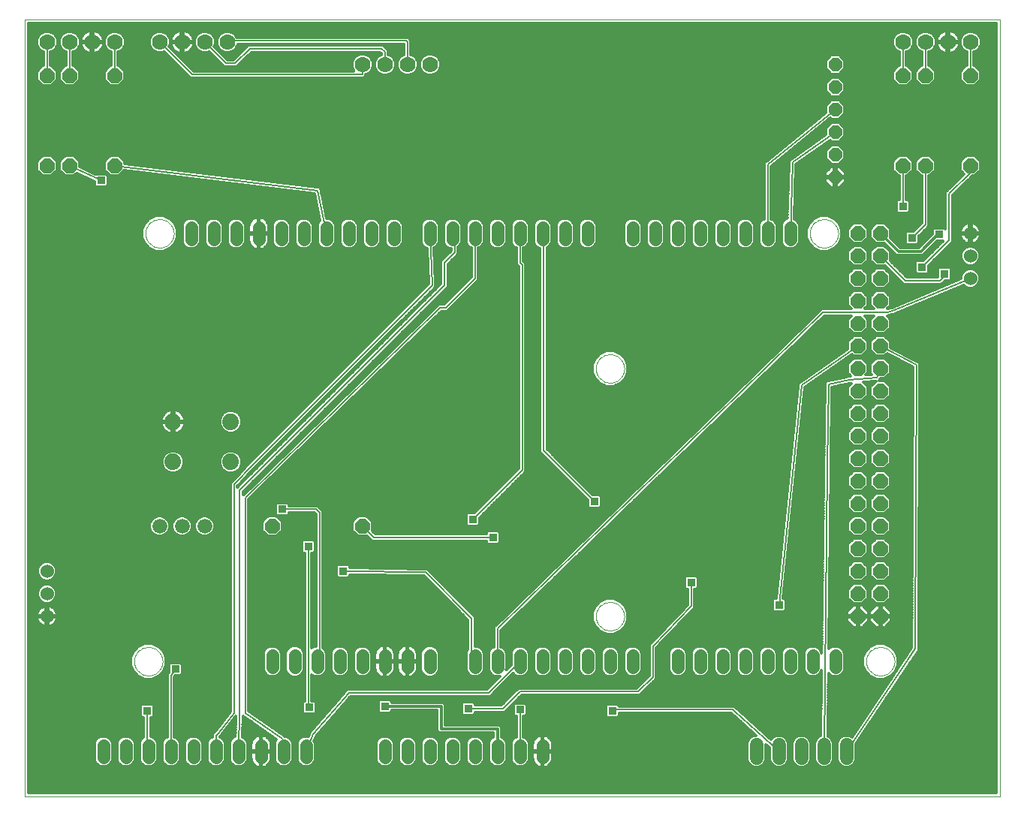
<source format=gtl>
G75*
%MOIN*%
%OFA0B0*%
%FSLAX24Y24*%
%IPPOS*%
%LPD*%
%AMOC8*
5,1,8,0,0,1.08239X$1,22.5*
%
%ADD10C,0.0000*%
%ADD11C,0.0010*%
%ADD12C,0.0560*%
%ADD13OC8,0.0660*%
%ADD14OC8,0.0600*%
%ADD15C,0.0700*%
%ADD16C,0.0600*%
%ADD17C,0.0660*%
%ADD18C,0.0594*%
%ADD19C,0.0740*%
%ADD20C,0.0120*%
%ADD21R,0.0356X0.0356*%
%ADD22C,0.0080*%
D10*
X005030Y006160D02*
X005032Y006210D01*
X005038Y006260D01*
X005048Y006309D01*
X005062Y006357D01*
X005079Y006404D01*
X005100Y006449D01*
X005125Y006493D01*
X005153Y006534D01*
X005185Y006573D01*
X005219Y006610D01*
X005256Y006644D01*
X005296Y006674D01*
X005338Y006701D01*
X005382Y006725D01*
X005428Y006746D01*
X005475Y006762D01*
X005523Y006775D01*
X005573Y006784D01*
X005622Y006789D01*
X005673Y006790D01*
X005723Y006787D01*
X005772Y006780D01*
X005821Y006769D01*
X005869Y006754D01*
X005915Y006736D01*
X005960Y006714D01*
X006003Y006688D01*
X006044Y006659D01*
X006083Y006627D01*
X006119Y006592D01*
X006151Y006554D01*
X006181Y006514D01*
X006208Y006471D01*
X006231Y006427D01*
X006250Y006381D01*
X006266Y006333D01*
X006278Y006284D01*
X006286Y006235D01*
X006290Y006185D01*
X006290Y006135D01*
X006286Y006085D01*
X006278Y006036D01*
X006266Y005987D01*
X006250Y005939D01*
X006231Y005893D01*
X006208Y005849D01*
X006181Y005806D01*
X006151Y005766D01*
X006119Y005728D01*
X006083Y005693D01*
X006044Y005661D01*
X006003Y005632D01*
X005960Y005606D01*
X005915Y005584D01*
X005869Y005566D01*
X005821Y005551D01*
X005772Y005540D01*
X005723Y005533D01*
X005673Y005530D01*
X005622Y005531D01*
X005573Y005536D01*
X005523Y005545D01*
X005475Y005558D01*
X005428Y005574D01*
X005382Y005595D01*
X005338Y005619D01*
X005296Y005646D01*
X005256Y005676D01*
X005219Y005710D01*
X005185Y005747D01*
X005153Y005786D01*
X005125Y005827D01*
X005100Y005871D01*
X005079Y005916D01*
X005062Y005963D01*
X005048Y006011D01*
X005038Y006060D01*
X005032Y006110D01*
X005030Y006160D01*
X025530Y008160D02*
X025532Y008210D01*
X025538Y008260D01*
X025548Y008309D01*
X025562Y008357D01*
X025579Y008404D01*
X025600Y008449D01*
X025625Y008493D01*
X025653Y008534D01*
X025685Y008573D01*
X025719Y008610D01*
X025756Y008644D01*
X025796Y008674D01*
X025838Y008701D01*
X025882Y008725D01*
X025928Y008746D01*
X025975Y008762D01*
X026023Y008775D01*
X026073Y008784D01*
X026122Y008789D01*
X026173Y008790D01*
X026223Y008787D01*
X026272Y008780D01*
X026321Y008769D01*
X026369Y008754D01*
X026415Y008736D01*
X026460Y008714D01*
X026503Y008688D01*
X026544Y008659D01*
X026583Y008627D01*
X026619Y008592D01*
X026651Y008554D01*
X026681Y008514D01*
X026708Y008471D01*
X026731Y008427D01*
X026750Y008381D01*
X026766Y008333D01*
X026778Y008284D01*
X026786Y008235D01*
X026790Y008185D01*
X026790Y008135D01*
X026786Y008085D01*
X026778Y008036D01*
X026766Y007987D01*
X026750Y007939D01*
X026731Y007893D01*
X026708Y007849D01*
X026681Y007806D01*
X026651Y007766D01*
X026619Y007728D01*
X026583Y007693D01*
X026544Y007661D01*
X026503Y007632D01*
X026460Y007606D01*
X026415Y007584D01*
X026369Y007566D01*
X026321Y007551D01*
X026272Y007540D01*
X026223Y007533D01*
X026173Y007530D01*
X026122Y007531D01*
X026073Y007536D01*
X026023Y007545D01*
X025975Y007558D01*
X025928Y007574D01*
X025882Y007595D01*
X025838Y007619D01*
X025796Y007646D01*
X025756Y007676D01*
X025719Y007710D01*
X025685Y007747D01*
X025653Y007786D01*
X025625Y007827D01*
X025600Y007871D01*
X025579Y007916D01*
X025562Y007963D01*
X025548Y008011D01*
X025538Y008060D01*
X025532Y008110D01*
X025530Y008160D01*
X037530Y006160D02*
X037532Y006210D01*
X037538Y006260D01*
X037548Y006309D01*
X037562Y006357D01*
X037579Y006404D01*
X037600Y006449D01*
X037625Y006493D01*
X037653Y006534D01*
X037685Y006573D01*
X037719Y006610D01*
X037756Y006644D01*
X037796Y006674D01*
X037838Y006701D01*
X037882Y006725D01*
X037928Y006746D01*
X037975Y006762D01*
X038023Y006775D01*
X038073Y006784D01*
X038122Y006789D01*
X038173Y006790D01*
X038223Y006787D01*
X038272Y006780D01*
X038321Y006769D01*
X038369Y006754D01*
X038415Y006736D01*
X038460Y006714D01*
X038503Y006688D01*
X038544Y006659D01*
X038583Y006627D01*
X038619Y006592D01*
X038651Y006554D01*
X038681Y006514D01*
X038708Y006471D01*
X038731Y006427D01*
X038750Y006381D01*
X038766Y006333D01*
X038778Y006284D01*
X038786Y006235D01*
X038790Y006185D01*
X038790Y006135D01*
X038786Y006085D01*
X038778Y006036D01*
X038766Y005987D01*
X038750Y005939D01*
X038731Y005893D01*
X038708Y005849D01*
X038681Y005806D01*
X038651Y005766D01*
X038619Y005728D01*
X038583Y005693D01*
X038544Y005661D01*
X038503Y005632D01*
X038460Y005606D01*
X038415Y005584D01*
X038369Y005566D01*
X038321Y005551D01*
X038272Y005540D01*
X038223Y005533D01*
X038173Y005530D01*
X038122Y005531D01*
X038073Y005536D01*
X038023Y005545D01*
X037975Y005558D01*
X037928Y005574D01*
X037882Y005595D01*
X037838Y005619D01*
X037796Y005646D01*
X037756Y005676D01*
X037719Y005710D01*
X037685Y005747D01*
X037653Y005786D01*
X037625Y005827D01*
X037600Y005871D01*
X037579Y005916D01*
X037562Y005963D01*
X037548Y006011D01*
X037538Y006060D01*
X037532Y006110D01*
X037530Y006160D01*
X025530Y019160D02*
X025532Y019210D01*
X025538Y019260D01*
X025548Y019309D01*
X025562Y019357D01*
X025579Y019404D01*
X025600Y019449D01*
X025625Y019493D01*
X025653Y019534D01*
X025685Y019573D01*
X025719Y019610D01*
X025756Y019644D01*
X025796Y019674D01*
X025838Y019701D01*
X025882Y019725D01*
X025928Y019746D01*
X025975Y019762D01*
X026023Y019775D01*
X026073Y019784D01*
X026122Y019789D01*
X026173Y019790D01*
X026223Y019787D01*
X026272Y019780D01*
X026321Y019769D01*
X026369Y019754D01*
X026415Y019736D01*
X026460Y019714D01*
X026503Y019688D01*
X026544Y019659D01*
X026583Y019627D01*
X026619Y019592D01*
X026651Y019554D01*
X026681Y019514D01*
X026708Y019471D01*
X026731Y019427D01*
X026750Y019381D01*
X026766Y019333D01*
X026778Y019284D01*
X026786Y019235D01*
X026790Y019185D01*
X026790Y019135D01*
X026786Y019085D01*
X026778Y019036D01*
X026766Y018987D01*
X026750Y018939D01*
X026731Y018893D01*
X026708Y018849D01*
X026681Y018806D01*
X026651Y018766D01*
X026619Y018728D01*
X026583Y018693D01*
X026544Y018661D01*
X026503Y018632D01*
X026460Y018606D01*
X026415Y018584D01*
X026369Y018566D01*
X026321Y018551D01*
X026272Y018540D01*
X026223Y018533D01*
X026173Y018530D01*
X026122Y018531D01*
X026073Y018536D01*
X026023Y018545D01*
X025975Y018558D01*
X025928Y018574D01*
X025882Y018595D01*
X025838Y018619D01*
X025796Y018646D01*
X025756Y018676D01*
X025719Y018710D01*
X025685Y018747D01*
X025653Y018786D01*
X025625Y018827D01*
X025600Y018871D01*
X025579Y018916D01*
X025562Y018963D01*
X025548Y019011D01*
X025538Y019060D01*
X025532Y019110D01*
X025530Y019160D01*
X035030Y025160D02*
X035032Y025210D01*
X035038Y025260D01*
X035048Y025309D01*
X035062Y025357D01*
X035079Y025404D01*
X035100Y025449D01*
X035125Y025493D01*
X035153Y025534D01*
X035185Y025573D01*
X035219Y025610D01*
X035256Y025644D01*
X035296Y025674D01*
X035338Y025701D01*
X035382Y025725D01*
X035428Y025746D01*
X035475Y025762D01*
X035523Y025775D01*
X035573Y025784D01*
X035622Y025789D01*
X035673Y025790D01*
X035723Y025787D01*
X035772Y025780D01*
X035821Y025769D01*
X035869Y025754D01*
X035915Y025736D01*
X035960Y025714D01*
X036003Y025688D01*
X036044Y025659D01*
X036083Y025627D01*
X036119Y025592D01*
X036151Y025554D01*
X036181Y025514D01*
X036208Y025471D01*
X036231Y025427D01*
X036250Y025381D01*
X036266Y025333D01*
X036278Y025284D01*
X036286Y025235D01*
X036290Y025185D01*
X036290Y025135D01*
X036286Y025085D01*
X036278Y025036D01*
X036266Y024987D01*
X036250Y024939D01*
X036231Y024893D01*
X036208Y024849D01*
X036181Y024806D01*
X036151Y024766D01*
X036119Y024728D01*
X036083Y024693D01*
X036044Y024661D01*
X036003Y024632D01*
X035960Y024606D01*
X035915Y024584D01*
X035869Y024566D01*
X035821Y024551D01*
X035772Y024540D01*
X035723Y024533D01*
X035673Y024530D01*
X035622Y024531D01*
X035573Y024536D01*
X035523Y024545D01*
X035475Y024558D01*
X035428Y024574D01*
X035382Y024595D01*
X035338Y024619D01*
X035296Y024646D01*
X035256Y024676D01*
X035219Y024710D01*
X035185Y024747D01*
X035153Y024786D01*
X035125Y024827D01*
X035100Y024871D01*
X035079Y024916D01*
X035062Y024963D01*
X035048Y025011D01*
X035038Y025060D01*
X035032Y025110D01*
X035030Y025160D01*
X005530Y025160D02*
X005532Y025210D01*
X005538Y025260D01*
X005548Y025309D01*
X005562Y025357D01*
X005579Y025404D01*
X005600Y025449D01*
X005625Y025493D01*
X005653Y025534D01*
X005685Y025573D01*
X005719Y025610D01*
X005756Y025644D01*
X005796Y025674D01*
X005838Y025701D01*
X005882Y025725D01*
X005928Y025746D01*
X005975Y025762D01*
X006023Y025775D01*
X006073Y025784D01*
X006122Y025789D01*
X006173Y025790D01*
X006223Y025787D01*
X006272Y025780D01*
X006321Y025769D01*
X006369Y025754D01*
X006415Y025736D01*
X006460Y025714D01*
X006503Y025688D01*
X006544Y025659D01*
X006583Y025627D01*
X006619Y025592D01*
X006651Y025554D01*
X006681Y025514D01*
X006708Y025471D01*
X006731Y025427D01*
X006750Y025381D01*
X006766Y025333D01*
X006778Y025284D01*
X006786Y025235D01*
X006790Y025185D01*
X006790Y025135D01*
X006786Y025085D01*
X006778Y025036D01*
X006766Y024987D01*
X006750Y024939D01*
X006731Y024893D01*
X006708Y024849D01*
X006681Y024806D01*
X006651Y024766D01*
X006619Y024728D01*
X006583Y024693D01*
X006544Y024661D01*
X006503Y024632D01*
X006460Y024606D01*
X006415Y024584D01*
X006369Y024566D01*
X006321Y024551D01*
X006272Y024540D01*
X006223Y024533D01*
X006173Y024530D01*
X006122Y024531D01*
X006073Y024536D01*
X006023Y024545D01*
X005975Y024558D01*
X005928Y024574D01*
X005882Y024595D01*
X005838Y024619D01*
X005796Y024646D01*
X005756Y024676D01*
X005719Y024710D01*
X005685Y024747D01*
X005653Y024786D01*
X005625Y024827D01*
X005600Y024871D01*
X005579Y024916D01*
X005562Y024963D01*
X005548Y025011D01*
X005538Y025060D01*
X005532Y025110D01*
X005530Y025160D01*
D11*
X000160Y000160D02*
X043467Y000160D01*
X043467Y034656D01*
X000160Y034656D01*
X000160Y000160D01*
D12*
X003660Y001880D02*
X003660Y002440D01*
X004660Y002440D02*
X004660Y001880D01*
X005660Y001880D02*
X005660Y002440D01*
X006660Y002440D02*
X006660Y001880D01*
X007660Y001880D02*
X007660Y002440D01*
X008660Y002440D02*
X008660Y001880D01*
X009660Y001880D02*
X009660Y002440D01*
X010660Y002440D02*
X010660Y001880D01*
X011660Y001880D02*
X011660Y002440D01*
X012660Y002440D02*
X012660Y001880D01*
X016160Y001880D02*
X016160Y002440D01*
X017160Y002440D02*
X017160Y001880D01*
X018160Y001880D02*
X018160Y002440D01*
X019160Y002440D02*
X019160Y001880D01*
X020160Y001880D02*
X020160Y002440D01*
X021160Y002440D02*
X021160Y001880D01*
X022160Y001880D02*
X022160Y002440D01*
X023160Y002440D02*
X023160Y001880D01*
X023160Y005880D02*
X023160Y006440D01*
X022160Y006440D02*
X022160Y005880D01*
X021160Y005880D02*
X021160Y006440D01*
X020160Y006440D02*
X020160Y005880D01*
X018160Y005880D02*
X018160Y006440D01*
X017160Y006440D02*
X017160Y005880D01*
X016160Y005880D02*
X016160Y006440D01*
X015160Y006440D02*
X015160Y005880D01*
X014160Y005880D02*
X014160Y006440D01*
X013160Y006440D02*
X013160Y005880D01*
X012160Y005880D02*
X012160Y006440D01*
X011160Y006440D02*
X011160Y005880D01*
X024160Y005880D02*
X024160Y006440D01*
X025160Y006440D02*
X025160Y005880D01*
X026160Y005880D02*
X026160Y006440D01*
X027160Y006440D02*
X027160Y005880D01*
X029160Y005880D02*
X029160Y006440D01*
X030160Y006440D02*
X030160Y005880D01*
X031160Y005880D02*
X031160Y006440D01*
X032160Y006440D02*
X032160Y005880D01*
X033160Y005880D02*
X033160Y006440D01*
X034160Y006440D02*
X034160Y005880D01*
X035160Y005880D02*
X035160Y006440D01*
X036160Y006440D02*
X036160Y005880D01*
X034160Y024880D02*
X034160Y025440D01*
X033160Y025440D02*
X033160Y024880D01*
X032160Y024880D02*
X032160Y025440D01*
X031160Y025440D02*
X031160Y024880D01*
X030160Y024880D02*
X030160Y025440D01*
X029160Y025440D02*
X029160Y024880D01*
X028160Y024880D02*
X028160Y025440D01*
X027160Y025440D02*
X027160Y024880D01*
X025160Y024880D02*
X025160Y025440D01*
X024160Y025440D02*
X024160Y024880D01*
X023160Y024880D02*
X023160Y025440D01*
X022160Y025440D02*
X022160Y024880D01*
X021160Y024880D02*
X021160Y025440D01*
X020160Y025440D02*
X020160Y024880D01*
X019160Y024880D02*
X019160Y025440D01*
X018160Y025440D02*
X018160Y024880D01*
X016560Y024880D02*
X016560Y025440D01*
X015560Y025440D02*
X015560Y024880D01*
X014560Y024880D02*
X014560Y025440D01*
X013560Y025440D02*
X013560Y024880D01*
X012560Y024880D02*
X012560Y025440D01*
X011560Y025440D02*
X011560Y024880D01*
X010560Y024880D02*
X010560Y025440D01*
X009560Y025440D02*
X009560Y024880D01*
X008560Y024880D02*
X008560Y025440D01*
X007560Y025440D02*
X007560Y024880D01*
D13*
X004160Y028160D03*
X002160Y028160D03*
X001160Y028160D03*
X001160Y032160D03*
X002160Y032160D03*
X004160Y032160D03*
X011160Y012160D03*
X015160Y012160D03*
X037160Y012160D03*
X037160Y011160D03*
X037160Y010160D03*
X037160Y009160D03*
X037160Y008160D03*
X038160Y008160D03*
X038160Y009160D03*
X038160Y010160D03*
X038160Y011160D03*
X038160Y012160D03*
X038160Y013160D03*
X038160Y014160D03*
X038160Y015160D03*
X038160Y016160D03*
X038160Y017160D03*
X038160Y018160D03*
X038160Y019160D03*
X038160Y020160D03*
X038160Y021160D03*
X038160Y022160D03*
X038160Y023160D03*
X038160Y024160D03*
X038160Y025160D03*
X037160Y025160D03*
X037160Y024160D03*
X037160Y023160D03*
X037160Y022160D03*
X037160Y021160D03*
X037160Y020160D03*
X037160Y019160D03*
X037160Y018160D03*
X037160Y017160D03*
X037160Y016160D03*
X037160Y015160D03*
X037160Y014160D03*
X037160Y013160D03*
X039160Y028160D03*
X040160Y028160D03*
X042160Y028160D03*
X042160Y032160D03*
X040160Y032160D03*
X039160Y032160D03*
D14*
X036160Y031660D03*
X036160Y030660D03*
X036160Y029660D03*
X036160Y028660D03*
X036160Y027660D03*
X036160Y032660D03*
D15*
X039160Y033660D03*
X040160Y033660D03*
X041160Y033660D03*
X042160Y033660D03*
X018160Y032660D03*
X017160Y032660D03*
X016160Y032660D03*
X015160Y032660D03*
X009160Y033660D03*
X008160Y033660D03*
X007160Y033660D03*
X006160Y033660D03*
X004160Y033660D03*
X003160Y033660D03*
X002160Y033660D03*
X001160Y033660D03*
D16*
X001160Y010160D03*
X001160Y009160D03*
X001160Y008160D03*
X042160Y023160D03*
X042160Y024160D03*
X042160Y025160D03*
D17*
X008160Y012160D03*
X007160Y012160D03*
X006160Y012160D03*
D18*
X032660Y002457D02*
X032660Y001863D01*
X033660Y001863D02*
X033660Y002457D01*
X034660Y002457D02*
X034660Y001863D01*
X035660Y001863D02*
X035660Y002457D01*
X036660Y002457D02*
X036660Y001863D01*
D19*
X009314Y015018D03*
X009314Y016798D03*
X006754Y016798D03*
X006754Y015018D03*
D20*
X006303Y015210D02*
X000325Y015210D01*
X000325Y015328D02*
X006371Y015328D01*
X006339Y015296D02*
X006264Y015115D01*
X006264Y014921D01*
X006339Y014740D01*
X006476Y014603D01*
X006657Y014528D01*
X006851Y014528D01*
X007032Y014603D01*
X007169Y014740D01*
X007244Y014921D01*
X007244Y015115D01*
X007169Y015296D01*
X007032Y015433D01*
X006851Y015508D01*
X006657Y015508D01*
X006476Y015433D01*
X006339Y015296D01*
X006264Y015091D02*
X000325Y015091D01*
X000325Y014973D02*
X006264Y014973D01*
X006292Y014854D02*
X000325Y014854D01*
X000325Y014736D02*
X006344Y014736D01*
X006462Y014617D02*
X000325Y014617D01*
X000325Y014499D02*
X009703Y014499D01*
X009592Y014603D02*
X009729Y014740D01*
X009804Y014921D01*
X009804Y015115D01*
X009729Y015296D01*
X009592Y015433D01*
X009411Y015508D01*
X009217Y015508D01*
X009036Y015433D01*
X008899Y015296D01*
X008824Y015115D01*
X008824Y014921D01*
X008899Y014740D01*
X009036Y014603D01*
X009217Y014528D01*
X009411Y014528D01*
X009592Y014603D01*
X009606Y014617D02*
X009812Y014617D01*
X009724Y014736D02*
X009921Y014736D01*
X010000Y014822D02*
X009494Y014271D01*
X009394Y014170D01*
X009300Y014076D01*
X009300Y003915D01*
X008640Y003066D01*
X008594Y003020D01*
X008500Y002926D01*
X008500Y002807D01*
X008433Y002779D01*
X008321Y002667D01*
X008260Y002520D01*
X008260Y001800D01*
X008321Y001653D01*
X008433Y001541D01*
X008580Y001480D01*
X008740Y001480D01*
X008887Y001541D01*
X008999Y001653D01*
X009060Y001800D01*
X009060Y002520D01*
X008999Y002667D01*
X008887Y002779D01*
X008829Y002803D01*
X008834Y002808D01*
X008846Y002809D01*
X008880Y002854D01*
X008920Y002894D01*
X008920Y002905D01*
X009545Y003709D01*
X009516Y002813D01*
X009433Y002779D01*
X009321Y002667D01*
X009260Y002520D01*
X009260Y001800D01*
X009321Y001653D01*
X009433Y001541D01*
X009580Y001480D01*
X009740Y001480D01*
X009887Y001541D01*
X009999Y001653D01*
X010060Y001800D01*
X010060Y002520D01*
X009999Y002667D01*
X009887Y002779D01*
X009836Y002800D01*
X009866Y003728D01*
X009894Y003700D01*
X009910Y003700D01*
X011350Y002696D01*
X011321Y002667D01*
X011260Y002520D01*
X011260Y001800D01*
X011321Y001653D01*
X011433Y001541D01*
X011580Y001480D01*
X011740Y001480D01*
X011887Y001541D01*
X011999Y001653D01*
X012060Y001800D01*
X012060Y002520D01*
X011999Y002667D01*
X011887Y002779D01*
X011740Y002840D01*
X011708Y002840D01*
X011692Y002848D01*
X010120Y003944D01*
X010120Y013343D01*
X018675Y021700D01*
X018926Y021700D01*
X019020Y021794D01*
X020320Y023094D01*
X020320Y024513D01*
X020387Y024541D01*
X020499Y024653D01*
X020560Y024800D01*
X020560Y025520D01*
X020499Y025667D01*
X020387Y025779D01*
X020240Y025840D01*
X020080Y025840D01*
X019933Y025779D01*
X019821Y025667D01*
X019760Y025520D01*
X019760Y024800D01*
X019821Y024653D01*
X019933Y024541D01*
X020000Y024513D01*
X020000Y023226D01*
X018794Y022020D01*
X018611Y022020D01*
X018546Y022021D01*
X018545Y022020D01*
X018544Y022020D01*
X018498Y021974D01*
X009895Y013570D01*
X009894Y013570D01*
X009870Y013546D01*
X009870Y013694D01*
X018876Y022700D01*
X018876Y022700D01*
X018970Y022794D01*
X018970Y023794D01*
X019326Y024150D01*
X019420Y024244D01*
X019420Y024574D01*
X019499Y024653D01*
X019560Y024800D01*
X019560Y025520D01*
X019499Y025667D01*
X019387Y025779D01*
X019240Y025840D01*
X019080Y025840D01*
X018933Y025779D01*
X018821Y025667D01*
X018760Y025520D01*
X018760Y024800D01*
X018821Y024653D01*
X018933Y024541D01*
X019080Y024480D01*
X019100Y024480D01*
X019100Y024376D01*
X018650Y023926D01*
X018650Y022926D01*
X009644Y013920D01*
X009644Y013920D01*
X009620Y013896D01*
X009620Y013944D01*
X009679Y014003D01*
X009683Y014003D01*
X009726Y014049D01*
X009770Y014094D01*
X009770Y014098D01*
X010276Y014649D01*
X018329Y022703D01*
X018333Y022703D01*
X018376Y022749D01*
X018420Y022794D01*
X018420Y022798D01*
X018423Y022801D01*
X018420Y022863D01*
X018420Y022926D01*
X018417Y022929D01*
X018348Y024525D01*
X018387Y024541D01*
X018499Y024653D01*
X018560Y024800D01*
X018560Y025520D01*
X018499Y025667D01*
X018387Y025779D01*
X018240Y025840D01*
X018080Y025840D01*
X017933Y025779D01*
X017821Y025667D01*
X017760Y025520D01*
X017760Y024800D01*
X017821Y024653D01*
X017933Y024541D01*
X018028Y024502D01*
X018097Y022923D01*
X010091Y014917D01*
X010087Y014917D01*
X010044Y014871D01*
X010000Y014826D01*
X010000Y014822D01*
X010028Y014854D02*
X009776Y014854D01*
X009804Y014973D02*
X010146Y014973D01*
X010265Y015091D02*
X009804Y015091D01*
X009765Y015210D02*
X010383Y015210D01*
X010502Y015328D02*
X009697Y015328D01*
X009560Y015447D02*
X010620Y015447D01*
X010739Y015565D02*
X000325Y015565D01*
X000325Y015447D02*
X006508Y015447D01*
X007000Y015447D02*
X009068Y015447D01*
X008931Y015328D02*
X007137Y015328D01*
X007205Y015210D02*
X008863Y015210D01*
X008824Y015091D02*
X007244Y015091D01*
X007244Y014973D02*
X008824Y014973D01*
X008852Y014854D02*
X007216Y014854D01*
X007164Y014736D02*
X008904Y014736D01*
X009022Y014617D02*
X007046Y014617D01*
X006796Y016268D02*
X006878Y016281D01*
X006957Y016307D01*
X007032Y016345D01*
X007099Y016394D01*
X007158Y016453D01*
X007207Y016520D01*
X007245Y016595D01*
X007271Y016674D01*
X007284Y016756D01*
X007284Y016758D01*
X006794Y016758D01*
X006794Y016268D01*
X006796Y016268D01*
X006794Y016276D02*
X006714Y016276D01*
X006714Y016268D02*
X006714Y016758D01*
X006794Y016758D01*
X006794Y016838D01*
X007284Y016838D01*
X007284Y016840D01*
X007271Y016922D01*
X007245Y017001D01*
X007207Y017076D01*
X007158Y017143D01*
X007099Y017202D01*
X007032Y017251D01*
X006957Y017289D01*
X006878Y017315D01*
X006796Y017328D01*
X006794Y017328D01*
X006794Y016838D01*
X006714Y016838D01*
X006714Y016758D01*
X006224Y016758D01*
X006224Y016756D01*
X006237Y016674D01*
X006263Y016595D01*
X006301Y016520D01*
X006350Y016453D01*
X006409Y016394D01*
X006476Y016345D01*
X006551Y016307D01*
X006630Y016281D01*
X006712Y016268D01*
X006714Y016268D01*
X006662Y016276D02*
X000325Y016276D01*
X000325Y016158D02*
X011331Y016158D01*
X011450Y016276D02*
X006846Y016276D01*
X006794Y016395D02*
X006714Y016395D01*
X006714Y016513D02*
X006794Y016513D01*
X006794Y016632D02*
X006714Y016632D01*
X006714Y016750D02*
X006794Y016750D01*
X006794Y016869D02*
X006714Y016869D01*
X006714Y016838D02*
X006714Y017328D01*
X006712Y017328D01*
X006630Y017315D01*
X006551Y017289D01*
X006476Y017251D01*
X006409Y017202D01*
X006350Y017143D01*
X006301Y017076D01*
X006263Y017001D01*
X006237Y016922D01*
X006224Y016840D01*
X006224Y016838D01*
X006714Y016838D01*
X006714Y016987D02*
X006794Y016987D01*
X006794Y017106D02*
X006714Y017106D01*
X006714Y017224D02*
X006794Y017224D01*
X007069Y017224D02*
X009062Y017224D01*
X009036Y017213D02*
X008899Y017076D01*
X008824Y016895D01*
X008824Y016701D01*
X008899Y016520D01*
X009036Y016383D01*
X009217Y016308D01*
X009411Y016308D01*
X009592Y016383D01*
X009729Y016520D01*
X009804Y016701D01*
X009804Y016895D01*
X009729Y017076D01*
X009592Y017213D01*
X009411Y017288D01*
X009217Y017288D01*
X009036Y017213D01*
X008929Y017106D02*
X007186Y017106D01*
X007250Y016987D02*
X008862Y016987D01*
X008824Y016869D02*
X007279Y016869D01*
X007283Y016750D02*
X008824Y016750D01*
X008853Y016632D02*
X007257Y016632D01*
X007202Y016513D02*
X008906Y016513D01*
X009025Y016395D02*
X007100Y016395D01*
X006408Y016395D02*
X000325Y016395D01*
X000325Y016513D02*
X006306Y016513D01*
X006251Y016632D02*
X000325Y016632D01*
X000325Y016750D02*
X006225Y016750D01*
X006229Y016869D02*
X000325Y016869D01*
X000325Y016987D02*
X006258Y016987D01*
X006322Y017106D02*
X000325Y017106D01*
X000325Y017224D02*
X006439Y017224D01*
X009566Y017224D02*
X012398Y017224D01*
X012516Y017343D02*
X000325Y017343D01*
X000325Y017461D02*
X012635Y017461D01*
X012753Y017580D02*
X000325Y017580D01*
X000325Y017698D02*
X012872Y017698D01*
X012990Y017817D02*
X000325Y017817D01*
X000325Y017935D02*
X013109Y017935D01*
X013227Y018054D02*
X000325Y018054D01*
X000325Y018172D02*
X013346Y018172D01*
X013464Y018291D02*
X000325Y018291D01*
X000325Y018409D02*
X013583Y018409D01*
X013701Y018528D02*
X000325Y018528D01*
X000325Y018646D02*
X013820Y018646D01*
X013938Y018765D02*
X000325Y018765D01*
X000325Y018883D02*
X014057Y018883D01*
X014175Y019002D02*
X000325Y019002D01*
X000325Y019120D02*
X014294Y019120D01*
X014412Y019239D02*
X000325Y019239D01*
X000325Y019357D02*
X014531Y019357D01*
X014649Y019476D02*
X000325Y019476D01*
X000325Y019594D02*
X014768Y019594D01*
X014886Y019713D02*
X000325Y019713D01*
X000325Y019831D02*
X015005Y019831D01*
X015123Y019950D02*
X000325Y019950D01*
X000325Y020068D02*
X015242Y020068D01*
X015360Y020187D02*
X000325Y020187D01*
X000325Y020305D02*
X015479Y020305D01*
X015597Y020424D02*
X000325Y020424D01*
X000325Y020542D02*
X015716Y020542D01*
X015834Y020661D02*
X000325Y020661D01*
X000325Y020779D02*
X015953Y020779D01*
X016071Y020898D02*
X000325Y020898D01*
X000325Y021016D02*
X016190Y021016D01*
X016308Y021135D02*
X000325Y021135D01*
X000325Y021253D02*
X016427Y021253D01*
X016545Y021372D02*
X000325Y021372D01*
X000325Y021490D02*
X016664Y021490D01*
X016782Y021609D02*
X000325Y021609D01*
X000325Y021727D02*
X016901Y021727D01*
X017019Y021846D02*
X000325Y021846D01*
X000325Y021964D02*
X017138Y021964D01*
X017256Y022083D02*
X000325Y022083D01*
X000325Y022201D02*
X017375Y022201D01*
X017493Y022320D02*
X000325Y022320D01*
X000325Y022438D02*
X017612Y022438D01*
X017730Y022557D02*
X000325Y022557D01*
X000325Y022675D02*
X017849Y022675D01*
X017967Y022794D02*
X000325Y022794D01*
X000325Y022912D02*
X018086Y022912D01*
X018092Y023031D02*
X000325Y023031D01*
X000325Y023149D02*
X018087Y023149D01*
X018082Y023268D02*
X000325Y023268D01*
X000325Y023386D02*
X018077Y023386D01*
X018072Y023505D02*
X000325Y023505D01*
X000325Y023623D02*
X018067Y023623D01*
X018062Y023742D02*
X000325Y023742D01*
X000325Y023860D02*
X018056Y023860D01*
X018051Y023979D02*
X000325Y023979D01*
X000325Y024097D02*
X018046Y024097D01*
X018041Y024216D02*
X000325Y024216D01*
X000325Y024334D02*
X018036Y024334D01*
X018031Y024453D02*
X010668Y024453D01*
X010663Y024451D02*
X010729Y024472D01*
X010791Y024504D01*
X010847Y024544D01*
X010896Y024593D01*
X010936Y024649D01*
X010968Y024711D01*
X010989Y024777D01*
X011000Y024845D01*
X011000Y025136D01*
X010584Y025136D01*
X010584Y025184D01*
X011000Y025184D01*
X011000Y025475D01*
X010989Y025543D01*
X010968Y025609D01*
X010936Y025671D01*
X010896Y025727D01*
X010847Y025776D01*
X010791Y025816D01*
X010729Y025848D01*
X010663Y025869D01*
X010595Y025880D01*
X010584Y025880D01*
X010584Y025184D01*
X010536Y025184D01*
X010536Y025136D01*
X010584Y025136D01*
X010584Y024440D01*
X010595Y024440D01*
X010663Y024451D01*
X010584Y024453D02*
X010536Y024453D01*
X010536Y024440D02*
X010536Y025136D01*
X010120Y025136D01*
X010120Y024845D01*
X010131Y024777D01*
X010152Y024711D01*
X010184Y024649D01*
X010224Y024593D01*
X010273Y024544D01*
X010329Y024504D01*
X010391Y024472D01*
X010457Y024451D01*
X010525Y024440D01*
X010536Y024440D01*
X010452Y024453D02*
X006516Y024453D01*
X006607Y024490D02*
X006830Y024713D01*
X006950Y025003D01*
X006950Y025317D01*
X006830Y025607D01*
X006607Y025830D01*
X006317Y025950D01*
X006003Y025950D01*
X005713Y025830D01*
X005490Y025607D01*
X005370Y025317D01*
X005370Y025003D01*
X005490Y024713D01*
X005713Y024490D01*
X006003Y024370D01*
X006317Y024370D01*
X006607Y024490D01*
X006688Y024571D02*
X007303Y024571D01*
X007333Y024541D02*
X007480Y024480D01*
X007640Y024480D01*
X007787Y024541D01*
X007899Y024653D01*
X007960Y024800D01*
X007960Y025520D01*
X007899Y025667D01*
X007787Y025779D01*
X007640Y025840D01*
X007480Y025840D01*
X007333Y025779D01*
X007221Y025667D01*
X007160Y025520D01*
X007160Y024800D01*
X007221Y024653D01*
X007333Y024541D01*
X007206Y024690D02*
X006807Y024690D01*
X006869Y024808D02*
X007160Y024808D01*
X007160Y024927D02*
X006918Y024927D01*
X006950Y025045D02*
X007160Y025045D01*
X007160Y025164D02*
X006950Y025164D01*
X006950Y025282D02*
X007160Y025282D01*
X007160Y025401D02*
X006915Y025401D01*
X006866Y025519D02*
X007160Y025519D01*
X007209Y025638D02*
X006800Y025638D01*
X006681Y025756D02*
X007310Y025756D01*
X007810Y025756D02*
X008310Y025756D01*
X008333Y025779D02*
X008221Y025667D01*
X008160Y025520D01*
X008160Y024800D01*
X008221Y024653D01*
X008333Y024541D01*
X008480Y024480D01*
X008640Y024480D01*
X008787Y024541D01*
X008899Y024653D01*
X008960Y024800D01*
X008960Y025520D01*
X008899Y025667D01*
X008787Y025779D01*
X008640Y025840D01*
X008480Y025840D01*
X008333Y025779D01*
X008209Y025638D02*
X007911Y025638D01*
X007960Y025519D02*
X008160Y025519D01*
X008160Y025401D02*
X007960Y025401D01*
X007960Y025282D02*
X008160Y025282D01*
X008160Y025164D02*
X007960Y025164D01*
X007960Y025045D02*
X008160Y025045D01*
X008160Y024927D02*
X007960Y024927D01*
X007960Y024808D02*
X008160Y024808D01*
X008206Y024690D02*
X007914Y024690D01*
X007817Y024571D02*
X008303Y024571D01*
X008817Y024571D02*
X009303Y024571D01*
X009333Y024541D02*
X009480Y024480D01*
X009640Y024480D01*
X009787Y024541D01*
X009899Y024653D01*
X009960Y024800D01*
X009960Y025520D01*
X009899Y025667D01*
X009787Y025779D01*
X009640Y025840D01*
X009480Y025840D01*
X009333Y025779D01*
X009221Y025667D01*
X009160Y025520D01*
X009160Y024800D01*
X009221Y024653D01*
X009333Y024541D01*
X009206Y024690D02*
X008914Y024690D01*
X008960Y024808D02*
X009160Y024808D01*
X009160Y024927D02*
X008960Y024927D01*
X008960Y025045D02*
X009160Y025045D01*
X009160Y025164D02*
X008960Y025164D01*
X008960Y025282D02*
X009160Y025282D01*
X009160Y025401D02*
X008960Y025401D01*
X008960Y025519D02*
X009160Y025519D01*
X009209Y025638D02*
X008911Y025638D01*
X008810Y025756D02*
X009310Y025756D01*
X009810Y025756D02*
X010254Y025756D01*
X010273Y025776D02*
X010224Y025727D01*
X010184Y025671D01*
X010152Y025609D01*
X010131Y025543D01*
X010120Y025475D01*
X010120Y025184D01*
X010536Y025184D01*
X010536Y025880D01*
X010525Y025880D01*
X010457Y025869D01*
X010391Y025848D01*
X010329Y025816D01*
X010273Y025776D01*
X010167Y025638D02*
X009911Y025638D01*
X009960Y025519D02*
X010127Y025519D01*
X010120Y025401D02*
X009960Y025401D01*
X009960Y025282D02*
X010120Y025282D01*
X009960Y025164D02*
X010536Y025164D01*
X010584Y025164D02*
X011160Y025164D01*
X011160Y025282D02*
X011000Y025282D01*
X011000Y025401D02*
X011160Y025401D01*
X011160Y025519D02*
X010993Y025519D01*
X010953Y025638D02*
X011209Y025638D01*
X011221Y025667D02*
X011160Y025520D01*
X011160Y024800D01*
X011221Y024653D01*
X011333Y024541D01*
X011480Y024480D01*
X011640Y024480D01*
X011787Y024541D01*
X011899Y024653D01*
X011960Y024800D01*
X011960Y025520D01*
X011899Y025667D01*
X011787Y025779D01*
X011640Y025840D01*
X011480Y025840D01*
X011333Y025779D01*
X011221Y025667D01*
X011310Y025756D02*
X010866Y025756D01*
X010629Y025875D02*
X013246Y025875D01*
X013221Y025993D02*
X000325Y025993D01*
X000325Y025875D02*
X005821Y025875D01*
X005639Y025756D02*
X000325Y025756D01*
X000325Y025638D02*
X005520Y025638D01*
X005454Y025519D02*
X000325Y025519D01*
X000325Y025401D02*
X005405Y025401D01*
X005370Y025282D02*
X000325Y025282D01*
X000325Y025164D02*
X005370Y025164D01*
X005370Y025045D02*
X000325Y025045D01*
X000325Y024927D02*
X005402Y024927D01*
X005451Y024808D02*
X000325Y024808D01*
X000325Y024690D02*
X005513Y024690D01*
X005632Y024571D02*
X000325Y024571D01*
X000325Y024453D02*
X005804Y024453D01*
X006499Y025875D02*
X010491Y025875D01*
X010536Y025875D02*
X010584Y025875D01*
X010584Y025756D02*
X010536Y025756D01*
X010536Y025638D02*
X010584Y025638D01*
X010584Y025519D02*
X010536Y025519D01*
X010536Y025401D02*
X010584Y025401D01*
X010584Y025282D02*
X010536Y025282D01*
X010536Y025045D02*
X010584Y025045D01*
X010584Y024927D02*
X010536Y024927D01*
X010536Y024808D02*
X010584Y024808D01*
X010584Y024690D02*
X010536Y024690D01*
X010536Y024571D02*
X010584Y024571D01*
X010873Y024571D02*
X011303Y024571D01*
X011206Y024690D02*
X010957Y024690D01*
X010994Y024808D02*
X011160Y024808D01*
X011160Y024927D02*
X011000Y024927D01*
X011000Y025045D02*
X011160Y025045D01*
X011960Y025045D02*
X012160Y025045D01*
X012160Y024927D02*
X011960Y024927D01*
X011960Y024808D02*
X012160Y024808D01*
X012160Y024800D02*
X012221Y024653D01*
X012333Y024541D01*
X012480Y024480D01*
X012640Y024480D01*
X012787Y024541D01*
X012899Y024653D01*
X012960Y024800D01*
X012960Y025520D01*
X012899Y025667D01*
X012787Y025779D01*
X012640Y025840D01*
X012480Y025840D01*
X012333Y025779D01*
X012221Y025667D01*
X012160Y025520D01*
X012160Y024800D01*
X012206Y024690D02*
X011914Y024690D01*
X011817Y024571D02*
X012303Y024571D01*
X012817Y024571D02*
X013303Y024571D01*
X013333Y024541D02*
X013480Y024480D01*
X013640Y024480D01*
X013787Y024541D01*
X013899Y024653D01*
X013960Y024800D01*
X013960Y025520D01*
X013899Y025667D01*
X013787Y025779D01*
X013640Y025840D01*
X013580Y025840D01*
X013322Y027067D01*
X013327Y027106D01*
X013309Y027129D01*
X013303Y027158D01*
X013270Y027180D01*
X013245Y027211D01*
X013216Y027214D01*
X013192Y027230D01*
X013153Y027222D01*
X004610Y028266D01*
X004610Y028346D01*
X004346Y028610D01*
X003974Y028610D01*
X003710Y028346D01*
X003710Y027974D01*
X003974Y027710D01*
X004346Y027710D01*
X004583Y027947D01*
X013027Y026915D01*
X013278Y025724D01*
X013221Y025667D01*
X013160Y025520D01*
X013160Y024800D01*
X013221Y024653D01*
X013333Y024541D01*
X013206Y024690D02*
X012914Y024690D01*
X012960Y024808D02*
X013160Y024808D01*
X013160Y024927D02*
X012960Y024927D01*
X012960Y025045D02*
X013160Y025045D01*
X013160Y025164D02*
X012960Y025164D01*
X012960Y025282D02*
X013160Y025282D01*
X013160Y025401D02*
X012960Y025401D01*
X012960Y025519D02*
X013160Y025519D01*
X013209Y025638D02*
X012911Y025638D01*
X012810Y025756D02*
X013271Y025756D01*
X013573Y025875D02*
X033000Y025875D01*
X033000Y025807D02*
X032933Y025779D01*
X032821Y025667D01*
X032760Y025520D01*
X032760Y024800D01*
X032821Y024653D01*
X032933Y024541D01*
X033080Y024480D01*
X033240Y024480D01*
X033387Y024541D01*
X033499Y024653D01*
X033560Y024800D01*
X033560Y025520D01*
X033499Y025667D01*
X033387Y025779D01*
X033320Y025807D01*
X033320Y028134D01*
X035947Y030279D01*
X035986Y030240D01*
X036334Y030240D01*
X036580Y030486D01*
X036580Y030834D01*
X036334Y031080D01*
X035986Y031080D01*
X035740Y030834D01*
X035740Y030524D01*
X033103Y028370D01*
X033094Y028370D01*
X033053Y028329D01*
X033007Y028292D01*
X033007Y028283D01*
X033000Y028276D01*
X033000Y028218D01*
X032994Y028160D01*
X033000Y028153D01*
X033000Y025807D01*
X032910Y025756D02*
X032410Y025756D01*
X032387Y025779D02*
X032240Y025840D01*
X032080Y025840D01*
X031933Y025779D01*
X031821Y025667D01*
X031760Y025520D01*
X031760Y024800D01*
X031821Y024653D01*
X031933Y024541D01*
X032080Y024480D01*
X032240Y024480D01*
X032387Y024541D01*
X032499Y024653D01*
X032560Y024800D01*
X032560Y025520D01*
X032499Y025667D01*
X032387Y025779D01*
X032511Y025638D02*
X032809Y025638D01*
X032760Y025519D02*
X032560Y025519D01*
X032560Y025401D02*
X032760Y025401D01*
X032760Y025282D02*
X032560Y025282D01*
X032560Y025164D02*
X032760Y025164D01*
X032760Y025045D02*
X032560Y025045D01*
X032560Y024927D02*
X032760Y024927D01*
X032760Y024808D02*
X032560Y024808D01*
X032514Y024690D02*
X032806Y024690D01*
X032903Y024571D02*
X032417Y024571D01*
X031903Y024571D02*
X031417Y024571D01*
X031387Y024541D02*
X031499Y024653D01*
X031560Y024800D01*
X031560Y025520D01*
X031499Y025667D01*
X031387Y025779D01*
X031240Y025840D01*
X031080Y025840D01*
X030933Y025779D01*
X030821Y025667D01*
X030760Y025520D01*
X030760Y024800D01*
X030821Y024653D01*
X030933Y024541D01*
X031080Y024480D01*
X031240Y024480D01*
X031387Y024541D01*
X031514Y024690D02*
X031806Y024690D01*
X031760Y024808D02*
X031560Y024808D01*
X031560Y024927D02*
X031760Y024927D01*
X031760Y025045D02*
X031560Y025045D01*
X031560Y025164D02*
X031760Y025164D01*
X031760Y025282D02*
X031560Y025282D01*
X031560Y025401D02*
X031760Y025401D01*
X031760Y025519D02*
X031560Y025519D01*
X031511Y025638D02*
X031809Y025638D01*
X031910Y025756D02*
X031410Y025756D01*
X030910Y025756D02*
X030410Y025756D01*
X030387Y025779D02*
X030240Y025840D01*
X030080Y025840D01*
X029933Y025779D01*
X029821Y025667D01*
X029760Y025520D01*
X029760Y024800D01*
X029821Y024653D01*
X029933Y024541D01*
X030080Y024480D01*
X030240Y024480D01*
X030387Y024541D01*
X030499Y024653D01*
X030560Y024800D01*
X030560Y025520D01*
X030499Y025667D01*
X030387Y025779D01*
X030511Y025638D02*
X030809Y025638D01*
X030760Y025519D02*
X030560Y025519D01*
X030560Y025401D02*
X030760Y025401D01*
X030760Y025282D02*
X030560Y025282D01*
X030560Y025164D02*
X030760Y025164D01*
X030760Y025045D02*
X030560Y025045D01*
X030560Y024927D02*
X030760Y024927D01*
X030760Y024808D02*
X030560Y024808D01*
X030514Y024690D02*
X030806Y024690D01*
X030903Y024571D02*
X030417Y024571D01*
X029903Y024571D02*
X029417Y024571D01*
X029387Y024541D02*
X029499Y024653D01*
X029560Y024800D01*
X029560Y025520D01*
X029499Y025667D01*
X029387Y025779D01*
X029240Y025840D01*
X029080Y025840D01*
X028933Y025779D01*
X028821Y025667D01*
X028760Y025520D01*
X028760Y024800D01*
X028821Y024653D01*
X028933Y024541D01*
X029080Y024480D01*
X029240Y024480D01*
X029387Y024541D01*
X029514Y024690D02*
X029806Y024690D01*
X029760Y024808D02*
X029560Y024808D01*
X029560Y024927D02*
X029760Y024927D01*
X029760Y025045D02*
X029560Y025045D01*
X029560Y025164D02*
X029760Y025164D01*
X029760Y025282D02*
X029560Y025282D01*
X029560Y025401D02*
X029760Y025401D01*
X029760Y025519D02*
X029560Y025519D01*
X029511Y025638D02*
X029809Y025638D01*
X029910Y025756D02*
X029410Y025756D01*
X028910Y025756D02*
X028410Y025756D01*
X028387Y025779D02*
X028240Y025840D01*
X028080Y025840D01*
X027933Y025779D01*
X027821Y025667D01*
X027760Y025520D01*
X027760Y024800D01*
X027821Y024653D01*
X027933Y024541D01*
X028080Y024480D01*
X028240Y024480D01*
X028387Y024541D01*
X028499Y024653D01*
X028560Y024800D01*
X028560Y025520D01*
X028499Y025667D01*
X028387Y025779D01*
X028511Y025638D02*
X028809Y025638D01*
X028760Y025519D02*
X028560Y025519D01*
X028560Y025401D02*
X028760Y025401D01*
X028760Y025282D02*
X028560Y025282D01*
X028560Y025164D02*
X028760Y025164D01*
X028760Y025045D02*
X028560Y025045D01*
X028560Y024927D02*
X028760Y024927D01*
X028760Y024808D02*
X028560Y024808D01*
X028514Y024690D02*
X028806Y024690D01*
X028903Y024571D02*
X028417Y024571D01*
X027903Y024571D02*
X027417Y024571D01*
X027387Y024541D02*
X027499Y024653D01*
X027560Y024800D01*
X027560Y025520D01*
X027499Y025667D01*
X027387Y025779D01*
X027240Y025840D01*
X027080Y025840D01*
X026933Y025779D01*
X026821Y025667D01*
X026760Y025520D01*
X026760Y024800D01*
X026821Y024653D01*
X026933Y024541D01*
X027080Y024480D01*
X027240Y024480D01*
X027387Y024541D01*
X027514Y024690D02*
X027806Y024690D01*
X027760Y024808D02*
X027560Y024808D01*
X027560Y024927D02*
X027760Y024927D01*
X027760Y025045D02*
X027560Y025045D01*
X027560Y025164D02*
X027760Y025164D01*
X027760Y025282D02*
X027560Y025282D01*
X027560Y025401D02*
X027760Y025401D01*
X027760Y025519D02*
X027560Y025519D01*
X027511Y025638D02*
X027809Y025638D01*
X027910Y025756D02*
X027410Y025756D01*
X026910Y025756D02*
X025410Y025756D01*
X025387Y025779D02*
X025240Y025840D01*
X025080Y025840D01*
X024933Y025779D01*
X024821Y025667D01*
X024760Y025520D01*
X024760Y024800D01*
X024821Y024653D01*
X024933Y024541D01*
X025080Y024480D01*
X025240Y024480D01*
X025387Y024541D01*
X025499Y024653D01*
X025560Y024800D01*
X025560Y025520D01*
X025499Y025667D01*
X025387Y025779D01*
X025511Y025638D02*
X026809Y025638D01*
X026760Y025519D02*
X025560Y025519D01*
X025560Y025401D02*
X026760Y025401D01*
X026760Y025282D02*
X025560Y025282D01*
X025560Y025164D02*
X026760Y025164D01*
X026760Y025045D02*
X025560Y025045D01*
X025560Y024927D02*
X026760Y024927D01*
X026760Y024808D02*
X025560Y024808D01*
X025514Y024690D02*
X026806Y024690D01*
X026903Y024571D02*
X025417Y024571D01*
X024903Y024571D02*
X024417Y024571D01*
X024387Y024541D02*
X024499Y024653D01*
X024560Y024800D01*
X024560Y025520D01*
X024499Y025667D01*
X024387Y025779D01*
X024240Y025840D01*
X024080Y025840D01*
X023933Y025779D01*
X023821Y025667D01*
X023760Y025520D01*
X023760Y024800D01*
X023821Y024653D01*
X023933Y024541D01*
X024080Y024480D01*
X024240Y024480D01*
X024387Y024541D01*
X024514Y024690D02*
X024806Y024690D01*
X024760Y024808D02*
X024560Y024808D01*
X024560Y024927D02*
X024760Y024927D01*
X024760Y025045D02*
X024560Y025045D01*
X024560Y025164D02*
X024760Y025164D01*
X024760Y025282D02*
X024560Y025282D01*
X024560Y025401D02*
X024760Y025401D01*
X024760Y025519D02*
X024560Y025519D01*
X024511Y025638D02*
X024809Y025638D01*
X024910Y025756D02*
X024410Y025756D01*
X023910Y025756D02*
X023410Y025756D01*
X023387Y025779D02*
X023240Y025840D01*
X023080Y025840D01*
X022933Y025779D01*
X022821Y025667D01*
X022760Y025520D01*
X022760Y024800D01*
X022821Y024653D01*
X022933Y024541D01*
X023050Y024493D01*
X023050Y015444D01*
X023144Y015350D01*
X025162Y013332D01*
X025162Y013032D01*
X025232Y012962D01*
X025688Y012962D01*
X025758Y013032D01*
X025758Y013488D01*
X025688Y013558D01*
X025388Y013558D01*
X023370Y015576D01*
X023370Y024534D01*
X023387Y024541D01*
X023499Y024653D01*
X023560Y024800D01*
X023560Y025520D01*
X023499Y025667D01*
X023387Y025779D01*
X023511Y025638D02*
X023809Y025638D01*
X023760Y025519D02*
X023560Y025519D01*
X023560Y025401D02*
X023760Y025401D01*
X023760Y025282D02*
X023560Y025282D01*
X023560Y025164D02*
X023760Y025164D01*
X023760Y025045D02*
X023560Y025045D01*
X023560Y024927D02*
X023760Y024927D01*
X023760Y024808D02*
X023560Y024808D01*
X023514Y024690D02*
X023806Y024690D01*
X023903Y024571D02*
X023417Y024571D01*
X023370Y024453D02*
X035304Y024453D01*
X035213Y024490D02*
X035503Y024370D01*
X035817Y024370D01*
X036107Y024490D01*
X036330Y024713D01*
X036450Y025003D01*
X036450Y025317D01*
X036330Y025607D01*
X036107Y025830D01*
X035817Y025950D01*
X035503Y025950D01*
X035213Y025830D01*
X034990Y025607D01*
X034870Y025317D01*
X034870Y025003D01*
X034990Y024713D01*
X035213Y024490D01*
X035132Y024571D02*
X034417Y024571D01*
X034387Y024541D02*
X034499Y024653D01*
X034560Y024800D01*
X034560Y025520D01*
X034499Y025667D01*
X034387Y025779D01*
X034340Y025798D01*
X034417Y028226D01*
X035928Y029299D01*
X035986Y029240D01*
X036334Y029240D01*
X036580Y029486D01*
X036580Y029834D01*
X036334Y030080D01*
X035986Y030080D01*
X035740Y029834D01*
X035740Y029558D01*
X034211Y028472D01*
X034199Y028472D01*
X034158Y028434D01*
X034113Y028402D01*
X034111Y028390D01*
X034102Y028381D01*
X034100Y028326D01*
X034091Y028271D01*
X034098Y028261D01*
X034021Y025815D01*
X033933Y025779D01*
X033821Y025667D01*
X033760Y025520D01*
X033760Y024800D01*
X033821Y024653D01*
X033933Y024541D01*
X034080Y024480D01*
X034240Y024480D01*
X034387Y024541D01*
X034514Y024690D02*
X035013Y024690D01*
X034951Y024808D02*
X034560Y024808D01*
X034560Y024927D02*
X034902Y024927D01*
X034870Y025045D02*
X034560Y025045D01*
X034560Y025164D02*
X034870Y025164D01*
X034870Y025282D02*
X034560Y025282D01*
X034560Y025401D02*
X034905Y025401D01*
X034954Y025519D02*
X034560Y025519D01*
X034511Y025638D02*
X035020Y025638D01*
X035139Y025756D02*
X034410Y025756D01*
X034343Y025875D02*
X035321Y025875D01*
X035999Y025875D02*
X040000Y025875D01*
X040000Y025993D02*
X034347Y025993D01*
X034350Y026112D02*
X038883Y026112D01*
X038862Y026132D02*
X038932Y026062D01*
X039388Y026062D01*
X039458Y026132D01*
X039458Y026588D01*
X039388Y026658D01*
X039320Y026658D01*
X039320Y027710D01*
X039346Y027710D01*
X039610Y027974D01*
X039610Y028346D01*
X039346Y028610D01*
X038974Y028610D01*
X038710Y028346D01*
X038710Y027974D01*
X038974Y027710D01*
X039000Y027710D01*
X039000Y026658D01*
X038932Y026658D01*
X038862Y026588D01*
X038862Y026132D01*
X038862Y026230D02*
X034354Y026230D01*
X034358Y026349D02*
X038862Y026349D01*
X038862Y026467D02*
X034362Y026467D01*
X034365Y026586D02*
X038862Y026586D01*
X039000Y026704D02*
X034369Y026704D01*
X034373Y026823D02*
X039000Y026823D01*
X039000Y026941D02*
X034377Y026941D01*
X034380Y027060D02*
X039000Y027060D01*
X039000Y027178D02*
X034384Y027178D01*
X034388Y027297D02*
X035873Y027297D01*
X035969Y027200D02*
X036120Y027200D01*
X036120Y027620D01*
X036200Y027620D01*
X036200Y027700D01*
X036620Y027700D01*
X036620Y027851D01*
X036351Y028120D01*
X036200Y028120D01*
X036200Y027700D01*
X036120Y027700D01*
X036120Y028120D01*
X035969Y028120D01*
X035700Y027851D01*
X035700Y027700D01*
X036120Y027700D01*
X036120Y027620D01*
X035700Y027620D01*
X035700Y027469D01*
X035969Y027200D01*
X036120Y027297D02*
X036200Y027297D01*
X036200Y027200D02*
X036351Y027200D01*
X036620Y027469D01*
X036620Y027620D01*
X036200Y027620D01*
X036200Y027200D01*
X036200Y027415D02*
X036120Y027415D01*
X036120Y027534D02*
X036200Y027534D01*
X036200Y027652D02*
X039000Y027652D01*
X039000Y027534D02*
X036620Y027534D01*
X036566Y027415D02*
X039000Y027415D01*
X039000Y027297D02*
X036447Y027297D01*
X036120Y027652D02*
X034399Y027652D01*
X034395Y027534D02*
X035700Y027534D01*
X035754Y027415D02*
X034392Y027415D01*
X034072Y027415D02*
X033320Y027415D01*
X033320Y027297D02*
X034068Y027297D01*
X034064Y027178D02*
X033320Y027178D01*
X033320Y027060D02*
X034060Y027060D01*
X034056Y026941D02*
X033320Y026941D01*
X033320Y026823D02*
X034053Y026823D01*
X034049Y026704D02*
X033320Y026704D01*
X033320Y026586D02*
X034045Y026586D01*
X034041Y026467D02*
X033320Y026467D01*
X033320Y026349D02*
X034038Y026349D01*
X034034Y026230D02*
X033320Y026230D01*
X033320Y026112D02*
X034030Y026112D01*
X034026Y025993D02*
X033320Y025993D01*
X033320Y025875D02*
X034023Y025875D01*
X033910Y025756D02*
X033410Y025756D01*
X033511Y025638D02*
X033809Y025638D01*
X033760Y025519D02*
X033560Y025519D01*
X033560Y025401D02*
X033760Y025401D01*
X033760Y025282D02*
X033560Y025282D01*
X033560Y025164D02*
X033760Y025164D01*
X033760Y025045D02*
X033560Y025045D01*
X033560Y024927D02*
X033760Y024927D01*
X033760Y024808D02*
X033560Y024808D01*
X033514Y024690D02*
X033806Y024690D01*
X033903Y024571D02*
X033417Y024571D01*
X033000Y025993D02*
X013548Y025993D01*
X013523Y026112D02*
X033000Y026112D01*
X033000Y026230D02*
X013498Y026230D01*
X013473Y026349D02*
X033000Y026349D01*
X033000Y026467D02*
X013448Y026467D01*
X013423Y026586D02*
X033000Y026586D01*
X033000Y026704D02*
X013398Y026704D01*
X013373Y026823D02*
X033000Y026823D01*
X033000Y026941D02*
X013349Y026941D01*
X013324Y027060D02*
X033000Y027060D01*
X033000Y027178D02*
X013272Y027178D01*
X013046Y026823D02*
X000325Y026823D01*
X000325Y026941D02*
X012814Y026941D01*
X013071Y026704D02*
X000325Y026704D01*
X000325Y026586D02*
X013096Y026586D01*
X013121Y026467D02*
X000325Y026467D01*
X000325Y026349D02*
X013146Y026349D01*
X013171Y026230D02*
X000325Y026230D01*
X000325Y026112D02*
X013196Y026112D01*
X013810Y025756D02*
X014310Y025756D01*
X014333Y025779D02*
X014221Y025667D01*
X014160Y025520D01*
X014160Y024800D01*
X014221Y024653D01*
X014333Y024541D01*
X014480Y024480D01*
X014640Y024480D01*
X014787Y024541D01*
X014899Y024653D01*
X014960Y024800D01*
X014960Y025520D01*
X014899Y025667D01*
X014787Y025779D01*
X014640Y025840D01*
X014480Y025840D01*
X014333Y025779D01*
X014209Y025638D02*
X013911Y025638D01*
X013960Y025519D02*
X014160Y025519D01*
X014160Y025401D02*
X013960Y025401D01*
X013960Y025282D02*
X014160Y025282D01*
X014160Y025164D02*
X013960Y025164D01*
X013960Y025045D02*
X014160Y025045D01*
X014160Y024927D02*
X013960Y024927D01*
X013960Y024808D02*
X014160Y024808D01*
X014206Y024690D02*
X013914Y024690D01*
X013817Y024571D02*
X014303Y024571D01*
X014817Y024571D02*
X015303Y024571D01*
X015333Y024541D02*
X015480Y024480D01*
X015640Y024480D01*
X015787Y024541D01*
X015899Y024653D01*
X015960Y024800D01*
X015960Y025520D01*
X015899Y025667D01*
X015787Y025779D01*
X015640Y025840D01*
X015480Y025840D01*
X015333Y025779D01*
X015221Y025667D01*
X015160Y025520D01*
X015160Y024800D01*
X015221Y024653D01*
X015333Y024541D01*
X015206Y024690D02*
X014914Y024690D01*
X014960Y024808D02*
X015160Y024808D01*
X015160Y024927D02*
X014960Y024927D01*
X014960Y025045D02*
X015160Y025045D01*
X015160Y025164D02*
X014960Y025164D01*
X014960Y025282D02*
X015160Y025282D01*
X015160Y025401D02*
X014960Y025401D01*
X014960Y025519D02*
X015160Y025519D01*
X015209Y025638D02*
X014911Y025638D01*
X014810Y025756D02*
X015310Y025756D01*
X015810Y025756D02*
X016310Y025756D01*
X016333Y025779D02*
X016221Y025667D01*
X016160Y025520D01*
X016160Y024800D01*
X016221Y024653D01*
X016333Y024541D01*
X016480Y024480D01*
X016640Y024480D01*
X016787Y024541D01*
X016899Y024653D01*
X016960Y024800D01*
X016960Y025520D01*
X016899Y025667D01*
X016787Y025779D01*
X016640Y025840D01*
X016480Y025840D01*
X016333Y025779D01*
X016209Y025638D02*
X015911Y025638D01*
X015960Y025519D02*
X016160Y025519D01*
X016160Y025401D02*
X015960Y025401D01*
X015960Y025282D02*
X016160Y025282D01*
X016160Y025164D02*
X015960Y025164D01*
X015960Y025045D02*
X016160Y025045D01*
X016160Y024927D02*
X015960Y024927D01*
X015960Y024808D02*
X016160Y024808D01*
X016206Y024690D02*
X015914Y024690D01*
X015817Y024571D02*
X016303Y024571D01*
X016817Y024571D02*
X017903Y024571D01*
X017806Y024690D02*
X016914Y024690D01*
X016960Y024808D02*
X017760Y024808D01*
X017760Y024927D02*
X016960Y024927D01*
X016960Y025045D02*
X017760Y025045D01*
X017760Y025164D02*
X016960Y025164D01*
X016960Y025282D02*
X017760Y025282D01*
X017760Y025401D02*
X016960Y025401D01*
X016960Y025519D02*
X017760Y025519D01*
X017809Y025638D02*
X016911Y025638D01*
X016810Y025756D02*
X017910Y025756D01*
X018410Y025756D02*
X018910Y025756D01*
X018809Y025638D02*
X018511Y025638D01*
X018560Y025519D02*
X018760Y025519D01*
X018760Y025401D02*
X018560Y025401D01*
X018560Y025282D02*
X018760Y025282D01*
X018760Y025164D02*
X018560Y025164D01*
X018560Y025045D02*
X018760Y025045D01*
X018760Y024927D02*
X018560Y024927D01*
X018560Y024808D02*
X018760Y024808D01*
X018806Y024690D02*
X018514Y024690D01*
X018417Y024571D02*
X018903Y024571D01*
X019100Y024453D02*
X018351Y024453D01*
X018356Y024334D02*
X019058Y024334D01*
X018939Y024216D02*
X018361Y024216D01*
X018366Y024097D02*
X018821Y024097D01*
X018702Y023979D02*
X018372Y023979D01*
X018377Y023860D02*
X018650Y023860D01*
X018650Y023742D02*
X018382Y023742D01*
X018387Y023623D02*
X018650Y023623D01*
X018650Y023505D02*
X018392Y023505D01*
X018397Y023386D02*
X018650Y023386D01*
X018650Y023268D02*
X018402Y023268D01*
X018408Y023149D02*
X018650Y023149D01*
X018650Y023031D02*
X018413Y023031D01*
X018420Y022912D02*
X018636Y022912D01*
X018517Y022794D02*
X018420Y022794D01*
X018399Y022675D02*
X018301Y022675D01*
X018280Y022557D02*
X018183Y022557D01*
X018162Y022438D02*
X018064Y022438D01*
X018043Y022320D02*
X017946Y022320D01*
X017925Y022201D02*
X017827Y022201D01*
X017806Y022083D02*
X017709Y022083D01*
X017688Y021964D02*
X017590Y021964D01*
X017569Y021846D02*
X017472Y021846D01*
X017451Y021727D02*
X017353Y021727D01*
X017332Y021609D02*
X017235Y021609D01*
X017214Y021490D02*
X017116Y021490D01*
X017095Y021372D02*
X016998Y021372D01*
X016977Y021253D02*
X016879Y021253D01*
X016858Y021135D02*
X016761Y021135D01*
X016740Y021016D02*
X016642Y021016D01*
X016621Y020898D02*
X016524Y020898D01*
X016503Y020779D02*
X016405Y020779D01*
X016384Y020661D02*
X016287Y020661D01*
X016266Y020542D02*
X016168Y020542D01*
X016147Y020424D02*
X016050Y020424D01*
X016029Y020305D02*
X015931Y020305D01*
X015910Y020187D02*
X015813Y020187D01*
X015792Y020068D02*
X015694Y020068D01*
X015673Y019950D02*
X015576Y019950D01*
X015555Y019831D02*
X015457Y019831D01*
X015436Y019713D02*
X015339Y019713D01*
X015318Y019594D02*
X015220Y019594D01*
X015199Y019476D02*
X015102Y019476D01*
X015081Y019357D02*
X014983Y019357D01*
X014962Y019239D02*
X014865Y019239D01*
X014844Y019120D02*
X014746Y019120D01*
X014725Y019002D02*
X014628Y019002D01*
X014607Y018883D02*
X014509Y018883D01*
X014488Y018765D02*
X014391Y018765D01*
X014370Y018646D02*
X014272Y018646D01*
X014251Y018528D02*
X014154Y018528D01*
X014133Y018409D02*
X014035Y018409D01*
X014014Y018291D02*
X013917Y018291D01*
X013896Y018172D02*
X013798Y018172D01*
X013777Y018054D02*
X013680Y018054D01*
X013659Y017935D02*
X013561Y017935D01*
X013540Y017817D02*
X013443Y017817D01*
X013422Y017698D02*
X013324Y017698D01*
X013303Y017580D02*
X013206Y017580D01*
X013185Y017461D02*
X013087Y017461D01*
X013066Y017343D02*
X012969Y017343D01*
X012948Y017224D02*
X012850Y017224D01*
X012829Y017106D02*
X012732Y017106D01*
X012711Y016987D02*
X012613Y016987D01*
X012592Y016869D02*
X012495Y016869D01*
X012474Y016750D02*
X012376Y016750D01*
X012355Y016632D02*
X012258Y016632D01*
X012237Y016513D02*
X012139Y016513D01*
X012118Y016395D02*
X012021Y016395D01*
X012000Y016276D02*
X011902Y016276D01*
X011881Y016158D02*
X011784Y016158D01*
X011763Y016039D02*
X011665Y016039D01*
X011644Y015921D02*
X011547Y015921D01*
X011526Y015802D02*
X011428Y015802D01*
X011407Y015684D02*
X011310Y015684D01*
X011289Y015565D02*
X011191Y015565D01*
X011170Y015447D02*
X011073Y015447D01*
X011052Y015328D02*
X010954Y015328D01*
X010933Y015210D02*
X010836Y015210D01*
X010815Y015091D02*
X010717Y015091D01*
X010696Y014973D02*
X010599Y014973D01*
X010578Y014854D02*
X010480Y014854D01*
X010459Y014736D02*
X010362Y014736D01*
X010341Y014617D02*
X010246Y014617D01*
X010222Y014499D02*
X010137Y014499D01*
X010104Y014380D02*
X010029Y014380D01*
X009985Y014262D02*
X009920Y014262D01*
X009867Y014143D02*
X009811Y014143D01*
X009748Y014025D02*
X009703Y014025D01*
X009630Y013906D02*
X009620Y013906D01*
X009300Y013906D02*
X000325Y013906D01*
X000325Y013788D02*
X009300Y013788D01*
X009300Y013669D02*
X000325Y013669D01*
X000325Y013551D02*
X009300Y013551D01*
X009300Y013432D02*
X000325Y013432D01*
X000325Y013314D02*
X009300Y013314D01*
X009300Y013195D02*
X000325Y013195D01*
X000325Y013077D02*
X009300Y013077D01*
X009300Y012958D02*
X000325Y012958D01*
X000325Y012840D02*
X009300Y012840D01*
X009300Y012721D02*
X000325Y012721D01*
X000325Y012603D02*
X006052Y012603D01*
X006070Y012610D02*
X005905Y012541D01*
X005779Y012415D01*
X005710Y012250D01*
X005710Y012070D01*
X005779Y011905D01*
X005905Y011779D01*
X006070Y011710D01*
X006250Y011710D01*
X006415Y011779D01*
X006541Y011905D01*
X006610Y012070D01*
X006610Y012250D01*
X006541Y012415D01*
X006415Y012541D01*
X006250Y012610D01*
X006070Y012610D01*
X006268Y012603D02*
X007052Y012603D01*
X007070Y012610D02*
X006905Y012541D01*
X006779Y012415D01*
X006710Y012250D01*
X006710Y012070D01*
X006779Y011905D01*
X006905Y011779D01*
X007070Y011710D01*
X007250Y011710D01*
X007415Y011779D01*
X007541Y011905D01*
X007610Y012070D01*
X007610Y012250D01*
X007541Y012415D01*
X007415Y012541D01*
X007250Y012610D01*
X007070Y012610D01*
X007268Y012603D02*
X008052Y012603D01*
X008070Y012610D02*
X007905Y012541D01*
X007779Y012415D01*
X007710Y012250D01*
X007710Y012070D01*
X007779Y011905D01*
X007905Y011779D01*
X008070Y011710D01*
X008250Y011710D01*
X008415Y011779D01*
X008541Y011905D01*
X008610Y012070D01*
X008610Y012250D01*
X008541Y012415D01*
X008415Y012541D01*
X008250Y012610D01*
X008070Y012610D01*
X008268Y012603D02*
X009300Y012603D01*
X009300Y012484D02*
X008472Y012484D01*
X008562Y012366D02*
X009300Y012366D01*
X009300Y012247D02*
X008610Y012247D01*
X008610Y012129D02*
X009300Y012129D01*
X009300Y012010D02*
X008585Y012010D01*
X008528Y011892D02*
X009300Y011892D01*
X009300Y011773D02*
X008402Y011773D01*
X007918Y011773D02*
X007402Y011773D01*
X007528Y011892D02*
X007792Y011892D01*
X007735Y012010D02*
X007585Y012010D01*
X007610Y012129D02*
X007710Y012129D01*
X007710Y012247D02*
X007610Y012247D01*
X007562Y012366D02*
X007758Y012366D01*
X007848Y012484D02*
X007472Y012484D01*
X006848Y012484D02*
X006472Y012484D01*
X006562Y012366D02*
X006758Y012366D01*
X006710Y012247D02*
X006610Y012247D01*
X006610Y012129D02*
X006710Y012129D01*
X006735Y012010D02*
X006585Y012010D01*
X006528Y011892D02*
X006792Y011892D01*
X006918Y011773D02*
X006402Y011773D01*
X005918Y011773D02*
X000325Y011773D01*
X000325Y011655D02*
X009300Y011655D01*
X009300Y011536D02*
X000325Y011536D01*
X000325Y011418D02*
X009300Y011418D01*
X009300Y011299D02*
X000325Y011299D01*
X000325Y011181D02*
X009300Y011181D01*
X009300Y011062D02*
X000325Y011062D01*
X000325Y010944D02*
X009300Y010944D01*
X009300Y010825D02*
X000325Y010825D01*
X000325Y010707D02*
X009300Y010707D01*
X009300Y010588D02*
X000325Y010588D01*
X000325Y010470D02*
X000876Y010470D01*
X000922Y010516D02*
X000804Y010398D01*
X000740Y010244D01*
X000740Y010076D01*
X000804Y009922D01*
X000922Y009804D01*
X001076Y009740D01*
X001244Y009740D01*
X001398Y009804D01*
X001516Y009922D01*
X001580Y010076D01*
X001580Y010244D01*
X001516Y010398D01*
X001398Y010516D01*
X001244Y010580D01*
X001076Y010580D01*
X000922Y010516D01*
X000785Y010351D02*
X000325Y010351D01*
X000325Y010233D02*
X000740Y010233D01*
X000740Y010114D02*
X000325Y010114D01*
X000325Y009996D02*
X000774Y009996D01*
X000849Y009877D02*
X000325Y009877D01*
X000325Y009759D02*
X001032Y009759D01*
X001076Y009580D02*
X000922Y009516D01*
X000804Y009398D01*
X000740Y009244D01*
X000740Y009076D01*
X000804Y008922D01*
X000922Y008804D01*
X001076Y008740D01*
X001244Y008740D01*
X001398Y008804D01*
X001516Y008922D01*
X001580Y009076D01*
X001580Y009244D01*
X001516Y009398D01*
X001398Y009516D01*
X001244Y009580D01*
X001076Y009580D01*
X000935Y009522D02*
X000325Y009522D01*
X000325Y009640D02*
X009300Y009640D01*
X009300Y009522D02*
X001385Y009522D01*
X001511Y009403D02*
X009300Y009403D01*
X009300Y009285D02*
X001563Y009285D01*
X001580Y009166D02*
X009300Y009166D01*
X009300Y009048D02*
X001568Y009048D01*
X001519Y008929D02*
X009300Y008929D01*
X009300Y008811D02*
X001404Y008811D01*
X001337Y008586D02*
X001268Y008609D01*
X001200Y008619D01*
X001200Y008200D01*
X001619Y008200D01*
X001609Y008268D01*
X001586Y008337D01*
X001553Y008401D01*
X001511Y008460D01*
X001460Y008511D01*
X001401Y008553D01*
X001337Y008586D01*
X001362Y008574D02*
X009300Y008574D01*
X009300Y008692D02*
X000325Y008692D01*
X000325Y008574D02*
X000958Y008574D01*
X000983Y008586D02*
X000919Y008553D01*
X000860Y008511D01*
X000809Y008460D01*
X000767Y008401D01*
X000734Y008337D01*
X000711Y008268D01*
X000701Y008200D01*
X001120Y008200D01*
X001120Y008619D01*
X001052Y008609D01*
X000983Y008586D01*
X001120Y008574D02*
X001200Y008574D01*
X001200Y008455D02*
X001120Y008455D01*
X001120Y008337D02*
X001200Y008337D01*
X001200Y008218D02*
X001120Y008218D01*
X001120Y008200D02*
X001200Y008200D01*
X001200Y008120D01*
X001619Y008120D01*
X001609Y008052D01*
X001586Y007983D01*
X001553Y007919D01*
X001511Y007860D01*
X001460Y007809D01*
X001401Y007767D01*
X001337Y007734D01*
X001268Y007711D01*
X001200Y007701D01*
X001200Y008120D01*
X001120Y008120D01*
X001120Y007701D01*
X001052Y007711D01*
X000983Y007734D01*
X000919Y007767D01*
X000860Y007809D01*
X000809Y007860D01*
X000767Y007919D01*
X000734Y007983D01*
X000711Y008052D01*
X000701Y008120D01*
X001120Y008120D01*
X001120Y008200D01*
X001120Y008100D02*
X001200Y008100D01*
X001200Y007981D02*
X001120Y007981D01*
X001120Y007863D02*
X001200Y007863D01*
X001200Y007744D02*
X001120Y007744D01*
X000963Y007744D02*
X000325Y007744D01*
X000325Y007626D02*
X009300Y007626D01*
X009300Y007744D02*
X001357Y007744D01*
X001512Y007863D02*
X009300Y007863D01*
X009300Y007981D02*
X001585Y007981D01*
X001616Y008100D02*
X009300Y008100D01*
X009300Y008218D02*
X001617Y008218D01*
X001586Y008337D02*
X009300Y008337D01*
X009300Y008455D02*
X001514Y008455D01*
X000916Y008811D02*
X000325Y008811D01*
X000325Y008929D02*
X000801Y008929D01*
X000752Y009048D02*
X000325Y009048D01*
X000325Y009166D02*
X000740Y009166D01*
X000757Y009285D02*
X000325Y009285D01*
X000325Y009403D02*
X000809Y009403D01*
X001288Y009759D02*
X009300Y009759D01*
X009300Y009877D02*
X001471Y009877D01*
X001546Y009996D02*
X009300Y009996D01*
X009300Y010114D02*
X001580Y010114D01*
X001580Y010233D02*
X009300Y010233D01*
X009300Y010351D02*
X001535Y010351D01*
X001444Y010470D02*
X009300Y010470D01*
X010120Y010470D02*
X012600Y010470D01*
X012600Y010588D02*
X010120Y010588D01*
X010120Y010707D02*
X012600Y010707D01*
X012600Y010825D02*
X010120Y010825D01*
X010120Y010944D02*
X012600Y010944D01*
X012600Y010962D02*
X012600Y004408D01*
X012582Y004408D01*
X012512Y004338D01*
X012512Y003882D01*
X012582Y003812D01*
X013038Y003812D01*
X013108Y003882D01*
X013108Y004338D01*
X013038Y004408D01*
X012920Y004408D01*
X012920Y005554D01*
X012933Y005541D01*
X013080Y005480D01*
X013240Y005480D01*
X013387Y005541D01*
X013499Y005653D01*
X013560Y005800D01*
X013560Y006520D01*
X013499Y006667D01*
X013420Y006746D01*
X013420Y012826D01*
X013270Y012976D01*
X013176Y013070D01*
X011908Y013070D01*
X011908Y013138D01*
X011838Y013208D01*
X011382Y013208D01*
X011312Y013138D01*
X011312Y012682D01*
X011382Y012612D01*
X011838Y012612D01*
X011908Y012682D01*
X011908Y012750D01*
X013044Y012750D01*
X013100Y012694D01*
X013100Y006840D01*
X013080Y006840D01*
X012933Y006779D01*
X012920Y006766D01*
X012920Y010962D01*
X012988Y010962D01*
X013058Y011032D01*
X013058Y011488D01*
X012988Y011558D01*
X012532Y011558D01*
X012462Y011488D01*
X012462Y011032D01*
X012532Y010962D01*
X012600Y010962D01*
X012462Y011062D02*
X010120Y011062D01*
X010120Y011181D02*
X012462Y011181D01*
X012462Y011299D02*
X010120Y011299D01*
X010120Y011418D02*
X012462Y011418D01*
X012510Y011536D02*
X010120Y011536D01*
X010120Y011655D02*
X013100Y011655D01*
X013100Y011773D02*
X011409Y011773D01*
X011346Y011710D02*
X011610Y011974D01*
X011610Y012346D01*
X011346Y012610D01*
X010974Y012610D01*
X010710Y012346D01*
X010710Y011974D01*
X010974Y011710D01*
X011346Y011710D01*
X011528Y011892D02*
X013100Y011892D01*
X013100Y012010D02*
X011610Y012010D01*
X011610Y012129D02*
X013100Y012129D01*
X013100Y012247D02*
X011610Y012247D01*
X011591Y012366D02*
X013100Y012366D01*
X013100Y012484D02*
X011472Y012484D01*
X011354Y012603D02*
X013100Y012603D01*
X013073Y012721D02*
X011908Y012721D01*
X011908Y013077D02*
X020450Y013077D01*
X020569Y013195D02*
X011851Y013195D01*
X011369Y013195D02*
X010120Y013195D01*
X010120Y013077D02*
X011312Y013077D01*
X011312Y012958D02*
X010120Y012958D01*
X010120Y012840D02*
X011312Y012840D01*
X011312Y012721D02*
X010120Y012721D01*
X010120Y012603D02*
X010966Y012603D01*
X010848Y012484D02*
X010120Y012484D01*
X010120Y012366D02*
X010729Y012366D01*
X010710Y012247D02*
X010120Y012247D01*
X010120Y012129D02*
X010710Y012129D01*
X010710Y012010D02*
X010120Y012010D01*
X010120Y011892D02*
X010792Y011892D01*
X010911Y011773D02*
X010120Y011773D01*
X010120Y010351D02*
X012600Y010351D01*
X012600Y010233D02*
X010120Y010233D01*
X010120Y010114D02*
X012600Y010114D01*
X012600Y009996D02*
X010120Y009996D01*
X010120Y009877D02*
X012600Y009877D01*
X012600Y009759D02*
X010120Y009759D01*
X010120Y009640D02*
X012600Y009640D01*
X012600Y009522D02*
X010120Y009522D01*
X010120Y009403D02*
X012600Y009403D01*
X012600Y009285D02*
X010120Y009285D01*
X010120Y009166D02*
X012600Y009166D01*
X012600Y009048D02*
X010120Y009048D01*
X010120Y008929D02*
X012600Y008929D01*
X012600Y008811D02*
X010120Y008811D01*
X010120Y008692D02*
X012600Y008692D01*
X012600Y008574D02*
X010120Y008574D01*
X010120Y008455D02*
X012600Y008455D01*
X012600Y008337D02*
X010120Y008337D01*
X010120Y008218D02*
X012600Y008218D01*
X012600Y008100D02*
X010120Y008100D01*
X010120Y007981D02*
X012600Y007981D01*
X012600Y007863D02*
X010120Y007863D01*
X010120Y007744D02*
X012600Y007744D01*
X012600Y007626D02*
X010120Y007626D01*
X010120Y007507D02*
X012600Y007507D01*
X012600Y007389D02*
X010120Y007389D01*
X010120Y007270D02*
X012600Y007270D01*
X012600Y007152D02*
X010120Y007152D01*
X010120Y007033D02*
X012600Y007033D01*
X012600Y006915D02*
X010120Y006915D01*
X010120Y006796D02*
X010974Y006796D01*
X010933Y006779D02*
X010821Y006667D01*
X010760Y006520D01*
X010760Y005800D01*
X010821Y005653D01*
X010933Y005541D01*
X011080Y005480D01*
X011240Y005480D01*
X011387Y005541D01*
X011499Y005653D01*
X011560Y005800D01*
X011560Y006520D01*
X011499Y006667D01*
X011387Y006779D01*
X011240Y006840D01*
X011080Y006840D01*
X010933Y006779D01*
X010832Y006678D02*
X010120Y006678D01*
X010120Y006559D02*
X010776Y006559D01*
X010760Y006441D02*
X010120Y006441D01*
X010120Y006322D02*
X010760Y006322D01*
X010760Y006204D02*
X010120Y006204D01*
X010120Y006085D02*
X010760Y006085D01*
X010760Y005967D02*
X010120Y005967D01*
X010120Y005848D02*
X010760Y005848D01*
X010789Y005730D02*
X010120Y005730D01*
X010120Y005611D02*
X010863Y005611D01*
X011050Y005493D02*
X010120Y005493D01*
X010120Y005374D02*
X012600Y005374D01*
X012600Y005256D02*
X010120Y005256D01*
X010120Y005137D02*
X012600Y005137D01*
X012600Y005019D02*
X010120Y005019D01*
X010120Y004900D02*
X012600Y004900D01*
X012600Y004782D02*
X010120Y004782D01*
X010120Y004663D02*
X012600Y004663D01*
X012600Y004545D02*
X010120Y004545D01*
X010120Y004426D02*
X012600Y004426D01*
X012512Y004308D02*
X010120Y004308D01*
X010120Y004189D02*
X012512Y004189D01*
X012512Y004071D02*
X010120Y004071D01*
X010120Y003952D02*
X012512Y003952D01*
X012561Y003834D02*
X010278Y003834D01*
X010448Y003715D02*
X013445Y003715D01*
X013547Y003834D02*
X013059Y003834D01*
X013108Y003952D02*
X013650Y003952D01*
X013752Y004071D02*
X013108Y004071D01*
X013108Y004189D02*
X013855Y004189D01*
X013957Y004308D02*
X013108Y004308D01*
X012920Y004426D02*
X014060Y004426D01*
X014162Y004545D02*
X012920Y004545D01*
X012920Y004663D02*
X014265Y004663D01*
X014367Y004782D02*
X012920Y004782D01*
X012920Y004900D02*
X014470Y004900D01*
X014482Y004915D02*
X014443Y004869D01*
X014400Y004826D01*
X014400Y004820D01*
X012863Y003043D01*
X012836Y003031D01*
X012821Y002994D01*
X012796Y002965D01*
X012798Y002935D01*
X012757Y002833D01*
X012740Y002840D01*
X012580Y002840D01*
X012433Y002779D01*
X012321Y002667D01*
X012260Y002520D01*
X012260Y001800D01*
X012321Y001653D01*
X012433Y001541D01*
X012580Y001480D01*
X012740Y001480D01*
X012887Y001541D01*
X012999Y001653D01*
X013060Y001800D01*
X013060Y002520D01*
X013017Y002623D01*
X013099Y002826D01*
X014633Y004600D01*
X020826Y004600D01*
X021850Y005624D01*
X021933Y005541D01*
X022080Y005480D01*
X022240Y005480D01*
X022387Y005541D01*
X022499Y005653D01*
X022560Y005800D01*
X022560Y006520D01*
X022499Y006667D01*
X022387Y006779D01*
X022240Y006840D01*
X022080Y006840D01*
X021933Y006779D01*
X021821Y006667D01*
X021760Y006520D01*
X021760Y005986D01*
X021550Y005776D01*
X021560Y005800D01*
X021560Y006520D01*
X021499Y006667D01*
X021387Y006779D01*
X021320Y006807D01*
X021320Y007542D01*
X035675Y021500D01*
X036864Y021500D01*
X036710Y021346D01*
X036710Y020974D01*
X036974Y020710D01*
X037346Y020710D01*
X037610Y020974D01*
X037610Y021346D01*
X037456Y021500D01*
X037864Y021500D01*
X037710Y021346D01*
X037710Y020974D01*
X037974Y020710D01*
X038346Y020710D01*
X038610Y020974D01*
X038610Y021346D01*
X038460Y021497D01*
X038476Y021500D01*
X038526Y021500D01*
X038539Y021513D01*
X038694Y021544D01*
X038711Y021537D01*
X038757Y021556D01*
X038806Y021566D01*
X038816Y021581D01*
X041864Y022862D01*
X041922Y022804D01*
X042076Y022740D01*
X042244Y022740D01*
X042398Y022804D01*
X042516Y022922D01*
X042580Y023076D01*
X042580Y023244D01*
X042516Y023398D01*
X042398Y023516D01*
X042244Y023580D01*
X042076Y023580D01*
X041922Y023516D01*
X041804Y023398D01*
X041740Y023244D01*
X041740Y023157D01*
X038663Y021864D01*
X038459Y021823D01*
X038610Y021974D01*
X038610Y022346D01*
X038346Y022610D01*
X037974Y022610D01*
X037710Y022346D01*
X037710Y021974D01*
X037864Y021820D01*
X037456Y021820D01*
X037610Y021974D01*
X037610Y022346D01*
X037346Y022610D01*
X036974Y022610D01*
X036710Y022346D01*
X036710Y021974D01*
X036864Y021820D01*
X035611Y021820D01*
X035546Y021821D01*
X035545Y021820D01*
X035544Y021820D01*
X035498Y021774D01*
X021095Y007770D01*
X021094Y007770D01*
X021048Y007724D01*
X021001Y007679D01*
X021001Y007677D01*
X021000Y007676D01*
X021000Y007611D01*
X020999Y007546D01*
X021000Y007545D01*
X021000Y006807D01*
X020933Y006779D01*
X020821Y006667D01*
X020760Y006520D01*
X020760Y005800D01*
X020821Y005653D01*
X020933Y005541D01*
X021080Y005480D01*
X021240Y005480D01*
X021264Y005490D01*
X020694Y004920D01*
X014620Y004920D01*
X014615Y004924D01*
X014554Y004920D01*
X014494Y004920D01*
X014489Y004915D01*
X014482Y004915D01*
X014585Y004545D02*
X021668Y004545D01*
X021787Y004663D02*
X020889Y004663D01*
X021008Y004782D02*
X021905Y004782D01*
X022000Y004876D02*
X021344Y004220D01*
X020158Y004220D01*
X020158Y004288D01*
X020088Y004358D01*
X019632Y004358D01*
X019562Y004288D01*
X019562Y003832D01*
X019632Y003762D01*
X020088Y003762D01*
X020158Y003832D01*
X020158Y003900D01*
X021476Y003900D01*
X022226Y004650D01*
X027476Y004650D01*
X028126Y005300D01*
X028220Y005394D01*
X028220Y006746D01*
X029875Y008498D01*
X029920Y008544D01*
X029920Y008546D01*
X029922Y008548D01*
X029920Y008612D01*
X029920Y009362D01*
X029988Y009362D01*
X030058Y009432D01*
X030058Y009888D01*
X029988Y009958D01*
X029532Y009958D01*
X029462Y009888D01*
X029462Y009432D01*
X029532Y009362D01*
X029600Y009362D01*
X029600Y008674D01*
X027945Y006922D01*
X027900Y006876D01*
X027900Y006874D01*
X027898Y006872D01*
X027900Y006808D01*
X027900Y005526D01*
X027344Y004970D01*
X022094Y004970D01*
X022000Y004876D01*
X022024Y004900D02*
X021126Y004900D01*
X021245Y005019D02*
X027392Y005019D01*
X027511Y005137D02*
X021363Y005137D01*
X021482Y005256D02*
X027629Y005256D01*
X027748Y005374D02*
X021600Y005374D01*
X021719Y005493D02*
X022050Y005493D01*
X022270Y005493D02*
X023050Y005493D01*
X023080Y005480D02*
X023240Y005480D01*
X023387Y005541D01*
X023499Y005653D01*
X023560Y005800D01*
X023560Y006520D01*
X023499Y006667D01*
X023387Y006779D01*
X023240Y006840D01*
X023080Y006840D01*
X022933Y006779D01*
X022821Y006667D01*
X022760Y006520D01*
X022760Y005800D01*
X022821Y005653D01*
X022933Y005541D01*
X023080Y005480D01*
X023270Y005493D02*
X024050Y005493D01*
X024080Y005480D02*
X024240Y005480D01*
X024387Y005541D01*
X024499Y005653D01*
X024560Y005800D01*
X024560Y006520D01*
X024499Y006667D01*
X024387Y006779D01*
X024240Y006840D01*
X024080Y006840D01*
X023933Y006779D01*
X023821Y006667D01*
X023760Y006520D01*
X023760Y005800D01*
X023821Y005653D01*
X023933Y005541D01*
X024080Y005480D01*
X024270Y005493D02*
X025050Y005493D01*
X025080Y005480D02*
X025240Y005480D01*
X025387Y005541D01*
X025499Y005653D01*
X025560Y005800D01*
X025560Y006520D01*
X025499Y006667D01*
X025387Y006779D01*
X025240Y006840D01*
X025080Y006840D01*
X024933Y006779D01*
X024821Y006667D01*
X024760Y006520D01*
X024760Y005800D01*
X024821Y005653D01*
X024933Y005541D01*
X025080Y005480D01*
X025270Y005493D02*
X026050Y005493D01*
X026080Y005480D02*
X026240Y005480D01*
X026387Y005541D01*
X026499Y005653D01*
X026560Y005800D01*
X026560Y006520D01*
X026499Y006667D01*
X026387Y006779D01*
X026240Y006840D01*
X026080Y006840D01*
X025933Y006779D01*
X025821Y006667D01*
X025760Y006520D01*
X025760Y005800D01*
X025821Y005653D01*
X025933Y005541D01*
X026080Y005480D01*
X026270Y005493D02*
X027050Y005493D01*
X027080Y005480D02*
X027240Y005480D01*
X027387Y005541D01*
X027499Y005653D01*
X027560Y005800D01*
X027560Y006520D01*
X027499Y006667D01*
X027387Y006779D01*
X027240Y006840D01*
X027080Y006840D01*
X026933Y006779D01*
X026821Y006667D01*
X026760Y006520D01*
X026760Y005800D01*
X026821Y005653D01*
X026933Y005541D01*
X027080Y005480D01*
X027270Y005493D02*
X027866Y005493D01*
X027900Y005611D02*
X027457Y005611D01*
X027531Y005730D02*
X027900Y005730D01*
X027900Y005848D02*
X027560Y005848D01*
X027560Y005967D02*
X027900Y005967D01*
X027900Y006085D02*
X027560Y006085D01*
X027560Y006204D02*
X027900Y006204D01*
X027900Y006322D02*
X027560Y006322D01*
X027560Y006441D02*
X027900Y006441D01*
X027900Y006559D02*
X027544Y006559D01*
X027488Y006678D02*
X027900Y006678D01*
X027900Y006796D02*
X027346Y006796D01*
X026974Y006796D02*
X026346Y006796D01*
X026488Y006678D02*
X026832Y006678D01*
X026776Y006559D02*
X026544Y006559D01*
X026560Y006441D02*
X026760Y006441D01*
X026760Y006322D02*
X026560Y006322D01*
X026560Y006204D02*
X026760Y006204D01*
X026760Y006085D02*
X026560Y006085D01*
X026560Y005967D02*
X026760Y005967D01*
X026760Y005848D02*
X026560Y005848D01*
X026531Y005730D02*
X026789Y005730D01*
X026863Y005611D02*
X026457Y005611D01*
X025863Y005611D02*
X025457Y005611D01*
X025531Y005730D02*
X025789Y005730D01*
X025760Y005848D02*
X025560Y005848D01*
X025560Y005967D02*
X025760Y005967D01*
X025760Y006085D02*
X025560Y006085D01*
X025560Y006204D02*
X025760Y006204D01*
X025760Y006322D02*
X025560Y006322D01*
X025560Y006441D02*
X025760Y006441D01*
X025776Y006559D02*
X025544Y006559D01*
X025488Y006678D02*
X025832Y006678D01*
X025974Y006796D02*
X025346Y006796D01*
X024974Y006796D02*
X024346Y006796D01*
X024488Y006678D02*
X024832Y006678D01*
X024776Y006559D02*
X024544Y006559D01*
X024560Y006441D02*
X024760Y006441D01*
X024760Y006322D02*
X024560Y006322D01*
X024560Y006204D02*
X024760Y006204D01*
X024760Y006085D02*
X024560Y006085D01*
X024560Y005967D02*
X024760Y005967D01*
X024760Y005848D02*
X024560Y005848D01*
X024531Y005730D02*
X024789Y005730D01*
X024863Y005611D02*
X024457Y005611D01*
X023863Y005611D02*
X023457Y005611D01*
X023531Y005730D02*
X023789Y005730D01*
X023760Y005848D02*
X023560Y005848D01*
X023560Y005967D02*
X023760Y005967D01*
X023760Y006085D02*
X023560Y006085D01*
X023560Y006204D02*
X023760Y006204D01*
X023760Y006322D02*
X023560Y006322D01*
X023560Y006441D02*
X023760Y006441D01*
X023776Y006559D02*
X023544Y006559D01*
X023488Y006678D02*
X023832Y006678D01*
X023974Y006796D02*
X023346Y006796D01*
X022974Y006796D02*
X022346Y006796D01*
X022488Y006678D02*
X022832Y006678D01*
X022776Y006559D02*
X022544Y006559D01*
X022560Y006441D02*
X022760Y006441D01*
X022760Y006322D02*
X022560Y006322D01*
X022560Y006204D02*
X022760Y006204D01*
X022760Y006085D02*
X022560Y006085D01*
X022560Y005967D02*
X022760Y005967D01*
X022760Y005848D02*
X022560Y005848D01*
X022531Y005730D02*
X022789Y005730D01*
X022863Y005611D02*
X022457Y005611D01*
X021863Y005611D02*
X021837Y005611D01*
X021622Y005848D02*
X021560Y005848D01*
X021560Y005967D02*
X021740Y005967D01*
X021760Y006085D02*
X021560Y006085D01*
X021560Y006204D02*
X021760Y006204D01*
X021760Y006322D02*
X021560Y006322D01*
X021560Y006441D02*
X021760Y006441D01*
X021776Y006559D02*
X021544Y006559D01*
X021488Y006678D02*
X021832Y006678D01*
X021974Y006796D02*
X021346Y006796D01*
X021320Y006915D02*
X027938Y006915D01*
X028051Y007033D02*
X021320Y007033D01*
X021320Y007152D02*
X028162Y007152D01*
X028274Y007270D02*
X021320Y007270D01*
X021320Y007389D02*
X025958Y007389D01*
X026003Y007370D02*
X025713Y007490D01*
X025490Y007713D01*
X025370Y008003D01*
X025370Y008317D01*
X025490Y008607D01*
X025713Y008830D01*
X026003Y008950D01*
X026317Y008950D01*
X026607Y008830D01*
X026830Y008607D01*
X026950Y008317D01*
X026950Y008003D01*
X026830Y007713D01*
X026607Y007490D01*
X026317Y007370D01*
X026003Y007370D01*
X025696Y007507D02*
X021320Y007507D01*
X021405Y007626D02*
X025577Y007626D01*
X025477Y007744D02*
X021527Y007744D01*
X021649Y007863D02*
X025428Y007863D01*
X025379Y007981D02*
X021771Y007981D01*
X021893Y008100D02*
X025370Y008100D01*
X025370Y008218D02*
X022015Y008218D01*
X022137Y008337D02*
X025378Y008337D01*
X025427Y008455D02*
X022259Y008455D01*
X022380Y008574D02*
X025476Y008574D01*
X025575Y008692D02*
X022502Y008692D01*
X022624Y008811D02*
X025693Y008811D01*
X025952Y008929D02*
X022746Y008929D01*
X022868Y009048D02*
X029600Y009048D01*
X029600Y009166D02*
X022990Y009166D01*
X023112Y009285D02*
X029600Y009285D01*
X029491Y009403D02*
X023234Y009403D01*
X023355Y009522D02*
X029462Y009522D01*
X029462Y009640D02*
X023477Y009640D01*
X023599Y009759D02*
X029462Y009759D01*
X029462Y009877D02*
X023721Y009877D01*
X023843Y009996D02*
X033636Y009996D01*
X033648Y010114D02*
X023965Y010114D01*
X024087Y010233D02*
X033660Y010233D01*
X033673Y010351D02*
X024209Y010351D01*
X024330Y010470D02*
X033685Y010470D01*
X033697Y010588D02*
X024452Y010588D01*
X024574Y010707D02*
X033709Y010707D01*
X033721Y010825D02*
X024696Y010825D01*
X024818Y010944D02*
X033733Y010944D01*
X033746Y011062D02*
X024940Y011062D01*
X025062Y011181D02*
X033758Y011181D01*
X033770Y011299D02*
X025184Y011299D01*
X025305Y011418D02*
X033782Y011418D01*
X033794Y011536D02*
X025427Y011536D01*
X025549Y011655D02*
X033806Y011655D01*
X033818Y011773D02*
X025671Y011773D01*
X025793Y011892D02*
X033831Y011892D01*
X033843Y012010D02*
X025915Y012010D01*
X026037Y012129D02*
X033855Y012129D01*
X033867Y012247D02*
X026159Y012247D01*
X026280Y012366D02*
X033879Y012366D01*
X033891Y012484D02*
X026402Y012484D01*
X026524Y012603D02*
X033904Y012603D01*
X033916Y012721D02*
X026646Y012721D01*
X026768Y012840D02*
X033928Y012840D01*
X033940Y012958D02*
X026890Y012958D01*
X027012Y013077D02*
X033952Y013077D01*
X033964Y013195D02*
X027134Y013195D01*
X027255Y013314D02*
X033976Y013314D01*
X033989Y013432D02*
X027377Y013432D01*
X027499Y013551D02*
X034001Y013551D01*
X034013Y013669D02*
X027621Y013669D01*
X027743Y013788D02*
X034025Y013788D01*
X034037Y013906D02*
X027865Y013906D01*
X027987Y014025D02*
X034049Y014025D01*
X034062Y014143D02*
X028109Y014143D01*
X028230Y014262D02*
X034074Y014262D01*
X034086Y014380D02*
X028352Y014380D01*
X028474Y014499D02*
X034098Y014499D01*
X034110Y014617D02*
X028596Y014617D01*
X028718Y014736D02*
X034122Y014736D01*
X034134Y014854D02*
X028840Y014854D01*
X028962Y014973D02*
X034147Y014973D01*
X034159Y015091D02*
X029084Y015091D01*
X029205Y015210D02*
X034171Y015210D01*
X034183Y015328D02*
X029327Y015328D01*
X029449Y015447D02*
X034195Y015447D01*
X034207Y015565D02*
X029571Y015565D01*
X029693Y015684D02*
X034220Y015684D01*
X034232Y015802D02*
X029815Y015802D01*
X029937Y015921D02*
X034244Y015921D01*
X034256Y016039D02*
X030059Y016039D01*
X030180Y016158D02*
X034268Y016158D01*
X034280Y016276D02*
X030302Y016276D01*
X030424Y016395D02*
X034292Y016395D01*
X034305Y016513D02*
X030546Y016513D01*
X030668Y016632D02*
X034317Y016632D01*
X034329Y016750D02*
X030790Y016750D01*
X030912Y016869D02*
X034341Y016869D01*
X034353Y016987D02*
X031034Y016987D01*
X031155Y017106D02*
X034365Y017106D01*
X034378Y017224D02*
X031277Y017224D01*
X031399Y017343D02*
X034390Y017343D01*
X034402Y017461D02*
X031521Y017461D01*
X031643Y017580D02*
X034414Y017580D01*
X034426Y017698D02*
X031765Y017698D01*
X031887Y017817D02*
X034438Y017817D01*
X034450Y017935D02*
X032009Y017935D01*
X032130Y018054D02*
X034463Y018054D01*
X034475Y018172D02*
X032252Y018172D01*
X032374Y018291D02*
X034487Y018291D01*
X034495Y018367D02*
X033530Y008958D01*
X033432Y008958D01*
X033362Y008888D01*
X033362Y008432D01*
X033432Y008362D01*
X033888Y008362D01*
X033958Y008432D01*
X033958Y008888D01*
X033888Y008958D01*
X033851Y008958D01*
X034812Y018321D01*
X036901Y019783D01*
X036974Y019710D01*
X037346Y019710D01*
X037610Y019974D01*
X037610Y020346D01*
X037346Y020610D01*
X036974Y020610D01*
X036710Y020346D01*
X036710Y020040D01*
X034617Y018575D01*
X034610Y018576D01*
X034563Y018538D01*
X034514Y018503D01*
X034513Y018496D01*
X034508Y018492D01*
X034501Y018432D01*
X034491Y018373D01*
X034495Y018367D01*
X034497Y018409D02*
X032496Y018409D01*
X032618Y018528D02*
X034549Y018528D01*
X034718Y018646D02*
X032740Y018646D01*
X032862Y018765D02*
X034887Y018765D01*
X035057Y018883D02*
X032983Y018883D01*
X033105Y019002D02*
X035226Y019002D01*
X035395Y019120D02*
X033227Y019120D01*
X033349Y019239D02*
X035565Y019239D01*
X035734Y019357D02*
X033471Y019357D01*
X033593Y019476D02*
X035903Y019476D01*
X036072Y019594D02*
X033715Y019594D01*
X033837Y019713D02*
X036242Y019713D01*
X036411Y019831D02*
X033958Y019831D01*
X034080Y019950D02*
X036580Y019950D01*
X036710Y020068D02*
X034202Y020068D01*
X034324Y020187D02*
X036710Y020187D01*
X036710Y020305D02*
X034446Y020305D01*
X034568Y020424D02*
X036787Y020424D01*
X036906Y020542D02*
X034690Y020542D01*
X034812Y020661D02*
X043302Y020661D01*
X043302Y020779D02*
X038415Y020779D01*
X038534Y020898D02*
X043302Y020898D01*
X043302Y021016D02*
X038610Y021016D01*
X038610Y021135D02*
X043302Y021135D01*
X043302Y021253D02*
X038610Y021253D01*
X038585Y021372D02*
X043302Y021372D01*
X043302Y021490D02*
X038466Y021490D01*
X038482Y021846D02*
X038572Y021846D01*
X038600Y021964D02*
X038902Y021964D01*
X039183Y022083D02*
X038610Y022083D01*
X038610Y022201D02*
X039465Y022201D01*
X039747Y022320D02*
X038610Y022320D01*
X038518Y022438D02*
X040029Y022438D01*
X040311Y022557D02*
X038400Y022557D01*
X038346Y022710D02*
X037974Y022710D01*
X037710Y022974D01*
X037710Y023346D01*
X037974Y023610D01*
X038346Y023610D01*
X038610Y023346D01*
X038610Y022974D01*
X038346Y022710D01*
X038430Y022794D02*
X040875Y022794D01*
X040876Y022900D02*
X041038Y023062D01*
X041238Y023062D01*
X041308Y023132D01*
X041308Y023588D01*
X041238Y023658D01*
X040782Y023658D01*
X040712Y023588D01*
X040712Y023220D01*
X039326Y023220D01*
X038591Y023955D01*
X038610Y023974D01*
X038610Y024346D01*
X038346Y024610D01*
X037974Y024610D01*
X037710Y024346D01*
X037710Y023974D01*
X037974Y023710D01*
X038346Y023710D01*
X038365Y023729D01*
X039100Y022994D01*
X039194Y022900D01*
X040876Y022900D01*
X040888Y022912D02*
X041157Y022912D01*
X041007Y023031D02*
X041439Y023031D01*
X041308Y023149D02*
X041721Y023149D01*
X041750Y023268D02*
X041308Y023268D01*
X041308Y023386D02*
X041799Y023386D01*
X041911Y023505D02*
X041308Y023505D01*
X041273Y023623D02*
X043302Y023623D01*
X043302Y023505D02*
X042409Y023505D01*
X042521Y023386D02*
X043302Y023386D01*
X043302Y023268D02*
X042570Y023268D01*
X042580Y023149D02*
X043302Y023149D01*
X043302Y023031D02*
X042561Y023031D01*
X042506Y022912D02*
X043302Y022912D01*
X043302Y022794D02*
X042373Y022794D01*
X041947Y022794D02*
X041701Y022794D01*
X041419Y022675D02*
X043302Y022675D01*
X043302Y022557D02*
X041137Y022557D01*
X040855Y022438D02*
X043302Y022438D01*
X043302Y022320D02*
X040573Y022320D01*
X040291Y022201D02*
X043302Y022201D01*
X043302Y022083D02*
X040009Y022083D01*
X039727Y021964D02*
X043302Y021964D01*
X043302Y021846D02*
X039445Y021846D01*
X039163Y021727D02*
X043302Y021727D01*
X043302Y021609D02*
X038882Y021609D01*
X037854Y021490D02*
X037466Y021490D01*
X037585Y021372D02*
X037735Y021372D01*
X037710Y021253D02*
X037610Y021253D01*
X037610Y021135D02*
X037710Y021135D01*
X037710Y021016D02*
X037610Y021016D01*
X037534Y020898D02*
X037786Y020898D01*
X037905Y020779D02*
X037415Y020779D01*
X037414Y020542D02*
X037906Y020542D01*
X037974Y020610D02*
X037710Y020346D01*
X037710Y019974D01*
X037974Y019710D01*
X038346Y019710D01*
X038457Y019821D01*
X039600Y019214D01*
X039550Y006759D01*
X036900Y002806D01*
X036896Y002810D01*
X036743Y002874D01*
X036577Y002874D01*
X036424Y002810D01*
X036307Y002693D01*
X036243Y002540D01*
X036243Y001780D01*
X036307Y001627D01*
X036424Y001510D01*
X036577Y001446D01*
X036743Y001446D01*
X036896Y001510D01*
X037013Y001627D01*
X037077Y001780D01*
X037077Y002495D01*
X039834Y006608D01*
X039870Y006643D01*
X039870Y006661D01*
X039880Y006676D01*
X039870Y006725D01*
X039920Y019270D01*
X039932Y019293D01*
X039920Y019334D01*
X039920Y019376D01*
X039901Y019395D01*
X039894Y019420D01*
X039856Y019440D01*
X039827Y019470D01*
X039800Y019470D01*
X038610Y020102D01*
X038610Y020346D01*
X038346Y020610D01*
X037974Y020610D01*
X037787Y020424D02*
X037533Y020424D01*
X037610Y020305D02*
X037710Y020305D01*
X037710Y020187D02*
X037610Y020187D01*
X037610Y020068D02*
X037710Y020068D01*
X037734Y019950D02*
X037586Y019950D01*
X037467Y019831D02*
X037853Y019831D01*
X037971Y019713D02*
X037349Y019713D01*
X037346Y019610D02*
X036974Y019610D01*
X036710Y019346D01*
X036710Y018974D01*
X036855Y018828D01*
X036801Y018824D01*
X036790Y018831D01*
X036736Y018819D01*
X036681Y018814D01*
X036673Y018805D01*
X035844Y018620D01*
X035796Y018621D01*
X035781Y018606D01*
X035761Y018602D01*
X035735Y018562D01*
X035701Y018528D01*
X035107Y018528D01*
X035276Y018646D02*
X035960Y018646D01*
X035701Y018528D02*
X035701Y018508D01*
X035689Y018490D01*
X035700Y018444D01*
X035651Y014928D01*
X035650Y014862D01*
X035649Y014796D01*
X035649Y014796D01*
X035552Y006540D01*
X035499Y006667D01*
X035387Y006779D01*
X035240Y006840D01*
X035080Y006840D01*
X034933Y006779D01*
X034821Y006667D01*
X034760Y006520D01*
X034760Y005800D01*
X034821Y005653D01*
X034933Y005541D01*
X035080Y005480D01*
X035240Y005480D01*
X035387Y005541D01*
X035499Y005653D01*
X035542Y005758D01*
X035508Y002845D01*
X035424Y002810D01*
X035307Y002693D01*
X035243Y002540D01*
X035243Y001780D01*
X035307Y001627D01*
X035424Y001510D01*
X035577Y001446D01*
X035743Y001446D01*
X035896Y001510D01*
X036013Y001627D01*
X036077Y001780D01*
X036077Y002540D01*
X036013Y002693D01*
X035896Y002810D01*
X035828Y002838D01*
X035861Y005614D01*
X035933Y005541D01*
X036080Y005480D01*
X036240Y005480D01*
X036387Y005541D01*
X036499Y005653D01*
X036560Y005800D01*
X036560Y006520D01*
X036499Y006667D01*
X036387Y006779D01*
X036240Y006840D01*
X036080Y006840D01*
X035933Y006779D01*
X035874Y006720D01*
X035970Y014858D01*
X036018Y018331D01*
X036784Y018501D01*
X036872Y018508D01*
X036710Y018346D01*
X036710Y017974D01*
X036974Y017710D01*
X037346Y017710D01*
X037610Y017974D01*
X037610Y018346D01*
X037405Y018551D01*
X037959Y018595D01*
X037710Y018346D01*
X037710Y017974D01*
X037974Y017710D01*
X038346Y017710D01*
X038610Y017974D01*
X038610Y018346D01*
X038346Y018610D01*
X038092Y018610D01*
X038109Y018629D01*
X038137Y018642D01*
X038150Y018678D01*
X038175Y018707D01*
X038175Y018710D01*
X038346Y018710D01*
X038610Y018974D01*
X038610Y019346D01*
X038346Y019610D01*
X037974Y019610D01*
X037710Y019346D01*
X037710Y018974D01*
X037781Y018902D01*
X037518Y018881D01*
X037610Y018974D01*
X037610Y019346D01*
X037346Y019610D01*
X037362Y019594D02*
X037958Y019594D01*
X037839Y019476D02*
X037481Y019476D01*
X037599Y019357D02*
X037721Y019357D01*
X037710Y019239D02*
X037610Y019239D01*
X037610Y019120D02*
X037710Y019120D01*
X037710Y019002D02*
X037610Y019002D01*
X037542Y018883D02*
X037519Y018883D01*
X037429Y018528D02*
X037891Y018528D01*
X037773Y018409D02*
X037547Y018409D01*
X037610Y018291D02*
X037710Y018291D01*
X037710Y018172D02*
X037610Y018172D01*
X037610Y018054D02*
X037710Y018054D01*
X037749Y017935D02*
X037571Y017935D01*
X037453Y017817D02*
X037867Y017817D01*
X037974Y017610D02*
X037710Y017346D01*
X037710Y016974D01*
X037974Y016710D01*
X038346Y016710D01*
X038610Y016974D01*
X038610Y017346D01*
X038346Y017610D01*
X037974Y017610D01*
X037943Y017580D02*
X037377Y017580D01*
X037346Y017610D02*
X036974Y017610D01*
X036710Y017346D01*
X036710Y016974D01*
X036974Y016710D01*
X037346Y016710D01*
X037610Y016974D01*
X037610Y017346D01*
X037346Y017610D01*
X037495Y017461D02*
X037825Y017461D01*
X037710Y017343D02*
X037610Y017343D01*
X037610Y017224D02*
X037710Y017224D01*
X037710Y017106D02*
X037610Y017106D01*
X037610Y016987D02*
X037710Y016987D01*
X037815Y016869D02*
X037505Y016869D01*
X037386Y016750D02*
X037934Y016750D01*
X037974Y016610D02*
X037710Y016346D01*
X037710Y015974D01*
X037974Y015710D01*
X038346Y015710D01*
X038610Y015974D01*
X038610Y016346D01*
X038346Y016610D01*
X037974Y016610D01*
X037877Y016513D02*
X037443Y016513D01*
X037346Y016610D02*
X036974Y016610D01*
X036710Y016346D01*
X036710Y015974D01*
X036974Y015710D01*
X037346Y015710D01*
X037610Y015974D01*
X037610Y016346D01*
X037346Y016610D01*
X037562Y016395D02*
X037758Y016395D01*
X037710Y016276D02*
X037610Y016276D01*
X037610Y016158D02*
X037710Y016158D01*
X037710Y016039D02*
X037610Y016039D01*
X037557Y015921D02*
X037763Y015921D01*
X037882Y015802D02*
X037438Y015802D01*
X037346Y015610D02*
X036974Y015610D01*
X036710Y015346D01*
X036710Y014974D01*
X036974Y014710D01*
X037346Y014710D01*
X037610Y014974D01*
X037610Y015346D01*
X037346Y015610D01*
X037391Y015565D02*
X037929Y015565D01*
X037974Y015610D02*
X037710Y015346D01*
X037710Y014974D01*
X037974Y014710D01*
X038346Y014710D01*
X038610Y014974D01*
X038610Y015346D01*
X038346Y015610D01*
X037974Y015610D01*
X037810Y015447D02*
X037510Y015447D01*
X037610Y015328D02*
X037710Y015328D01*
X037710Y015210D02*
X037610Y015210D01*
X037610Y015091D02*
X037710Y015091D01*
X037711Y014973D02*
X037609Y014973D01*
X037490Y014854D02*
X037830Y014854D01*
X037948Y014736D02*
X037372Y014736D01*
X037346Y014610D02*
X036974Y014610D01*
X036710Y014346D01*
X036710Y013974D01*
X036974Y013710D01*
X037346Y013710D01*
X037610Y013974D01*
X037610Y014346D01*
X037346Y014610D01*
X037458Y014499D02*
X037862Y014499D01*
X037974Y014610D02*
X037710Y014346D01*
X037710Y013974D01*
X037974Y013710D01*
X038346Y013710D01*
X038610Y013974D01*
X038610Y014346D01*
X038346Y014610D01*
X037974Y014610D01*
X037744Y014380D02*
X037576Y014380D01*
X037610Y014262D02*
X037710Y014262D01*
X037710Y014143D02*
X037610Y014143D01*
X037610Y014025D02*
X037710Y014025D01*
X037778Y013906D02*
X037542Y013906D01*
X037424Y013788D02*
X037896Y013788D01*
X037974Y013610D02*
X037710Y013346D01*
X037710Y012974D01*
X037974Y012710D01*
X038346Y012710D01*
X038610Y012974D01*
X038610Y013346D01*
X038346Y013610D01*
X037974Y013610D01*
X037914Y013551D02*
X037406Y013551D01*
X037346Y013610D02*
X036974Y013610D01*
X036710Y013346D01*
X036710Y012974D01*
X036974Y012710D01*
X037346Y012710D01*
X037610Y012974D01*
X037610Y013346D01*
X037346Y013610D01*
X037524Y013432D02*
X037796Y013432D01*
X037710Y013314D02*
X037610Y013314D01*
X037610Y013195D02*
X037710Y013195D01*
X037710Y013077D02*
X037610Y013077D01*
X037594Y012958D02*
X037726Y012958D01*
X037844Y012840D02*
X037476Y012840D01*
X037357Y012721D02*
X037963Y012721D01*
X037974Y012610D02*
X037710Y012346D01*
X037710Y011974D01*
X037974Y011710D01*
X038346Y011710D01*
X038610Y011974D01*
X038610Y012346D01*
X038346Y012610D01*
X037974Y012610D01*
X037966Y012603D02*
X037354Y012603D01*
X037346Y012610D02*
X036974Y012610D01*
X036710Y012346D01*
X036710Y011974D01*
X036974Y011710D01*
X037346Y011710D01*
X037610Y011974D01*
X037610Y012346D01*
X037346Y012610D01*
X037472Y012484D02*
X037848Y012484D01*
X037729Y012366D02*
X037591Y012366D01*
X037610Y012247D02*
X037710Y012247D01*
X037710Y012129D02*
X037610Y012129D01*
X037610Y012010D02*
X037710Y012010D01*
X037792Y011892D02*
X037528Y011892D01*
X037409Y011773D02*
X037911Y011773D01*
X037974Y011610D02*
X037710Y011346D01*
X037710Y010974D01*
X037974Y010710D01*
X038346Y010710D01*
X038610Y010974D01*
X038610Y011346D01*
X038346Y011610D01*
X037974Y011610D01*
X037900Y011536D02*
X037420Y011536D01*
X037346Y011610D02*
X036974Y011610D01*
X036710Y011346D01*
X036710Y010974D01*
X036974Y010710D01*
X037346Y010710D01*
X037610Y010974D01*
X037610Y011346D01*
X037346Y011610D01*
X037539Y011418D02*
X037781Y011418D01*
X037710Y011299D02*
X037610Y011299D01*
X037610Y011181D02*
X037710Y011181D01*
X037710Y011062D02*
X037610Y011062D01*
X037580Y010944D02*
X037740Y010944D01*
X037859Y010825D02*
X037461Y010825D01*
X037346Y010610D02*
X036974Y010610D01*
X036710Y010346D01*
X036710Y009974D01*
X036974Y009710D01*
X037346Y009710D01*
X037610Y009974D01*
X037610Y010346D01*
X037346Y010610D01*
X037368Y010588D02*
X037952Y010588D01*
X037974Y010610D02*
X037710Y010346D01*
X037710Y009974D01*
X037974Y009710D01*
X038346Y009710D01*
X038610Y009974D01*
X038610Y010346D01*
X038346Y010610D01*
X037974Y010610D01*
X037833Y010470D02*
X037487Y010470D01*
X037605Y010351D02*
X037715Y010351D01*
X037710Y010233D02*
X037610Y010233D01*
X037610Y010114D02*
X037710Y010114D01*
X037710Y009996D02*
X037610Y009996D01*
X037513Y009877D02*
X037807Y009877D01*
X037925Y009759D02*
X037395Y009759D01*
X037346Y009610D02*
X036974Y009610D01*
X036710Y009346D01*
X036710Y008974D01*
X036974Y008710D01*
X037346Y008710D01*
X037610Y008974D01*
X037610Y009346D01*
X037346Y009610D01*
X037435Y009522D02*
X037885Y009522D01*
X037974Y009610D02*
X037710Y009346D01*
X037710Y008974D01*
X037974Y008710D01*
X038346Y008710D01*
X038610Y008974D01*
X038610Y009346D01*
X038346Y009610D01*
X037974Y009610D01*
X037767Y009403D02*
X037553Y009403D01*
X037610Y009285D02*
X037710Y009285D01*
X037710Y009166D02*
X037610Y009166D01*
X037610Y009048D02*
X037710Y009048D01*
X037755Y008929D02*
X037565Y008929D01*
X037447Y008811D02*
X037873Y008811D01*
X037957Y008650D02*
X037670Y008363D01*
X037670Y008194D01*
X038126Y008194D01*
X038126Y008650D01*
X037957Y008650D01*
X037881Y008574D02*
X037439Y008574D01*
X037363Y008650D02*
X037194Y008650D01*
X037194Y008194D01*
X037126Y008194D01*
X037126Y008650D01*
X036957Y008650D01*
X036670Y008363D01*
X036670Y008194D01*
X037126Y008194D01*
X037126Y008126D01*
X036670Y008126D01*
X036670Y007957D01*
X036957Y007670D01*
X037126Y007670D01*
X037126Y008126D01*
X037194Y008126D01*
X037194Y008194D01*
X037650Y008194D01*
X037650Y008363D01*
X037363Y008650D01*
X037194Y008574D02*
X037126Y008574D01*
X037126Y008455D02*
X037194Y008455D01*
X037194Y008337D02*
X037126Y008337D01*
X037126Y008218D02*
X037194Y008218D01*
X037194Y008126D02*
X037650Y008126D01*
X037650Y007957D01*
X037363Y007670D01*
X037194Y007670D01*
X037194Y008126D01*
X037194Y008100D02*
X037126Y008100D01*
X037126Y007981D02*
X037194Y007981D01*
X037194Y007863D02*
X037126Y007863D01*
X037126Y007744D02*
X037194Y007744D01*
X037437Y007744D02*
X037883Y007744D01*
X037957Y007670D02*
X037670Y007957D01*
X037670Y008126D01*
X038126Y008126D01*
X038126Y008194D01*
X038194Y008194D01*
X038194Y008650D01*
X038363Y008650D01*
X038650Y008363D01*
X038650Y008194D01*
X038194Y008194D01*
X038194Y008126D01*
X038650Y008126D01*
X038650Y007957D01*
X038363Y007670D01*
X038194Y007670D01*
X038194Y008126D01*
X038126Y008126D01*
X038126Y007670D01*
X037957Y007670D01*
X038126Y007744D02*
X038194Y007744D01*
X038194Y007863D02*
X038126Y007863D01*
X038126Y007981D02*
X038194Y007981D01*
X038194Y008100D02*
X038126Y008100D01*
X038126Y008218D02*
X038194Y008218D01*
X038194Y008337D02*
X038126Y008337D01*
X038126Y008455D02*
X038194Y008455D01*
X038194Y008574D02*
X038126Y008574D01*
X038439Y008574D02*
X039557Y008574D01*
X039558Y008692D02*
X035897Y008692D01*
X035896Y008574D02*
X036881Y008574D01*
X036762Y008455D02*
X035894Y008455D01*
X035893Y008337D02*
X036670Y008337D01*
X036670Y008218D02*
X035892Y008218D01*
X035890Y008100D02*
X036670Y008100D01*
X036670Y007981D02*
X035889Y007981D01*
X035887Y007863D02*
X036765Y007863D01*
X036883Y007744D02*
X035886Y007744D01*
X035885Y007626D02*
X039554Y007626D01*
X039554Y007744D02*
X038437Y007744D01*
X038555Y007863D02*
X039555Y007863D01*
X039555Y007981D02*
X038650Y007981D01*
X038650Y008100D02*
X039556Y008100D01*
X039556Y008218D02*
X038650Y008218D01*
X038650Y008337D02*
X039556Y008337D01*
X039557Y008455D02*
X038558Y008455D01*
X038447Y008811D02*
X039558Y008811D01*
X039559Y008929D02*
X038565Y008929D01*
X038610Y009048D02*
X039559Y009048D01*
X039560Y009166D02*
X038610Y009166D01*
X038610Y009285D02*
X039560Y009285D01*
X039561Y009403D02*
X038553Y009403D01*
X038435Y009522D02*
X039561Y009522D01*
X039562Y009640D02*
X035908Y009640D01*
X035907Y009522D02*
X036885Y009522D01*
X036767Y009403D02*
X035906Y009403D01*
X035904Y009285D02*
X036710Y009285D01*
X036710Y009166D02*
X035903Y009166D01*
X035901Y009048D02*
X036710Y009048D01*
X036755Y008929D02*
X035900Y008929D01*
X035899Y008811D02*
X036873Y008811D01*
X037558Y008455D02*
X037762Y008455D01*
X037670Y008337D02*
X037650Y008337D01*
X037650Y008218D02*
X037670Y008218D01*
X037670Y008100D02*
X037650Y008100D01*
X037650Y007981D02*
X037670Y007981D01*
X037765Y007863D02*
X037555Y007863D01*
X037917Y006915D02*
X035876Y006915D01*
X035878Y007033D02*
X039551Y007033D01*
X039551Y006915D02*
X038403Y006915D01*
X038317Y006950D02*
X038003Y006950D01*
X037713Y006830D01*
X037490Y006607D01*
X037370Y006317D01*
X037370Y006003D01*
X037490Y005713D01*
X037713Y005490D01*
X038003Y005370D01*
X038317Y005370D01*
X038607Y005490D01*
X038830Y005713D01*
X038950Y006003D01*
X038950Y006317D01*
X038830Y006607D01*
X038607Y006830D01*
X038317Y006950D01*
X038641Y006796D02*
X039550Y006796D01*
X039496Y006678D02*
X038760Y006678D01*
X038850Y006559D02*
X039416Y006559D01*
X039337Y006441D02*
X038899Y006441D01*
X038948Y006322D02*
X039257Y006322D01*
X039178Y006204D02*
X038950Y006204D01*
X038950Y006085D02*
X039098Y006085D01*
X039019Y005967D02*
X038935Y005967D01*
X038940Y005848D02*
X038886Y005848D01*
X038860Y005730D02*
X038837Y005730D01*
X038781Y005611D02*
X038728Y005611D01*
X038701Y005493D02*
X038610Y005493D01*
X038622Y005374D02*
X038327Y005374D01*
X038542Y005256D02*
X035857Y005256D01*
X035858Y005374D02*
X037993Y005374D01*
X037710Y005493D02*
X036270Y005493D01*
X036050Y005493D02*
X035859Y005493D01*
X035861Y005611D02*
X035863Y005611D01*
X035541Y005611D02*
X035457Y005611D01*
X035531Y005730D02*
X035542Y005730D01*
X035539Y005493D02*
X035270Y005493D01*
X035050Y005493D02*
X034270Y005493D01*
X034240Y005480D02*
X034387Y005541D01*
X034499Y005653D01*
X034560Y005800D01*
X034560Y006520D01*
X034499Y006667D01*
X034387Y006779D01*
X034240Y006840D01*
X034080Y006840D01*
X033933Y006779D01*
X033821Y006667D01*
X033760Y006520D01*
X033760Y005800D01*
X033821Y005653D01*
X033933Y005541D01*
X034080Y005480D01*
X034240Y005480D01*
X034050Y005493D02*
X033270Y005493D01*
X033240Y005480D02*
X033387Y005541D01*
X033499Y005653D01*
X033560Y005800D01*
X033560Y006520D01*
X033499Y006667D01*
X033387Y006779D01*
X033240Y006840D01*
X033080Y006840D01*
X032933Y006779D01*
X032821Y006667D01*
X032760Y006520D01*
X032760Y005800D01*
X032821Y005653D01*
X032933Y005541D01*
X033080Y005480D01*
X033240Y005480D01*
X033050Y005493D02*
X032270Y005493D01*
X032240Y005480D02*
X032387Y005541D01*
X032499Y005653D01*
X032560Y005800D01*
X032560Y006520D01*
X032499Y006667D01*
X032387Y006779D01*
X032240Y006840D01*
X032080Y006840D01*
X031933Y006779D01*
X031821Y006667D01*
X031760Y006520D01*
X031760Y005800D01*
X031821Y005653D01*
X031933Y005541D01*
X032080Y005480D01*
X032240Y005480D01*
X032050Y005493D02*
X031270Y005493D01*
X031240Y005480D02*
X031387Y005541D01*
X031499Y005653D01*
X031560Y005800D01*
X031560Y006520D01*
X031499Y006667D01*
X031387Y006779D01*
X031240Y006840D01*
X031080Y006840D01*
X030933Y006779D01*
X030821Y006667D01*
X030760Y006520D01*
X030760Y005800D01*
X030821Y005653D01*
X030933Y005541D01*
X031080Y005480D01*
X031240Y005480D01*
X031050Y005493D02*
X030270Y005493D01*
X030240Y005480D02*
X030387Y005541D01*
X030499Y005653D01*
X030560Y005800D01*
X030560Y006520D01*
X030499Y006667D01*
X030387Y006779D01*
X030240Y006840D01*
X030080Y006840D01*
X029933Y006779D01*
X029821Y006667D01*
X029760Y006520D01*
X029760Y005800D01*
X029821Y005653D01*
X029933Y005541D01*
X030080Y005480D01*
X030240Y005480D01*
X030050Y005493D02*
X029270Y005493D01*
X029240Y005480D02*
X029387Y005541D01*
X029499Y005653D01*
X029560Y005800D01*
X029560Y006520D01*
X029499Y006667D01*
X029387Y006779D01*
X029240Y006840D01*
X029080Y006840D01*
X028933Y006779D01*
X028821Y006667D01*
X028760Y006520D01*
X028760Y005800D01*
X028821Y005653D01*
X028933Y005541D01*
X029080Y005480D01*
X029240Y005480D01*
X029050Y005493D02*
X028220Y005493D01*
X028220Y005611D02*
X028863Y005611D01*
X028789Y005730D02*
X028220Y005730D01*
X028220Y005848D02*
X028760Y005848D01*
X028760Y005967D02*
X028220Y005967D01*
X028220Y006085D02*
X028760Y006085D01*
X028760Y006204D02*
X028220Y006204D01*
X028220Y006322D02*
X028760Y006322D01*
X028760Y006441D02*
X028220Y006441D01*
X028220Y006559D02*
X028776Y006559D01*
X028832Y006678D02*
X028220Y006678D01*
X028267Y006796D02*
X028974Y006796D01*
X029346Y006796D02*
X029974Y006796D01*
X029832Y006678D02*
X029488Y006678D01*
X029544Y006559D02*
X029776Y006559D01*
X029760Y006441D02*
X029560Y006441D01*
X029560Y006322D02*
X029760Y006322D01*
X029760Y006204D02*
X029560Y006204D01*
X029560Y006085D02*
X029760Y006085D01*
X029760Y005967D02*
X029560Y005967D01*
X029560Y005848D02*
X029760Y005848D01*
X029789Y005730D02*
X029531Y005730D01*
X029457Y005611D02*
X029863Y005611D01*
X030457Y005611D02*
X030863Y005611D01*
X030789Y005730D02*
X030531Y005730D01*
X030560Y005848D02*
X030760Y005848D01*
X030760Y005967D02*
X030560Y005967D01*
X030560Y006085D02*
X030760Y006085D01*
X030760Y006204D02*
X030560Y006204D01*
X030560Y006322D02*
X030760Y006322D01*
X030760Y006441D02*
X030560Y006441D01*
X030544Y006559D02*
X030776Y006559D01*
X030832Y006678D02*
X030488Y006678D01*
X030346Y006796D02*
X030974Y006796D01*
X031346Y006796D02*
X031974Y006796D01*
X031832Y006678D02*
X031488Y006678D01*
X031544Y006559D02*
X031776Y006559D01*
X031760Y006441D02*
X031560Y006441D01*
X031560Y006322D02*
X031760Y006322D01*
X031760Y006204D02*
X031560Y006204D01*
X031560Y006085D02*
X031760Y006085D01*
X031760Y005967D02*
X031560Y005967D01*
X031560Y005848D02*
X031760Y005848D01*
X031789Y005730D02*
X031531Y005730D01*
X031457Y005611D02*
X031863Y005611D01*
X032457Y005611D02*
X032863Y005611D01*
X032789Y005730D02*
X032531Y005730D01*
X032560Y005848D02*
X032760Y005848D01*
X032760Y005967D02*
X032560Y005967D01*
X032560Y006085D02*
X032760Y006085D01*
X032760Y006204D02*
X032560Y006204D01*
X032560Y006322D02*
X032760Y006322D01*
X032760Y006441D02*
X032560Y006441D01*
X032544Y006559D02*
X032776Y006559D01*
X032832Y006678D02*
X032488Y006678D01*
X032346Y006796D02*
X032974Y006796D01*
X033346Y006796D02*
X033974Y006796D01*
X033832Y006678D02*
X033488Y006678D01*
X033544Y006559D02*
X033776Y006559D01*
X033760Y006441D02*
X033560Y006441D01*
X033560Y006322D02*
X033760Y006322D01*
X033760Y006204D02*
X033560Y006204D01*
X033560Y006085D02*
X033760Y006085D01*
X033760Y005967D02*
X033560Y005967D01*
X033560Y005848D02*
X033760Y005848D01*
X033789Y005730D02*
X033531Y005730D01*
X033457Y005611D02*
X033863Y005611D01*
X034457Y005611D02*
X034863Y005611D01*
X034789Y005730D02*
X034531Y005730D01*
X034560Y005848D02*
X034760Y005848D01*
X034760Y005967D02*
X034560Y005967D01*
X034560Y006085D02*
X034760Y006085D01*
X034760Y006204D02*
X034560Y006204D01*
X034560Y006322D02*
X034760Y006322D01*
X034760Y006441D02*
X034560Y006441D01*
X034544Y006559D02*
X034776Y006559D01*
X034832Y006678D02*
X034488Y006678D01*
X034346Y006796D02*
X034974Y006796D01*
X035346Y006796D02*
X035555Y006796D01*
X035553Y006678D02*
X035488Y006678D01*
X035544Y006559D02*
X035552Y006559D01*
X035556Y006915D02*
X028379Y006915D01*
X028491Y007033D02*
X035558Y007033D01*
X035559Y007152D02*
X028603Y007152D01*
X028715Y007270D02*
X035560Y007270D01*
X035562Y007389D02*
X028826Y007389D01*
X028938Y007507D02*
X035563Y007507D01*
X035565Y007626D02*
X029050Y007626D01*
X029162Y007744D02*
X035566Y007744D01*
X035567Y007863D02*
X029274Y007863D01*
X029386Y007981D02*
X035569Y007981D01*
X035570Y008100D02*
X029498Y008100D01*
X029610Y008218D02*
X035572Y008218D01*
X035573Y008337D02*
X029722Y008337D01*
X029834Y008455D02*
X033362Y008455D01*
X033362Y008574D02*
X029921Y008574D01*
X029920Y008692D02*
X033362Y008692D01*
X033362Y008811D02*
X029920Y008811D01*
X029920Y008929D02*
X033403Y008929D01*
X033539Y009048D02*
X029920Y009048D01*
X029920Y009166D02*
X033551Y009166D01*
X033563Y009285D02*
X029920Y009285D01*
X030029Y009403D02*
X033575Y009403D01*
X033588Y009522D02*
X030058Y009522D01*
X030058Y009640D02*
X033600Y009640D01*
X033612Y009759D02*
X030058Y009759D01*
X030058Y009877D02*
X033624Y009877D01*
X033946Y009877D02*
X035591Y009877D01*
X035590Y009759D02*
X033934Y009759D01*
X033921Y009640D02*
X035588Y009640D01*
X035587Y009522D02*
X033909Y009522D01*
X033897Y009403D02*
X035586Y009403D01*
X035584Y009285D02*
X033885Y009285D01*
X033873Y009166D02*
X035583Y009166D01*
X035581Y009048D02*
X033861Y009048D01*
X033917Y008929D02*
X035580Y008929D01*
X035579Y008811D02*
X033958Y008811D01*
X033958Y008692D02*
X035577Y008692D01*
X035576Y008574D02*
X033958Y008574D01*
X033958Y008455D02*
X035574Y008455D01*
X035883Y007507D02*
X039553Y007507D01*
X039553Y007389D02*
X035882Y007389D01*
X035880Y007270D02*
X039552Y007270D01*
X039552Y007152D02*
X035879Y007152D01*
X035875Y006796D02*
X035974Y006796D01*
X036346Y006796D02*
X037679Y006796D01*
X037560Y006678D02*
X036488Y006678D01*
X036544Y006559D02*
X037470Y006559D01*
X037421Y006441D02*
X036560Y006441D01*
X036560Y006322D02*
X037372Y006322D01*
X037370Y006204D02*
X036560Y006204D01*
X036560Y006085D02*
X037370Y006085D01*
X037385Y005967D02*
X036560Y005967D01*
X036560Y005848D02*
X037434Y005848D01*
X037483Y005730D02*
X036531Y005730D01*
X036457Y005611D02*
X037592Y005611D01*
X038384Y005019D02*
X035854Y005019D01*
X035855Y005137D02*
X038463Y005137D01*
X038304Y004900D02*
X035852Y004900D01*
X035851Y004782D02*
X038225Y004782D01*
X038145Y004663D02*
X035850Y004663D01*
X035848Y004545D02*
X038066Y004545D01*
X037986Y004426D02*
X035847Y004426D01*
X035845Y004308D02*
X037907Y004308D01*
X037827Y004189D02*
X035844Y004189D01*
X035843Y004071D02*
X037748Y004071D01*
X037669Y003952D02*
X035841Y003952D01*
X035840Y003834D02*
X037589Y003834D01*
X037510Y003715D02*
X035838Y003715D01*
X035837Y003597D02*
X037430Y003597D01*
X037351Y003478D02*
X035836Y003478D01*
X035834Y003360D02*
X037271Y003360D01*
X037192Y003241D02*
X035833Y003241D01*
X035831Y003123D02*
X037113Y003123D01*
X037033Y003004D02*
X035830Y003004D01*
X035829Y002886D02*
X036954Y002886D01*
X037260Y002767D02*
X043302Y002767D01*
X043302Y002649D02*
X037180Y002649D01*
X037101Y002530D02*
X043302Y002530D01*
X043302Y002412D02*
X037077Y002412D01*
X037077Y002293D02*
X043302Y002293D01*
X043302Y002175D02*
X037077Y002175D01*
X037077Y002056D02*
X043302Y002056D01*
X043302Y001938D02*
X037077Y001938D01*
X037077Y001819D02*
X043302Y001819D01*
X043302Y001701D02*
X037044Y001701D01*
X036968Y001582D02*
X043302Y001582D01*
X043302Y001464D02*
X036784Y001464D01*
X036536Y001464D02*
X035784Y001464D01*
X035968Y001582D02*
X036352Y001582D01*
X036276Y001701D02*
X036044Y001701D01*
X036077Y001819D02*
X036243Y001819D01*
X036243Y001938D02*
X036077Y001938D01*
X036077Y002056D02*
X036243Y002056D01*
X036243Y002175D02*
X036077Y002175D01*
X036077Y002293D02*
X036243Y002293D01*
X036243Y002412D02*
X036077Y002412D01*
X036077Y002530D02*
X036243Y002530D01*
X036288Y002649D02*
X036032Y002649D01*
X035939Y002767D02*
X036381Y002767D01*
X035509Y002886D02*
X033093Y002886D01*
X032961Y003004D02*
X035510Y003004D01*
X035511Y003123D02*
X032830Y003123D01*
X032698Y003241D02*
X035513Y003241D01*
X035514Y003360D02*
X032566Y003360D01*
X032435Y003478D02*
X035516Y003478D01*
X035517Y003597D02*
X032303Y003597D01*
X032171Y003715D02*
X035518Y003715D01*
X035520Y003834D02*
X032040Y003834D01*
X031908Y003952D02*
X035521Y003952D01*
X035523Y004071D02*
X031776Y004071D01*
X031770Y004076D02*
X031676Y004170D01*
X026558Y004170D01*
X026558Y004188D01*
X026488Y004258D01*
X026032Y004258D01*
X025962Y004188D01*
X025962Y003732D01*
X026032Y003662D01*
X026488Y003662D01*
X026558Y003732D01*
X026558Y003850D01*
X031543Y003850D01*
X031550Y003844D01*
X031594Y003800D01*
X031599Y003800D01*
X032628Y002874D01*
X032577Y002874D01*
X032424Y002810D01*
X032307Y002693D01*
X032243Y002540D01*
X032243Y001780D01*
X032307Y001627D01*
X032424Y001510D01*
X032577Y001446D01*
X032743Y001446D01*
X032896Y001510D01*
X033013Y001627D01*
X033077Y001780D01*
X033077Y002470D01*
X033243Y002320D01*
X033243Y001780D01*
X033307Y001627D01*
X033424Y001510D01*
X033577Y001446D01*
X033743Y001446D01*
X033896Y001510D01*
X034013Y001627D01*
X034077Y001780D01*
X034077Y002540D01*
X034013Y002693D01*
X033896Y002810D01*
X033743Y002874D01*
X033577Y002874D01*
X033424Y002810D01*
X033307Y002693D01*
X031770Y004076D01*
X031560Y003834D02*
X026558Y003834D01*
X026541Y003715D02*
X031693Y003715D01*
X031825Y003597D02*
X022320Y003597D01*
X022320Y003712D02*
X022388Y003712D01*
X022458Y003782D01*
X022458Y004238D01*
X022388Y004308D01*
X021932Y004308D01*
X021862Y004238D01*
X021862Y003782D01*
X021932Y003712D01*
X022000Y003712D01*
X022000Y002807D01*
X021933Y002779D01*
X021821Y002667D01*
X021760Y002520D01*
X021760Y001800D01*
X021821Y001653D01*
X021933Y001541D01*
X022080Y001480D01*
X022240Y001480D01*
X022387Y001541D01*
X022499Y001653D01*
X022560Y001800D01*
X022560Y002520D01*
X022499Y002667D01*
X022387Y002779D01*
X022320Y002807D01*
X022320Y003712D01*
X022391Y003715D02*
X025979Y003715D01*
X025962Y003834D02*
X022458Y003834D01*
X022458Y003952D02*
X025962Y003952D01*
X025962Y004071D02*
X022458Y004071D01*
X022458Y004189D02*
X025963Y004189D01*
X026557Y004189D02*
X035524Y004189D01*
X035525Y004308D02*
X022388Y004308D01*
X022121Y004545D02*
X035528Y004545D01*
X035530Y004663D02*
X027489Y004663D01*
X027608Y004782D02*
X035531Y004782D01*
X035532Y004900D02*
X027726Y004900D01*
X027845Y005019D02*
X035534Y005019D01*
X035535Y005137D02*
X027963Y005137D01*
X028082Y005256D02*
X035537Y005256D01*
X035538Y005374D02*
X028200Y005374D01*
X028386Y007389D02*
X026362Y007389D01*
X026624Y007507D02*
X028498Y007507D01*
X028610Y007626D02*
X026743Y007626D01*
X026843Y007744D02*
X028722Y007744D01*
X028834Y007863D02*
X026892Y007863D01*
X026941Y007981D02*
X028946Y007981D01*
X029058Y008100D02*
X026950Y008100D01*
X026950Y008218D02*
X029170Y008218D01*
X029282Y008337D02*
X026942Y008337D01*
X026893Y008455D02*
X029394Y008455D01*
X029505Y008574D02*
X026844Y008574D01*
X026745Y008692D02*
X029600Y008692D01*
X029600Y008811D02*
X026627Y008811D01*
X026368Y008929D02*
X029600Y008929D01*
X033958Y009996D02*
X035593Y009996D01*
X035594Y010114D02*
X033970Y010114D01*
X033982Y010233D02*
X035595Y010233D01*
X035597Y010351D02*
X033994Y010351D01*
X034006Y010470D02*
X035598Y010470D01*
X035600Y010588D02*
X034019Y010588D01*
X034031Y010707D02*
X035601Y010707D01*
X035602Y010825D02*
X034043Y010825D01*
X034055Y010944D02*
X035604Y010944D01*
X035605Y011062D02*
X034067Y011062D01*
X034079Y011181D02*
X035607Y011181D01*
X035608Y011299D02*
X034092Y011299D01*
X034104Y011418D02*
X035609Y011418D01*
X035611Y011536D02*
X034116Y011536D01*
X034128Y011655D02*
X035612Y011655D01*
X035614Y011773D02*
X034140Y011773D01*
X034152Y011892D02*
X035615Y011892D01*
X035616Y012010D02*
X034164Y012010D01*
X034177Y012129D02*
X035618Y012129D01*
X035619Y012247D02*
X034189Y012247D01*
X034201Y012366D02*
X035621Y012366D01*
X035622Y012484D02*
X034213Y012484D01*
X034225Y012603D02*
X035623Y012603D01*
X035625Y012721D02*
X034237Y012721D01*
X034250Y012840D02*
X035626Y012840D01*
X035628Y012958D02*
X034262Y012958D01*
X034274Y013077D02*
X035629Y013077D01*
X035630Y013195D02*
X034286Y013195D01*
X034298Y013314D02*
X035632Y013314D01*
X035633Y013432D02*
X034310Y013432D01*
X034322Y013551D02*
X035635Y013551D01*
X035636Y013669D02*
X034335Y013669D01*
X034347Y013788D02*
X035637Y013788D01*
X035639Y013906D02*
X034359Y013906D01*
X034371Y014025D02*
X035640Y014025D01*
X035642Y014143D02*
X034383Y014143D01*
X034395Y014262D02*
X035643Y014262D01*
X035644Y014380D02*
X034408Y014380D01*
X034420Y014499D02*
X035646Y014499D01*
X035647Y014617D02*
X034432Y014617D01*
X034444Y014736D02*
X035649Y014736D01*
X035650Y014854D02*
X034456Y014854D01*
X034468Y014973D02*
X035652Y014973D01*
X035651Y014928D02*
X035651Y014928D01*
X035653Y015091D02*
X034480Y015091D01*
X034493Y015210D02*
X035655Y015210D01*
X035656Y015328D02*
X034505Y015328D01*
X034517Y015447D02*
X035658Y015447D01*
X035660Y015565D02*
X034529Y015565D01*
X034541Y015684D02*
X035661Y015684D01*
X035663Y015802D02*
X034553Y015802D01*
X034566Y015921D02*
X035665Y015921D01*
X035666Y016039D02*
X034578Y016039D01*
X034590Y016158D02*
X035668Y016158D01*
X035670Y016276D02*
X034602Y016276D01*
X034614Y016395D02*
X035671Y016395D01*
X035673Y016513D02*
X034626Y016513D01*
X034638Y016632D02*
X035675Y016632D01*
X035676Y016750D02*
X034651Y016750D01*
X034663Y016869D02*
X035678Y016869D01*
X035680Y016987D02*
X034675Y016987D01*
X034687Y017106D02*
X035681Y017106D01*
X035683Y017224D02*
X034699Y017224D01*
X034711Y017343D02*
X035684Y017343D01*
X035686Y017461D02*
X034724Y017461D01*
X034736Y017580D02*
X035688Y017580D01*
X035689Y017698D02*
X034748Y017698D01*
X034760Y017817D02*
X035691Y017817D01*
X035693Y017935D02*
X034772Y017935D01*
X034784Y018054D02*
X035694Y018054D01*
X035696Y018172D02*
X034796Y018172D01*
X034809Y018291D02*
X035698Y018291D01*
X035699Y018409D02*
X034938Y018409D01*
X035445Y018765D02*
X036493Y018765D01*
X036710Y019002D02*
X035784Y019002D01*
X035953Y019120D02*
X036710Y019120D01*
X036710Y019239D02*
X036123Y019239D01*
X036292Y019357D02*
X036721Y019357D01*
X036839Y019476D02*
X036461Y019476D01*
X036630Y019594D02*
X036958Y019594D01*
X036971Y019713D02*
X036800Y019713D01*
X036801Y018883D02*
X035615Y018883D01*
X036018Y018291D02*
X036710Y018291D01*
X036710Y018172D02*
X036016Y018172D01*
X036014Y018054D02*
X036710Y018054D01*
X036749Y017935D02*
X036013Y017935D01*
X036011Y017817D02*
X036867Y017817D01*
X036943Y017580D02*
X036008Y017580D01*
X036009Y017698D02*
X039594Y017698D01*
X039593Y017580D02*
X038377Y017580D01*
X038495Y017461D02*
X039593Y017461D01*
X039592Y017343D02*
X038610Y017343D01*
X038610Y017224D02*
X039592Y017224D01*
X039591Y017106D02*
X038610Y017106D01*
X038610Y016987D02*
X039591Y016987D01*
X039590Y016869D02*
X038505Y016869D01*
X038386Y016750D02*
X039590Y016750D01*
X039589Y016632D02*
X035995Y016632D01*
X035996Y016750D02*
X036934Y016750D01*
X036815Y016869D02*
X035998Y016869D01*
X036000Y016987D02*
X036710Y016987D01*
X036710Y017106D02*
X036001Y017106D01*
X036003Y017224D02*
X036710Y017224D01*
X036710Y017343D02*
X036004Y017343D01*
X036006Y017461D02*
X036825Y017461D01*
X036877Y016513D02*
X035993Y016513D01*
X035991Y016395D02*
X036758Y016395D01*
X036710Y016276D02*
X035990Y016276D01*
X035988Y016158D02*
X036710Y016158D01*
X036710Y016039D02*
X035986Y016039D01*
X035985Y015921D02*
X036763Y015921D01*
X036882Y015802D02*
X035983Y015802D01*
X035981Y015684D02*
X039586Y015684D01*
X039586Y015802D02*
X038438Y015802D01*
X038557Y015921D02*
X039587Y015921D01*
X039587Y016039D02*
X038610Y016039D01*
X038610Y016158D02*
X039587Y016158D01*
X039588Y016276D02*
X038610Y016276D01*
X038562Y016395D02*
X039588Y016395D01*
X039589Y016513D02*
X038443Y016513D01*
X038391Y015565D02*
X039585Y015565D01*
X039585Y015447D02*
X038510Y015447D01*
X038610Y015328D02*
X039584Y015328D01*
X039584Y015210D02*
X038610Y015210D01*
X038610Y015091D02*
X039583Y015091D01*
X039583Y014973D02*
X038609Y014973D01*
X038490Y014854D02*
X039582Y014854D01*
X039582Y014736D02*
X038372Y014736D01*
X038458Y014499D02*
X039581Y014499D01*
X039581Y014617D02*
X035967Y014617D01*
X035966Y014499D02*
X036862Y014499D01*
X036744Y014380D02*
X035964Y014380D01*
X035963Y014262D02*
X036710Y014262D01*
X036710Y014143D02*
X035962Y014143D01*
X035960Y014025D02*
X036710Y014025D01*
X036778Y013906D02*
X035959Y013906D01*
X035957Y013788D02*
X036896Y013788D01*
X036914Y013551D02*
X035955Y013551D01*
X035956Y013669D02*
X039578Y013669D01*
X039577Y013551D02*
X038406Y013551D01*
X038524Y013432D02*
X039577Y013432D01*
X039576Y013314D02*
X038610Y013314D01*
X038610Y013195D02*
X039576Y013195D01*
X039575Y013077D02*
X038610Y013077D01*
X038594Y012958D02*
X039575Y012958D01*
X039574Y012840D02*
X038476Y012840D01*
X038357Y012721D02*
X039574Y012721D01*
X039573Y012603D02*
X038354Y012603D01*
X038472Y012484D02*
X039573Y012484D01*
X039572Y012366D02*
X038591Y012366D01*
X038610Y012247D02*
X039572Y012247D01*
X039572Y012129D02*
X038610Y012129D01*
X038610Y012010D02*
X039571Y012010D01*
X039571Y011892D02*
X038528Y011892D01*
X038409Y011773D02*
X039570Y011773D01*
X039570Y011655D02*
X035932Y011655D01*
X035934Y011773D02*
X036911Y011773D01*
X036792Y011892D02*
X035935Y011892D01*
X035936Y012010D02*
X036710Y012010D01*
X036710Y012129D02*
X035938Y012129D01*
X035939Y012247D02*
X036710Y012247D01*
X036729Y012366D02*
X035941Y012366D01*
X035942Y012484D02*
X036848Y012484D01*
X036966Y012603D02*
X035943Y012603D01*
X035945Y012721D02*
X036963Y012721D01*
X036844Y012840D02*
X035946Y012840D01*
X035948Y012958D02*
X036726Y012958D01*
X036710Y013077D02*
X035949Y013077D01*
X035950Y013195D02*
X036710Y013195D01*
X036710Y013314D02*
X035952Y013314D01*
X035953Y013432D02*
X036796Y013432D01*
X038424Y013788D02*
X039578Y013788D01*
X039579Y013906D02*
X038542Y013906D01*
X038610Y014025D02*
X039579Y014025D01*
X039579Y014143D02*
X038610Y014143D01*
X038610Y014262D02*
X039580Y014262D01*
X039580Y014380D02*
X038576Y014380D01*
X039900Y014380D02*
X043302Y014380D01*
X043302Y014262D02*
X039900Y014262D01*
X039899Y014143D02*
X043302Y014143D01*
X043302Y014025D02*
X039899Y014025D01*
X039899Y013906D02*
X043302Y013906D01*
X043302Y013788D02*
X039898Y013788D01*
X039898Y013669D02*
X043302Y013669D01*
X043302Y013551D02*
X039897Y013551D01*
X039897Y013432D02*
X043302Y013432D01*
X043302Y013314D02*
X039896Y013314D01*
X039896Y013195D02*
X043302Y013195D01*
X043302Y013077D02*
X039895Y013077D01*
X039895Y012958D02*
X043302Y012958D01*
X043302Y012840D02*
X039894Y012840D01*
X039894Y012721D02*
X043302Y012721D01*
X043302Y012603D02*
X039893Y012603D01*
X039893Y012484D02*
X043302Y012484D01*
X043302Y012366D02*
X039892Y012366D01*
X039892Y012247D02*
X043302Y012247D01*
X043302Y012129D02*
X039892Y012129D01*
X039891Y012010D02*
X043302Y012010D01*
X043302Y011892D02*
X039891Y011892D01*
X039890Y011773D02*
X043302Y011773D01*
X043302Y011655D02*
X039890Y011655D01*
X039889Y011536D02*
X043302Y011536D01*
X043302Y011418D02*
X039889Y011418D01*
X039888Y011299D02*
X043302Y011299D01*
X043302Y011181D02*
X039888Y011181D01*
X039887Y011062D02*
X043302Y011062D01*
X043302Y010944D02*
X039887Y010944D01*
X039886Y010825D02*
X043302Y010825D01*
X043302Y010707D02*
X039886Y010707D01*
X039885Y010588D02*
X043302Y010588D01*
X043302Y010470D02*
X039885Y010470D01*
X039884Y010351D02*
X043302Y010351D01*
X043302Y010233D02*
X039884Y010233D01*
X039884Y010114D02*
X043302Y010114D01*
X043302Y009996D02*
X039883Y009996D01*
X039883Y009877D02*
X043302Y009877D01*
X043302Y009759D02*
X039882Y009759D01*
X039882Y009640D02*
X043302Y009640D01*
X043302Y009522D02*
X039881Y009522D01*
X039881Y009403D02*
X043302Y009403D01*
X043302Y009285D02*
X039880Y009285D01*
X039880Y009166D02*
X043302Y009166D01*
X043302Y009048D02*
X039879Y009048D01*
X039879Y008929D02*
X043302Y008929D01*
X043302Y008811D02*
X039878Y008811D01*
X039878Y008692D02*
X043302Y008692D01*
X043302Y008574D02*
X039877Y008574D01*
X039877Y008455D02*
X043302Y008455D01*
X043302Y008337D02*
X039876Y008337D01*
X039876Y008218D02*
X043302Y008218D01*
X043302Y008100D02*
X039876Y008100D01*
X039875Y007981D02*
X043302Y007981D01*
X043302Y007863D02*
X039875Y007863D01*
X039874Y007744D02*
X043302Y007744D01*
X043302Y007626D02*
X039874Y007626D01*
X039873Y007507D02*
X043302Y007507D01*
X043302Y007389D02*
X039873Y007389D01*
X039872Y007270D02*
X043302Y007270D01*
X043302Y007152D02*
X039872Y007152D01*
X039871Y007033D02*
X043302Y007033D01*
X043302Y006915D02*
X039871Y006915D01*
X039870Y006796D02*
X043302Y006796D01*
X043302Y006678D02*
X039879Y006678D01*
X039801Y006559D02*
X043302Y006559D01*
X043302Y006441D02*
X039722Y006441D01*
X039643Y006322D02*
X043302Y006322D01*
X043302Y006204D02*
X039563Y006204D01*
X039484Y006085D02*
X043302Y006085D01*
X043302Y005967D02*
X039404Y005967D01*
X039325Y005848D02*
X043302Y005848D01*
X043302Y005730D02*
X039245Y005730D01*
X039166Y005611D02*
X043302Y005611D01*
X043302Y005493D02*
X039086Y005493D01*
X039007Y005374D02*
X043302Y005374D01*
X043302Y005256D02*
X038928Y005256D01*
X038848Y005137D02*
X043302Y005137D01*
X043302Y005019D02*
X038769Y005019D01*
X038689Y004900D02*
X043302Y004900D01*
X043302Y004782D02*
X038610Y004782D01*
X038530Y004663D02*
X043302Y004663D01*
X043302Y004545D02*
X038451Y004545D01*
X038372Y004426D02*
X043302Y004426D01*
X043302Y004308D02*
X038292Y004308D01*
X038213Y004189D02*
X043302Y004189D01*
X043302Y004071D02*
X038133Y004071D01*
X038054Y003952D02*
X043302Y003952D01*
X043302Y003834D02*
X037974Y003834D01*
X037895Y003715D02*
X043302Y003715D01*
X043302Y003597D02*
X037816Y003597D01*
X037736Y003478D02*
X043302Y003478D01*
X043302Y003360D02*
X037657Y003360D01*
X037577Y003241D02*
X043302Y003241D01*
X043302Y003123D02*
X037498Y003123D01*
X037418Y003004D02*
X043302Y003004D01*
X043302Y002886D02*
X037339Y002886D01*
X035536Y001464D02*
X034784Y001464D01*
X034743Y001446D02*
X034896Y001510D01*
X035013Y001627D01*
X035077Y001780D01*
X035077Y002540D01*
X035013Y002693D01*
X034896Y002810D01*
X034743Y002874D01*
X034577Y002874D01*
X034424Y002810D01*
X034307Y002693D01*
X034243Y002540D01*
X034243Y001780D01*
X034307Y001627D01*
X034424Y001510D01*
X034577Y001446D01*
X034743Y001446D01*
X034536Y001464D02*
X033784Y001464D01*
X033968Y001582D02*
X034352Y001582D01*
X034276Y001701D02*
X034044Y001701D01*
X034077Y001819D02*
X034243Y001819D01*
X034243Y001938D02*
X034077Y001938D01*
X034077Y002056D02*
X034243Y002056D01*
X034243Y002175D02*
X034077Y002175D01*
X034077Y002293D02*
X034243Y002293D01*
X034243Y002412D02*
X034077Y002412D01*
X034077Y002530D02*
X034243Y002530D01*
X034288Y002649D02*
X034032Y002649D01*
X033939Y002767D02*
X034381Y002767D01*
X034939Y002767D02*
X035381Y002767D01*
X035288Y002649D02*
X035032Y002649D01*
X035077Y002530D02*
X035243Y002530D01*
X035243Y002412D02*
X035077Y002412D01*
X035077Y002293D02*
X035243Y002293D01*
X035243Y002175D02*
X035077Y002175D01*
X035077Y002056D02*
X035243Y002056D01*
X035243Y001938D02*
X035077Y001938D01*
X035077Y001819D02*
X035243Y001819D01*
X035276Y001701D02*
X035044Y001701D01*
X034968Y001582D02*
X035352Y001582D01*
X033536Y001464D02*
X032784Y001464D01*
X032968Y001582D02*
X033352Y001582D01*
X033276Y001701D02*
X033044Y001701D01*
X033077Y001819D02*
X033243Y001819D01*
X033243Y001938D02*
X033077Y001938D01*
X033077Y002056D02*
X033243Y002056D01*
X033243Y002175D02*
X033077Y002175D01*
X033077Y002293D02*
X033243Y002293D01*
X033141Y002412D02*
X033077Y002412D01*
X033225Y002767D02*
X033381Y002767D01*
X032615Y002886D02*
X022320Y002886D01*
X022320Y003004D02*
X032483Y003004D01*
X032351Y003123D02*
X022320Y003123D01*
X022320Y003241D02*
X032220Y003241D01*
X032088Y003360D02*
X022320Y003360D01*
X022320Y003478D02*
X031956Y003478D01*
X032381Y002767D02*
X023455Y002767D01*
X023447Y002776D02*
X023391Y002816D01*
X023329Y002848D01*
X023263Y002869D01*
X023195Y002880D01*
X023184Y002880D01*
X023184Y002184D01*
X023600Y002184D01*
X023600Y002475D01*
X023589Y002543D01*
X023568Y002609D01*
X023536Y002671D01*
X023496Y002727D01*
X023447Y002776D01*
X023548Y002649D02*
X032288Y002649D01*
X032243Y002530D02*
X023591Y002530D01*
X023600Y002412D02*
X032243Y002412D01*
X032243Y002293D02*
X023600Y002293D01*
X023600Y002136D02*
X023184Y002136D01*
X023184Y002184D01*
X023136Y002184D01*
X023136Y002136D01*
X023184Y002136D01*
X023184Y001440D01*
X023195Y001440D01*
X023263Y001451D01*
X023329Y001472D01*
X023391Y001504D01*
X023447Y001544D01*
X023496Y001593D01*
X023536Y001649D01*
X023568Y001711D01*
X023589Y001777D01*
X023600Y001845D01*
X023600Y002136D01*
X023600Y002056D02*
X032243Y002056D01*
X032243Y001938D02*
X023600Y001938D01*
X023596Y001819D02*
X032243Y001819D01*
X032276Y001701D02*
X023562Y001701D01*
X023484Y001582D02*
X032352Y001582D01*
X032536Y001464D02*
X023302Y001464D01*
X023184Y001464D02*
X023136Y001464D01*
X023136Y001440D02*
X023136Y002136D01*
X022720Y002136D01*
X022720Y001845D01*
X022731Y001777D01*
X022752Y001711D01*
X022784Y001649D01*
X022824Y001593D01*
X022873Y001544D01*
X022929Y001504D01*
X022991Y001472D01*
X023057Y001451D01*
X023125Y001440D01*
X023136Y001440D01*
X023018Y001464D02*
X010802Y001464D01*
X010829Y001472D02*
X010891Y001504D01*
X010947Y001544D01*
X010996Y001593D01*
X011036Y001649D01*
X011068Y001711D01*
X011089Y001777D01*
X011100Y001845D01*
X011100Y002136D01*
X010684Y002136D01*
X010684Y002184D01*
X011100Y002184D01*
X011100Y002475D01*
X011089Y002543D01*
X011068Y002609D01*
X011036Y002671D01*
X010996Y002727D01*
X010947Y002776D01*
X010891Y002816D01*
X010829Y002848D01*
X010763Y002869D01*
X010695Y002880D01*
X010684Y002880D01*
X010684Y002184D01*
X010636Y002184D01*
X010636Y002136D01*
X010684Y002136D01*
X010684Y001440D01*
X010695Y001440D01*
X010763Y001451D01*
X010829Y001472D01*
X010684Y001464D02*
X010636Y001464D01*
X010636Y001440D02*
X010636Y002136D01*
X010220Y002136D01*
X010220Y001845D01*
X010231Y001777D01*
X010252Y001711D01*
X010284Y001649D01*
X010324Y001593D01*
X010373Y001544D01*
X010429Y001504D01*
X010491Y001472D01*
X010557Y001451D01*
X010625Y001440D01*
X010636Y001440D01*
X010518Y001464D02*
X000325Y001464D01*
X000325Y001582D02*
X003392Y001582D01*
X003433Y001541D02*
X003580Y001480D01*
X003740Y001480D01*
X003887Y001541D01*
X003999Y001653D01*
X004060Y001800D01*
X004060Y002520D01*
X003999Y002667D01*
X003887Y002779D01*
X003740Y002840D01*
X003580Y002840D01*
X003433Y002779D01*
X003321Y002667D01*
X003260Y002520D01*
X003260Y001800D01*
X003321Y001653D01*
X003433Y001541D01*
X003301Y001701D02*
X000325Y001701D01*
X000325Y001819D02*
X003260Y001819D01*
X003260Y001938D02*
X000325Y001938D01*
X000325Y002056D02*
X003260Y002056D01*
X003260Y002175D02*
X000325Y002175D01*
X000325Y002293D02*
X003260Y002293D01*
X003260Y002412D02*
X000325Y002412D01*
X000325Y002530D02*
X003264Y002530D01*
X003313Y002649D02*
X000325Y002649D01*
X000325Y002767D02*
X003421Y002767D01*
X003899Y002767D02*
X004421Y002767D01*
X004433Y002779D02*
X004321Y002667D01*
X004260Y002520D01*
X004260Y001800D01*
X004321Y001653D01*
X004433Y001541D01*
X004580Y001480D01*
X004740Y001480D01*
X004887Y001541D01*
X004999Y001653D01*
X005060Y001800D01*
X005060Y002520D01*
X004999Y002667D01*
X004887Y002779D01*
X004740Y002840D01*
X004580Y002840D01*
X004433Y002779D01*
X004313Y002649D02*
X004007Y002649D01*
X004056Y002530D02*
X004264Y002530D01*
X004260Y002412D02*
X004060Y002412D01*
X004060Y002293D02*
X004260Y002293D01*
X004260Y002175D02*
X004060Y002175D01*
X004060Y002056D02*
X004260Y002056D01*
X004260Y001938D02*
X004060Y001938D01*
X004060Y001819D02*
X004260Y001819D01*
X004301Y001701D02*
X004019Y001701D01*
X003928Y001582D02*
X004392Y001582D01*
X004928Y001582D02*
X005392Y001582D01*
X005433Y001541D02*
X005580Y001480D01*
X005740Y001480D01*
X005887Y001541D01*
X005999Y001653D01*
X006060Y001800D01*
X006060Y002520D01*
X005999Y002667D01*
X005887Y002779D01*
X005770Y002827D01*
X005770Y003662D01*
X005838Y003662D01*
X005908Y003732D01*
X005908Y004188D01*
X005838Y004258D01*
X005382Y004258D01*
X005312Y004188D01*
X005312Y003732D01*
X005382Y003662D01*
X005450Y003662D01*
X005450Y002786D01*
X005433Y002779D01*
X005321Y002667D01*
X005260Y002520D01*
X005260Y001800D01*
X005321Y001653D01*
X005433Y001541D01*
X005301Y001701D02*
X005019Y001701D01*
X005060Y001819D02*
X005260Y001819D01*
X005260Y001938D02*
X005060Y001938D01*
X005060Y002056D02*
X005260Y002056D01*
X005260Y002175D02*
X005060Y002175D01*
X005060Y002293D02*
X005260Y002293D01*
X005260Y002412D02*
X005060Y002412D01*
X005056Y002530D02*
X005264Y002530D01*
X005313Y002649D02*
X005007Y002649D01*
X004899Y002767D02*
X005421Y002767D01*
X005450Y002886D02*
X000325Y002886D01*
X000325Y003004D02*
X005450Y003004D01*
X005450Y003123D02*
X000325Y003123D01*
X000325Y003241D02*
X005450Y003241D01*
X005450Y003360D02*
X000325Y003360D01*
X000325Y003478D02*
X005450Y003478D01*
X005450Y003597D02*
X000325Y003597D01*
X000325Y003715D02*
X005329Y003715D01*
X005312Y003834D02*
X000325Y003834D01*
X000325Y003952D02*
X005312Y003952D01*
X005312Y004071D02*
X000325Y004071D01*
X000325Y004189D02*
X005313Y004189D01*
X005770Y003597D02*
X006500Y003597D01*
X006500Y003715D02*
X005891Y003715D01*
X005908Y003834D02*
X006500Y003834D01*
X006500Y003952D02*
X005908Y003952D01*
X005908Y004071D02*
X006500Y004071D01*
X006500Y004189D02*
X005907Y004189D01*
X006500Y004308D02*
X000325Y004308D01*
X000325Y004426D02*
X006500Y004426D01*
X006500Y004545D02*
X000325Y004545D01*
X000325Y004663D02*
X006500Y004663D01*
X006500Y004782D02*
X000325Y004782D01*
X000325Y004900D02*
X006500Y004900D01*
X006500Y005019D02*
X000325Y005019D01*
X000325Y005137D02*
X006500Y005137D01*
X006500Y005256D02*
X000325Y005256D01*
X000325Y005374D02*
X005493Y005374D01*
X005503Y005370D02*
X005817Y005370D01*
X006107Y005490D01*
X006330Y005713D01*
X006450Y006003D01*
X006450Y006317D01*
X006330Y006607D01*
X006107Y006830D01*
X005817Y006950D01*
X005503Y006950D01*
X005213Y006830D01*
X004990Y006607D01*
X004870Y006317D01*
X004870Y006003D01*
X004990Y005713D01*
X005213Y005490D01*
X005503Y005370D01*
X005210Y005493D02*
X000325Y005493D01*
X000325Y005611D02*
X005092Y005611D01*
X004983Y005730D02*
X000325Y005730D01*
X000325Y005848D02*
X004934Y005848D01*
X004885Y005967D02*
X000325Y005967D01*
X000325Y006085D02*
X004870Y006085D01*
X004870Y006204D02*
X000325Y006204D01*
X000325Y006322D02*
X004872Y006322D01*
X004921Y006441D02*
X000325Y006441D01*
X000325Y006559D02*
X004970Y006559D01*
X005060Y006678D02*
X000325Y006678D01*
X000325Y006796D02*
X005179Y006796D01*
X005417Y006915D02*
X000325Y006915D01*
X000325Y007033D02*
X009300Y007033D01*
X009300Y006915D02*
X005903Y006915D01*
X006141Y006796D02*
X009300Y006796D01*
X009300Y006678D02*
X006260Y006678D01*
X006350Y006559D02*
X009300Y006559D01*
X009300Y006441D02*
X006399Y006441D01*
X006448Y006322D02*
X009300Y006322D01*
X009300Y006204D02*
X006450Y006204D01*
X006450Y006085D02*
X006609Y006085D01*
X006632Y006108D02*
X006562Y006038D01*
X006562Y005651D01*
X006536Y005612D01*
X006500Y005576D01*
X006500Y005558D01*
X006490Y005544D01*
X006500Y005494D01*
X006500Y002807D01*
X006433Y002779D01*
X006321Y002667D01*
X006260Y002520D01*
X006260Y001800D01*
X006321Y001653D01*
X006433Y001541D01*
X006580Y001480D01*
X006740Y001480D01*
X006887Y001541D01*
X006999Y001653D01*
X007060Y001800D01*
X007060Y002520D01*
X006999Y002667D01*
X006887Y002779D01*
X006820Y002807D01*
X006820Y005462D01*
X006854Y005512D01*
X007088Y005512D01*
X007158Y005582D01*
X007158Y006038D01*
X007088Y006108D01*
X006632Y006108D01*
X006562Y005967D02*
X006435Y005967D01*
X006386Y005848D02*
X006562Y005848D01*
X006562Y005730D02*
X006337Y005730D01*
X006228Y005611D02*
X006535Y005611D01*
X006500Y005493D02*
X006110Y005493D01*
X005827Y005374D02*
X006500Y005374D01*
X006820Y005374D02*
X009300Y005374D01*
X009300Y005256D02*
X006820Y005256D01*
X006820Y005137D02*
X009300Y005137D01*
X009300Y005019D02*
X006820Y005019D01*
X006820Y004900D02*
X009300Y004900D01*
X009300Y004782D02*
X006820Y004782D01*
X006820Y004663D02*
X009300Y004663D01*
X009300Y004545D02*
X006820Y004545D01*
X006820Y004426D02*
X009300Y004426D01*
X009300Y004308D02*
X006820Y004308D01*
X006820Y004189D02*
X009300Y004189D01*
X009300Y004071D02*
X006820Y004071D01*
X006820Y003952D02*
X009300Y003952D01*
X009237Y003834D02*
X006820Y003834D01*
X006820Y003715D02*
X009145Y003715D01*
X009052Y003597D02*
X006820Y003597D01*
X006820Y003478D02*
X008960Y003478D01*
X008868Y003360D02*
X006820Y003360D01*
X006820Y003241D02*
X008776Y003241D01*
X008684Y003123D02*
X006820Y003123D01*
X006820Y003004D02*
X008578Y003004D01*
X008500Y002886D02*
X006820Y002886D01*
X006899Y002767D02*
X007421Y002767D01*
X007433Y002779D02*
X007321Y002667D01*
X007260Y002520D01*
X007260Y001800D01*
X007321Y001653D01*
X007433Y001541D01*
X007580Y001480D01*
X007740Y001480D01*
X007887Y001541D01*
X007999Y001653D01*
X008060Y001800D01*
X008060Y002520D01*
X007999Y002667D01*
X007887Y002779D01*
X007740Y002840D01*
X007580Y002840D01*
X007433Y002779D01*
X007313Y002649D02*
X007007Y002649D01*
X007056Y002530D02*
X007264Y002530D01*
X007260Y002412D02*
X007060Y002412D01*
X007060Y002293D02*
X007260Y002293D01*
X007260Y002175D02*
X007060Y002175D01*
X007060Y002056D02*
X007260Y002056D01*
X007260Y001938D02*
X007060Y001938D01*
X007060Y001819D02*
X007260Y001819D01*
X007301Y001701D02*
X007019Y001701D01*
X006928Y001582D02*
X007392Y001582D01*
X007928Y001582D02*
X008392Y001582D01*
X008301Y001701D02*
X008019Y001701D01*
X008060Y001819D02*
X008260Y001819D01*
X008260Y001938D02*
X008060Y001938D01*
X008060Y002056D02*
X008260Y002056D01*
X008260Y002175D02*
X008060Y002175D01*
X008060Y002293D02*
X008260Y002293D01*
X008260Y002412D02*
X008060Y002412D01*
X008056Y002530D02*
X008264Y002530D01*
X008313Y002649D02*
X008007Y002649D01*
X007899Y002767D02*
X008421Y002767D01*
X008899Y002767D02*
X009421Y002767D01*
X009518Y002886D02*
X008912Y002886D01*
X008997Y003004D02*
X009522Y003004D01*
X009526Y003123D02*
X009089Y003123D01*
X009181Y003241D02*
X009530Y003241D01*
X009534Y003360D02*
X009273Y003360D01*
X009366Y003478D02*
X009538Y003478D01*
X009541Y003597D02*
X009458Y003597D01*
X009862Y003597D02*
X010058Y003597D01*
X010228Y003478D02*
X009858Y003478D01*
X009854Y003360D02*
X010398Y003360D01*
X010568Y003241D02*
X009850Y003241D01*
X009846Y003123D02*
X010738Y003123D01*
X010908Y003004D02*
X009842Y003004D01*
X009839Y002886D02*
X011078Y002886D01*
X010955Y002767D02*
X011248Y002767D01*
X011313Y002649D02*
X011048Y002649D01*
X011091Y002530D02*
X011264Y002530D01*
X011260Y002412D02*
X011100Y002412D01*
X011100Y002293D02*
X011260Y002293D01*
X011260Y002175D02*
X010684Y002175D01*
X010636Y002175D02*
X010060Y002175D01*
X010060Y002293D02*
X010220Y002293D01*
X010220Y002184D02*
X010636Y002184D01*
X010636Y002880D01*
X010625Y002880D01*
X010557Y002869D01*
X010491Y002848D01*
X010429Y002816D01*
X010373Y002776D01*
X010324Y002727D01*
X010284Y002671D01*
X010252Y002609D01*
X010231Y002543D01*
X010220Y002475D01*
X010220Y002184D01*
X010220Y002056D02*
X010060Y002056D01*
X010060Y001938D02*
X010220Y001938D01*
X010224Y001819D02*
X010060Y001819D01*
X010019Y001701D02*
X010258Y001701D01*
X010336Y001582D02*
X009928Y001582D01*
X010636Y001582D02*
X010684Y001582D01*
X010684Y001701D02*
X010636Y001701D01*
X010636Y001819D02*
X010684Y001819D01*
X010684Y001938D02*
X010636Y001938D01*
X010636Y002056D02*
X010684Y002056D01*
X010684Y002293D02*
X010636Y002293D01*
X010636Y002412D02*
X010684Y002412D01*
X010684Y002530D02*
X010636Y002530D01*
X010636Y002649D02*
X010684Y002649D01*
X010684Y002767D02*
X010636Y002767D01*
X010365Y002767D02*
X009899Y002767D01*
X010007Y002649D02*
X010272Y002649D01*
X010229Y002530D02*
X010056Y002530D01*
X010060Y002412D02*
X010220Y002412D01*
X009313Y002649D02*
X009007Y002649D01*
X009056Y002530D02*
X009264Y002530D01*
X009260Y002412D02*
X009060Y002412D01*
X009060Y002293D02*
X009260Y002293D01*
X009260Y002175D02*
X009060Y002175D01*
X009060Y002056D02*
X009260Y002056D01*
X009260Y001938D02*
X009060Y001938D01*
X009060Y001819D02*
X009260Y001819D01*
X009301Y001701D02*
X009019Y001701D01*
X008928Y001582D02*
X009392Y001582D01*
X010984Y001582D02*
X011392Y001582D01*
X011301Y001701D02*
X011062Y001701D01*
X011096Y001819D02*
X011260Y001819D01*
X011260Y001938D02*
X011100Y001938D01*
X011100Y002056D02*
X011260Y002056D01*
X012060Y002056D02*
X012260Y002056D01*
X012260Y001938D02*
X012060Y001938D01*
X012060Y001819D02*
X012260Y001819D01*
X012301Y001701D02*
X012019Y001701D01*
X011928Y001582D02*
X012392Y001582D01*
X012928Y001582D02*
X015892Y001582D01*
X015933Y001541D02*
X016080Y001480D01*
X016240Y001480D01*
X016387Y001541D01*
X016499Y001653D01*
X016560Y001800D01*
X016560Y002520D01*
X016499Y002667D01*
X016387Y002779D01*
X016240Y002840D01*
X016080Y002840D01*
X015933Y002779D01*
X015821Y002667D01*
X015760Y002520D01*
X015760Y001800D01*
X015821Y001653D01*
X015933Y001541D01*
X015801Y001701D02*
X013019Y001701D01*
X013060Y001819D02*
X015760Y001819D01*
X015760Y001938D02*
X013060Y001938D01*
X013060Y002056D02*
X015760Y002056D01*
X015760Y002175D02*
X013060Y002175D01*
X013060Y002293D02*
X015760Y002293D01*
X015760Y002412D02*
X013060Y002412D01*
X013056Y002530D02*
X015764Y002530D01*
X015813Y002649D02*
X013028Y002649D01*
X013075Y002767D02*
X015921Y002767D01*
X016399Y002767D02*
X016921Y002767D01*
X016933Y002779D02*
X016821Y002667D01*
X016760Y002520D01*
X016760Y001800D01*
X016821Y001653D01*
X016933Y001541D01*
X017080Y001480D01*
X017240Y001480D01*
X017387Y001541D01*
X017499Y001653D01*
X017560Y001800D01*
X017560Y002520D01*
X017499Y002667D01*
X017387Y002779D01*
X017240Y002840D01*
X017080Y002840D01*
X016933Y002779D01*
X016813Y002649D02*
X016507Y002649D01*
X016556Y002530D02*
X016764Y002530D01*
X016760Y002412D02*
X016560Y002412D01*
X016560Y002293D02*
X016760Y002293D01*
X016760Y002175D02*
X016560Y002175D01*
X016560Y002056D02*
X016760Y002056D01*
X016760Y001938D02*
X016560Y001938D01*
X016560Y001819D02*
X016760Y001819D01*
X016801Y001701D02*
X016519Y001701D01*
X016428Y001582D02*
X016892Y001582D01*
X017428Y001582D02*
X017892Y001582D01*
X017933Y001541D02*
X017821Y001653D01*
X017760Y001800D01*
X017760Y002520D01*
X017821Y002667D01*
X017933Y002779D01*
X018080Y002840D01*
X018240Y002840D01*
X018387Y002779D01*
X018499Y002667D01*
X018560Y002520D01*
X018560Y001800D01*
X018499Y001653D01*
X018387Y001541D01*
X018240Y001480D01*
X018080Y001480D01*
X017933Y001541D01*
X017801Y001701D02*
X017519Y001701D01*
X017560Y001819D02*
X017760Y001819D01*
X017760Y001938D02*
X017560Y001938D01*
X017560Y002056D02*
X017760Y002056D01*
X017760Y002175D02*
X017560Y002175D01*
X017560Y002293D02*
X017760Y002293D01*
X017760Y002412D02*
X017560Y002412D01*
X017556Y002530D02*
X017764Y002530D01*
X017813Y002649D02*
X017507Y002649D01*
X017399Y002767D02*
X017921Y002767D01*
X018399Y002767D02*
X018921Y002767D01*
X018933Y002779D02*
X018821Y002667D01*
X018760Y002520D01*
X018760Y001800D01*
X018821Y001653D01*
X018933Y001541D01*
X019080Y001480D01*
X019240Y001480D01*
X019387Y001541D01*
X019499Y001653D01*
X019560Y001800D01*
X019560Y002520D01*
X019499Y002667D01*
X019387Y002779D01*
X019240Y002840D01*
X019080Y002840D01*
X018933Y002779D01*
X018813Y002649D02*
X018507Y002649D01*
X018556Y002530D02*
X018764Y002530D01*
X018760Y002412D02*
X018560Y002412D01*
X018560Y002293D02*
X018760Y002293D01*
X018760Y002175D02*
X018560Y002175D01*
X018560Y002056D02*
X018760Y002056D01*
X018760Y001938D02*
X018560Y001938D01*
X018560Y001819D02*
X018760Y001819D01*
X018801Y001701D02*
X018519Y001701D01*
X018428Y001582D02*
X018892Y001582D01*
X019428Y001582D02*
X019892Y001582D01*
X019933Y001541D02*
X020080Y001480D01*
X020240Y001480D01*
X020387Y001541D01*
X020499Y001653D01*
X020560Y001800D01*
X020560Y002520D01*
X020499Y002667D01*
X020387Y002779D01*
X020240Y002840D01*
X020080Y002840D01*
X019933Y002779D01*
X019821Y002667D01*
X019760Y002520D01*
X019760Y001800D01*
X019821Y001653D01*
X019933Y001541D01*
X019801Y001701D02*
X019519Y001701D01*
X019560Y001819D02*
X019760Y001819D01*
X019760Y001938D02*
X019560Y001938D01*
X019560Y002056D02*
X019760Y002056D01*
X019760Y002175D02*
X019560Y002175D01*
X019560Y002293D02*
X019760Y002293D01*
X019760Y002412D02*
X019560Y002412D01*
X019556Y002530D02*
X019764Y002530D01*
X019813Y002649D02*
X019507Y002649D01*
X019399Y002767D02*
X019921Y002767D01*
X020399Y002767D02*
X020921Y002767D01*
X020933Y002779D02*
X020821Y002667D01*
X020760Y002520D01*
X020760Y001800D01*
X020821Y001653D01*
X020933Y001541D01*
X021080Y001480D01*
X021240Y001480D01*
X021387Y001541D01*
X021499Y001653D01*
X021560Y001800D01*
X021560Y002520D01*
X021499Y002667D01*
X021387Y002779D01*
X021340Y002798D01*
X021340Y003235D01*
X021235Y003340D01*
X018840Y003340D01*
X018840Y004235D01*
X018735Y004340D01*
X016458Y004340D01*
X016458Y004388D01*
X016388Y004458D01*
X015932Y004458D01*
X015862Y004388D01*
X015862Y003932D01*
X015932Y003862D01*
X016388Y003862D01*
X016458Y003932D01*
X016458Y003980D01*
X018480Y003980D01*
X018480Y003085D01*
X018585Y002980D01*
X020980Y002980D01*
X020980Y002798D01*
X020933Y002779D01*
X020980Y002886D02*
X013150Y002886D01*
X013253Y003004D02*
X018561Y003004D01*
X018480Y003123D02*
X013355Y003123D01*
X013458Y003241D02*
X018480Y003241D01*
X018480Y003360D02*
X013560Y003360D01*
X013663Y003478D02*
X018480Y003478D01*
X018480Y003597D02*
X013765Y003597D01*
X013868Y003715D02*
X018480Y003715D01*
X018480Y003834D02*
X013970Y003834D01*
X014073Y003952D02*
X015862Y003952D01*
X015862Y004071D02*
X014175Y004071D01*
X014278Y004189D02*
X015862Y004189D01*
X015862Y004308D02*
X014380Y004308D01*
X014483Y004426D02*
X015900Y004426D01*
X016160Y004160D02*
X018660Y004160D01*
X018660Y003160D01*
X021160Y003160D01*
X021160Y002160D01*
X021560Y002175D02*
X021760Y002175D01*
X021760Y002293D02*
X021560Y002293D01*
X021560Y002412D02*
X021760Y002412D01*
X021764Y002530D02*
X021556Y002530D01*
X021507Y002649D02*
X021813Y002649D01*
X021921Y002767D02*
X021399Y002767D01*
X021340Y002886D02*
X022000Y002886D01*
X022000Y003004D02*
X021340Y003004D01*
X021340Y003123D02*
X022000Y003123D01*
X022000Y003241D02*
X021334Y003241D01*
X021929Y003715D02*
X018840Y003715D01*
X018840Y003597D02*
X022000Y003597D01*
X022000Y003478D02*
X018840Y003478D01*
X018840Y003360D02*
X022000Y003360D01*
X021862Y003834D02*
X020158Y003834D01*
X019562Y003834D02*
X018840Y003834D01*
X018840Y003952D02*
X019562Y003952D01*
X019562Y004071D02*
X018840Y004071D01*
X018840Y004189D02*
X019562Y004189D01*
X019582Y004308D02*
X018767Y004308D01*
X018480Y003952D02*
X016458Y003952D01*
X016420Y004426D02*
X021550Y004426D01*
X021431Y004308D02*
X020138Y004308D01*
X020792Y005019D02*
X012920Y005019D01*
X012920Y005137D02*
X020911Y005137D01*
X021029Y005256D02*
X012920Y005256D01*
X012920Y005374D02*
X021148Y005374D01*
X021050Y005493D02*
X020270Y005493D01*
X020240Y005480D02*
X020387Y005541D01*
X020499Y005653D01*
X020560Y005800D01*
X020560Y006520D01*
X020499Y006667D01*
X020387Y006779D01*
X020240Y006840D01*
X020170Y006840D01*
X020170Y008126D01*
X020076Y008220D01*
X018074Y010222D01*
X018028Y010269D01*
X018027Y010269D01*
X018026Y010270D01*
X017961Y010270D01*
X014608Y010316D01*
X014608Y010388D01*
X014538Y010458D01*
X014082Y010458D01*
X014012Y010388D01*
X014012Y009932D01*
X014082Y009862D01*
X014538Y009862D01*
X014608Y009932D01*
X014608Y009996D01*
X017893Y009951D01*
X019850Y007994D01*
X019850Y006696D01*
X019821Y006667D01*
X019760Y006520D01*
X019760Y005800D01*
X019821Y005653D01*
X019933Y005541D01*
X020080Y005480D01*
X020240Y005480D01*
X020050Y005493D02*
X018322Y005493D01*
X018398Y005524D02*
X018244Y005460D01*
X018076Y005460D01*
X017922Y005524D01*
X017804Y005642D01*
X017740Y005796D01*
X017740Y006524D01*
X017804Y006678D01*
X017922Y006796D01*
X017419Y006796D01*
X017447Y006776D02*
X017391Y006816D01*
X017329Y006848D01*
X017263Y006869D01*
X017195Y006880D01*
X017184Y006880D01*
X017184Y006184D01*
X017600Y006184D01*
X017600Y006475D01*
X017589Y006543D01*
X017568Y006609D01*
X017536Y006671D01*
X017496Y006727D01*
X017447Y006776D01*
X017531Y006678D02*
X017804Y006678D01*
X017755Y006559D02*
X017584Y006559D01*
X017600Y006441D02*
X017740Y006441D01*
X017740Y006322D02*
X017600Y006322D01*
X017600Y006204D02*
X017740Y006204D01*
X017740Y006085D02*
X017600Y006085D01*
X017600Y006136D02*
X017600Y005845D01*
X017589Y005777D01*
X017568Y005711D01*
X017536Y005649D01*
X017496Y005593D01*
X017447Y005544D01*
X017391Y005504D01*
X017329Y005472D01*
X017263Y005451D01*
X017195Y005440D01*
X017184Y005440D01*
X017184Y006136D01*
X017184Y006184D01*
X017136Y006184D01*
X017136Y006136D01*
X017184Y006136D01*
X017600Y006136D01*
X017600Y005967D02*
X017740Y005967D01*
X017740Y005848D02*
X017600Y005848D01*
X017574Y005730D02*
X017768Y005730D01*
X017835Y005611D02*
X017508Y005611D01*
X017369Y005493D02*
X017998Y005493D01*
X018398Y005524D02*
X018516Y005642D01*
X018580Y005796D01*
X018580Y006524D01*
X018516Y006678D01*
X018398Y006796D01*
X019850Y006796D01*
X019850Y006915D02*
X013420Y006915D01*
X013420Y007033D02*
X019850Y007033D01*
X019850Y007152D02*
X013420Y007152D01*
X013420Y007270D02*
X019850Y007270D01*
X019850Y007389D02*
X013420Y007389D01*
X013420Y007507D02*
X019850Y007507D01*
X019850Y007626D02*
X013420Y007626D01*
X013420Y007744D02*
X019850Y007744D01*
X019850Y007863D02*
X013420Y007863D01*
X013420Y007981D02*
X019850Y007981D01*
X019744Y008100D02*
X013420Y008100D01*
X013420Y008218D02*
X019626Y008218D01*
X019507Y008337D02*
X013420Y008337D01*
X013420Y008455D02*
X019389Y008455D01*
X019270Y008574D02*
X013420Y008574D01*
X013420Y008692D02*
X019152Y008692D01*
X019033Y008811D02*
X013420Y008811D01*
X013420Y008929D02*
X018915Y008929D01*
X018796Y009048D02*
X013420Y009048D01*
X013420Y009166D02*
X018678Y009166D01*
X018559Y009285D02*
X013420Y009285D01*
X013420Y009403D02*
X018441Y009403D01*
X018322Y009522D02*
X013420Y009522D01*
X013420Y009640D02*
X018204Y009640D01*
X018085Y009759D02*
X013420Y009759D01*
X013420Y009877D02*
X014067Y009877D01*
X014012Y009996D02*
X013420Y009996D01*
X013420Y010114D02*
X014012Y010114D01*
X014012Y010233D02*
X013420Y010233D01*
X013420Y010351D02*
X014012Y010351D01*
X014608Y010351D02*
X023750Y010351D01*
X023871Y010470D02*
X013420Y010470D01*
X013420Y010588D02*
X023993Y010588D01*
X024115Y010707D02*
X013420Y010707D01*
X013420Y010825D02*
X024237Y010825D01*
X024359Y010944D02*
X013420Y010944D01*
X013420Y011062D02*
X024481Y011062D01*
X024603Y011181D02*
X013420Y011181D01*
X013420Y011299D02*
X024725Y011299D01*
X024846Y011418D02*
X021243Y011418D01*
X021258Y011432D02*
X021258Y011888D01*
X021188Y011958D01*
X020732Y011958D01*
X020662Y011888D01*
X020662Y011820D01*
X015726Y011820D01*
X015591Y011955D01*
X015610Y011974D01*
X015610Y012346D01*
X015346Y012610D01*
X014974Y012610D01*
X014710Y012346D01*
X014710Y011974D01*
X014974Y011710D01*
X015346Y011710D01*
X015365Y011729D01*
X015594Y011500D01*
X020662Y011500D01*
X020662Y011432D01*
X020732Y011362D01*
X021188Y011362D01*
X021258Y011432D01*
X021258Y011536D02*
X024968Y011536D01*
X025090Y011655D02*
X021258Y011655D01*
X021258Y011773D02*
X025212Y011773D01*
X025334Y011892D02*
X021254Y011892D01*
X020666Y011892D02*
X015655Y011892D01*
X015610Y012010D02*
X025456Y012010D01*
X025578Y012129D02*
X015610Y012129D01*
X015610Y012247D02*
X019762Y012247D01*
X019762Y012232D02*
X019832Y012162D01*
X020288Y012162D01*
X020358Y012232D01*
X020358Y012532D01*
X022326Y014500D01*
X022420Y014594D01*
X022420Y023826D01*
X022320Y023926D01*
X022320Y024513D01*
X022387Y024541D01*
X022499Y024653D01*
X022560Y024800D01*
X022560Y025520D01*
X022499Y025667D01*
X022387Y025779D01*
X022240Y025840D01*
X022080Y025840D01*
X021933Y025779D01*
X021821Y025667D01*
X021760Y025520D01*
X021760Y024800D01*
X021821Y024653D01*
X021933Y024541D01*
X022000Y024513D01*
X022000Y023794D01*
X022094Y023700D01*
X022100Y023694D01*
X022100Y014726D01*
X020132Y012758D01*
X019832Y012758D01*
X019762Y012688D01*
X019762Y012232D01*
X019762Y012366D02*
X015591Y012366D01*
X015472Y012484D02*
X019762Y012484D01*
X019762Y012603D02*
X015354Y012603D01*
X014966Y012603D02*
X013420Y012603D01*
X013420Y012721D02*
X019795Y012721D01*
X020213Y012840D02*
X013407Y012840D01*
X013288Y012958D02*
X020332Y012958D01*
X020547Y012721D02*
X026187Y012721D01*
X026065Y012603D02*
X020429Y012603D01*
X020358Y012484D02*
X025943Y012484D01*
X025821Y012366D02*
X020358Y012366D01*
X020358Y012247D02*
X025700Y012247D01*
X026309Y012840D02*
X020666Y012840D01*
X020784Y012958D02*
X026431Y012958D01*
X026553Y013077D02*
X025758Y013077D01*
X025758Y013195D02*
X026675Y013195D01*
X026796Y013314D02*
X025758Y013314D01*
X025758Y013432D02*
X026918Y013432D01*
X027040Y013551D02*
X025695Y013551D01*
X025277Y013669D02*
X027162Y013669D01*
X027284Y013788D02*
X025159Y013788D01*
X025040Y013906D02*
X027406Y013906D01*
X027528Y014025D02*
X024922Y014025D01*
X024803Y014143D02*
X027650Y014143D01*
X027771Y014262D02*
X024685Y014262D01*
X024566Y014380D02*
X027893Y014380D01*
X028015Y014499D02*
X024448Y014499D01*
X024329Y014617D02*
X028137Y014617D01*
X028259Y014736D02*
X024211Y014736D01*
X024092Y014854D02*
X028381Y014854D01*
X028503Y014973D02*
X023974Y014973D01*
X023855Y015091D02*
X028624Y015091D01*
X028746Y015210D02*
X023737Y015210D01*
X023618Y015328D02*
X028868Y015328D01*
X028990Y015447D02*
X023500Y015447D01*
X023381Y015565D02*
X029112Y015565D01*
X029234Y015684D02*
X023370Y015684D01*
X023370Y015802D02*
X029356Y015802D01*
X029478Y015921D02*
X023370Y015921D01*
X023370Y016039D02*
X029599Y016039D01*
X029721Y016158D02*
X023370Y016158D01*
X023370Y016276D02*
X029843Y016276D01*
X029965Y016395D02*
X023370Y016395D01*
X023370Y016513D02*
X030087Y016513D01*
X030209Y016632D02*
X023370Y016632D01*
X023370Y016750D02*
X030331Y016750D01*
X030453Y016869D02*
X023370Y016869D01*
X023370Y016987D02*
X030574Y016987D01*
X030696Y017106D02*
X023370Y017106D01*
X023370Y017224D02*
X030818Y017224D01*
X030940Y017343D02*
X023370Y017343D01*
X023370Y017461D02*
X031062Y017461D01*
X031184Y017580D02*
X023370Y017580D01*
X023370Y017698D02*
X031306Y017698D01*
X031428Y017817D02*
X023370Y017817D01*
X023370Y017935D02*
X031549Y017935D01*
X031671Y018054D02*
X023370Y018054D01*
X023370Y018172D02*
X031793Y018172D01*
X031915Y018291D02*
X023370Y018291D01*
X023370Y018409D02*
X025909Y018409D01*
X026003Y018370D02*
X025713Y018490D01*
X025490Y018713D01*
X025370Y019003D01*
X025370Y019317D01*
X025490Y019607D01*
X025713Y019830D01*
X026003Y019950D01*
X026317Y019950D01*
X026607Y019830D01*
X026830Y019607D01*
X026950Y019317D01*
X026950Y019003D01*
X026830Y018713D01*
X026607Y018490D01*
X026317Y018370D01*
X026003Y018370D01*
X025675Y018528D02*
X023370Y018528D01*
X023370Y018646D02*
X025557Y018646D01*
X025469Y018765D02*
X023370Y018765D01*
X023370Y018883D02*
X025420Y018883D01*
X025371Y019002D02*
X023370Y019002D01*
X023370Y019120D02*
X025370Y019120D01*
X025370Y019239D02*
X023370Y019239D01*
X023370Y019357D02*
X025387Y019357D01*
X025436Y019476D02*
X023370Y019476D01*
X023370Y019594D02*
X025485Y019594D01*
X025595Y019713D02*
X023370Y019713D01*
X023370Y019831D02*
X025716Y019831D01*
X026002Y019950D02*
X023370Y019950D01*
X023370Y020068D02*
X033743Y020068D01*
X033621Y019950D02*
X026318Y019950D01*
X026604Y019831D02*
X033499Y019831D01*
X033378Y019713D02*
X026725Y019713D01*
X026835Y019594D02*
X033256Y019594D01*
X033134Y019476D02*
X026884Y019476D01*
X026933Y019357D02*
X033012Y019357D01*
X032890Y019239D02*
X026950Y019239D01*
X026950Y019120D02*
X032768Y019120D01*
X032646Y019002D02*
X026949Y019002D01*
X026900Y018883D02*
X032524Y018883D01*
X032403Y018765D02*
X026851Y018765D01*
X026763Y018646D02*
X032281Y018646D01*
X032159Y018528D02*
X026645Y018528D01*
X026411Y018409D02*
X032037Y018409D01*
X033865Y020187D02*
X023370Y020187D01*
X023370Y020305D02*
X033987Y020305D01*
X034109Y020424D02*
X023370Y020424D01*
X023370Y020542D02*
X034231Y020542D01*
X034353Y020661D02*
X023370Y020661D01*
X023370Y020779D02*
X034474Y020779D01*
X034596Y020898D02*
X023370Y020898D01*
X023370Y021016D02*
X034718Y021016D01*
X034840Y021135D02*
X023370Y021135D01*
X023370Y021253D02*
X034962Y021253D01*
X035084Y021372D02*
X023370Y021372D01*
X023370Y021490D02*
X035206Y021490D01*
X035328Y021609D02*
X023370Y021609D01*
X023370Y021727D02*
X035449Y021727D01*
X035665Y021490D02*
X036854Y021490D01*
X036735Y021372D02*
X035543Y021372D01*
X035421Y021253D02*
X036710Y021253D01*
X036710Y021135D02*
X035299Y021135D01*
X035177Y021016D02*
X036710Y021016D01*
X036786Y020898D02*
X035055Y020898D01*
X034933Y020779D02*
X036905Y020779D01*
X036838Y021846D02*
X023370Y021846D01*
X023370Y021964D02*
X036720Y021964D01*
X036710Y022083D02*
X023370Y022083D01*
X023370Y022201D02*
X036710Y022201D01*
X036710Y022320D02*
X023370Y022320D01*
X023370Y022438D02*
X036802Y022438D01*
X036920Y022557D02*
X023370Y022557D01*
X023370Y022675D02*
X040593Y022675D01*
X040712Y023268D02*
X039279Y023268D01*
X039160Y023386D02*
X039758Y023386D01*
X039782Y023362D02*
X040238Y023362D01*
X040308Y023432D01*
X040308Y023732D01*
X041276Y024700D01*
X041370Y024794D01*
X041370Y026844D01*
X042226Y027700D01*
X042236Y027710D01*
X042346Y027710D01*
X042610Y027974D01*
X042610Y028346D01*
X042346Y028610D01*
X041974Y028610D01*
X041710Y028346D01*
X041710Y027974D01*
X041879Y027805D01*
X041050Y026976D01*
X041050Y025346D01*
X040988Y025408D01*
X040532Y025408D01*
X040462Y025338D01*
X040462Y025116D01*
X039885Y024540D01*
X039035Y024540D01*
X038605Y024969D01*
X038610Y024974D01*
X038610Y025346D01*
X038346Y025610D01*
X037974Y025610D01*
X037710Y025346D01*
X037710Y024974D01*
X037974Y024710D01*
X038346Y024710D01*
X038351Y024715D01*
X038780Y024285D01*
X038885Y024180D01*
X040035Y024180D01*
X040666Y024812D01*
X040936Y024812D01*
X040082Y023958D01*
X039782Y023958D01*
X039712Y023888D01*
X039712Y023432D01*
X039782Y023362D01*
X039712Y023505D02*
X039042Y023505D01*
X038923Y023623D02*
X039712Y023623D01*
X039712Y023742D02*
X038805Y023742D01*
X038686Y023860D02*
X039712Y023860D01*
X040102Y023979D02*
X038610Y023979D01*
X038610Y024097D02*
X040221Y024097D01*
X040339Y024216D02*
X040070Y024216D01*
X040189Y024334D02*
X040458Y024334D01*
X040576Y024453D02*
X040307Y024453D01*
X040426Y024571D02*
X040695Y024571D01*
X040813Y024690D02*
X040544Y024690D01*
X040663Y024808D02*
X040932Y024808D01*
X041147Y024571D02*
X042055Y024571D01*
X042076Y024580D02*
X041922Y024516D01*
X041804Y024398D01*
X041740Y024244D01*
X041740Y024076D01*
X041804Y023922D01*
X041922Y023804D01*
X042076Y023740D01*
X042244Y023740D01*
X042398Y023804D01*
X042516Y023922D01*
X042580Y024076D01*
X042580Y024244D01*
X042516Y024398D01*
X042398Y024516D01*
X042244Y024580D01*
X042076Y024580D01*
X042120Y024701D02*
X042120Y025120D01*
X042200Y025120D01*
X042200Y025200D01*
X042619Y025200D01*
X042609Y025268D01*
X042586Y025337D01*
X042553Y025401D01*
X042511Y025460D01*
X042460Y025511D01*
X042401Y025553D01*
X042337Y025586D01*
X042268Y025609D01*
X042200Y025619D01*
X042200Y025200D01*
X042120Y025200D01*
X042120Y025619D01*
X042052Y025609D01*
X041983Y025586D01*
X041919Y025553D01*
X041860Y025511D01*
X041809Y025460D01*
X041767Y025401D01*
X041734Y025337D01*
X041711Y025268D01*
X041701Y025200D01*
X042120Y025200D01*
X042120Y025120D01*
X041701Y025120D01*
X041711Y025052D01*
X041734Y024983D01*
X041767Y024919D01*
X041809Y024860D01*
X041860Y024809D01*
X041919Y024767D01*
X041983Y024734D01*
X042052Y024711D01*
X042120Y024701D01*
X042200Y024701D02*
X042268Y024711D01*
X042337Y024734D01*
X042401Y024767D01*
X042460Y024809D01*
X042511Y024860D01*
X042553Y024919D01*
X042586Y024983D01*
X042609Y025052D01*
X042619Y025120D01*
X042200Y025120D01*
X042200Y024701D01*
X042200Y024808D02*
X042120Y024808D01*
X042120Y024927D02*
X042200Y024927D01*
X042200Y025045D02*
X042120Y025045D01*
X042120Y025164D02*
X041370Y025164D01*
X041370Y025282D02*
X041716Y025282D01*
X041766Y025401D02*
X041370Y025401D01*
X041370Y025519D02*
X041872Y025519D01*
X042120Y025519D02*
X042200Y025519D01*
X042200Y025401D02*
X042120Y025401D01*
X042120Y025282D02*
X042200Y025282D01*
X042200Y025164D02*
X043302Y025164D01*
X043302Y025282D02*
X042604Y025282D01*
X042554Y025401D02*
X043302Y025401D01*
X043302Y025519D02*
X042448Y025519D01*
X042606Y025045D02*
X043302Y025045D01*
X043302Y024927D02*
X042557Y024927D01*
X042458Y024808D02*
X043302Y024808D01*
X043302Y024690D02*
X041266Y024690D01*
X041370Y024808D02*
X041862Y024808D01*
X041763Y024927D02*
X041370Y024927D01*
X041370Y025045D02*
X041714Y025045D01*
X041859Y024453D02*
X041029Y024453D01*
X040910Y024334D02*
X041777Y024334D01*
X041740Y024216D02*
X040792Y024216D01*
X040673Y024097D02*
X041740Y024097D01*
X041781Y023979D02*
X040555Y023979D01*
X040436Y023860D02*
X041866Y023860D01*
X042073Y023742D02*
X040318Y023742D01*
X040308Y023623D02*
X040747Y023623D01*
X040712Y023505D02*
X040308Y023505D01*
X040262Y023386D02*
X040712Y023386D01*
X039960Y024360D02*
X040710Y025110D01*
X040760Y025110D01*
X040462Y025164D02*
X039990Y025164D01*
X040108Y025282D02*
X040462Y025282D01*
X040525Y025401D02*
X040227Y025401D01*
X040226Y025400D02*
X040320Y025494D01*
X040320Y027710D01*
X040346Y027710D01*
X040610Y027974D01*
X040610Y028346D01*
X040346Y028610D01*
X039974Y028610D01*
X039710Y028346D01*
X039710Y027974D01*
X039974Y027710D01*
X040000Y027710D01*
X040000Y025626D01*
X039632Y025258D01*
X039332Y025258D01*
X039262Y025188D01*
X039262Y024732D01*
X039332Y024662D01*
X039788Y024662D01*
X039858Y024732D01*
X039858Y025032D01*
X040226Y025400D01*
X040320Y025519D02*
X041050Y025519D01*
X041050Y025401D02*
X040995Y025401D01*
X041050Y025638D02*
X040320Y025638D01*
X040320Y025756D02*
X041050Y025756D01*
X041050Y025875D02*
X040320Y025875D01*
X040320Y025993D02*
X041050Y025993D01*
X041050Y026112D02*
X040320Y026112D01*
X040320Y026230D02*
X041050Y026230D01*
X041050Y026349D02*
X040320Y026349D01*
X040320Y026467D02*
X041050Y026467D01*
X041050Y026586D02*
X040320Y026586D01*
X040320Y026704D02*
X041050Y026704D01*
X041050Y026823D02*
X040320Y026823D01*
X040320Y026941D02*
X041050Y026941D01*
X041133Y027060D02*
X040320Y027060D01*
X040320Y027178D02*
X041252Y027178D01*
X041370Y027297D02*
X040320Y027297D01*
X040320Y027415D02*
X041489Y027415D01*
X041607Y027534D02*
X040320Y027534D01*
X040320Y027652D02*
X041726Y027652D01*
X041844Y027771D02*
X040407Y027771D01*
X040525Y027889D02*
X041795Y027889D01*
X041710Y028008D02*
X040610Y028008D01*
X040610Y028126D02*
X041710Y028126D01*
X041710Y028245D02*
X040610Y028245D01*
X040593Y028363D02*
X041727Y028363D01*
X041845Y028482D02*
X040475Y028482D01*
X040356Y028600D02*
X041964Y028600D01*
X042356Y028600D02*
X043302Y028600D01*
X043302Y028482D02*
X042475Y028482D01*
X042593Y028363D02*
X043302Y028363D01*
X043302Y028245D02*
X042610Y028245D01*
X042610Y028126D02*
X043302Y028126D01*
X043302Y028008D02*
X042610Y028008D01*
X042525Y027889D02*
X043302Y027889D01*
X043302Y027771D02*
X042407Y027771D01*
X042178Y027652D02*
X043302Y027652D01*
X043302Y027534D02*
X042060Y027534D01*
X041941Y027415D02*
X043302Y027415D01*
X043302Y027297D02*
X041823Y027297D01*
X041704Y027178D02*
X043302Y027178D01*
X043302Y027060D02*
X041586Y027060D01*
X041467Y026941D02*
X043302Y026941D01*
X043302Y026823D02*
X041370Y026823D01*
X041370Y026704D02*
X043302Y026704D01*
X043302Y026586D02*
X041370Y026586D01*
X041370Y026467D02*
X043302Y026467D01*
X043302Y026349D02*
X041370Y026349D01*
X041370Y026230D02*
X043302Y026230D01*
X043302Y026112D02*
X041370Y026112D01*
X041370Y025993D02*
X043302Y025993D01*
X043302Y025875D02*
X041370Y025875D01*
X041370Y025756D02*
X043302Y025756D01*
X043302Y025638D02*
X041370Y025638D01*
X040390Y025045D02*
X039871Y025045D01*
X039858Y024927D02*
X040272Y024927D01*
X040153Y024808D02*
X039858Y024808D01*
X039815Y024690D02*
X040035Y024690D01*
X039916Y024571D02*
X039004Y024571D01*
X038885Y024690D02*
X039305Y024690D01*
X039262Y024808D02*
X038767Y024808D01*
X038648Y024927D02*
X039262Y024927D01*
X039262Y025045D02*
X038610Y025045D01*
X038610Y025164D02*
X039262Y025164D01*
X039656Y025282D02*
X038610Y025282D01*
X038556Y025401D02*
X039774Y025401D01*
X039893Y025519D02*
X038437Y025519D01*
X038160Y025160D02*
X038960Y024360D01*
X039960Y024360D01*
X038850Y024216D02*
X038610Y024216D01*
X038610Y024334D02*
X038731Y024334D01*
X038613Y024453D02*
X038504Y024453D01*
X038494Y024571D02*
X038385Y024571D01*
X038376Y024690D02*
X036307Y024690D01*
X036369Y024808D02*
X036876Y024808D01*
X036974Y024710D02*
X037346Y024710D01*
X037610Y024974D01*
X037610Y025346D01*
X037346Y025610D01*
X036974Y025610D01*
X036710Y025346D01*
X036710Y024974D01*
X036974Y024710D01*
X036974Y024610D02*
X036710Y024346D01*
X036710Y023974D01*
X036974Y023710D01*
X037346Y023710D01*
X037610Y023974D01*
X037610Y024346D01*
X037346Y024610D01*
X036974Y024610D01*
X036935Y024571D02*
X036188Y024571D01*
X036016Y024453D02*
X036816Y024453D01*
X036710Y024334D02*
X023370Y024334D01*
X023370Y024216D02*
X036710Y024216D01*
X036710Y024097D02*
X023370Y024097D01*
X023370Y023979D02*
X036710Y023979D01*
X036824Y023860D02*
X023370Y023860D01*
X023370Y023742D02*
X036942Y023742D01*
X036974Y023610D02*
X036710Y023346D01*
X036710Y022974D01*
X036974Y022710D01*
X037346Y022710D01*
X037610Y022974D01*
X037610Y023346D01*
X037346Y023610D01*
X036974Y023610D01*
X036868Y023505D02*
X023370Y023505D01*
X023370Y023623D02*
X038471Y023623D01*
X038452Y023505D02*
X038589Y023505D01*
X038570Y023386D02*
X038708Y023386D01*
X038610Y023268D02*
X038826Y023268D01*
X038945Y023149D02*
X038610Y023149D01*
X038610Y023031D02*
X039063Y023031D01*
X039182Y022912D02*
X038548Y022912D01*
X037890Y022794D02*
X037430Y022794D01*
X037548Y022912D02*
X037772Y022912D01*
X037710Y023031D02*
X037610Y023031D01*
X037610Y023149D02*
X037710Y023149D01*
X037710Y023268D02*
X037610Y023268D01*
X037570Y023386D02*
X037750Y023386D01*
X037868Y023505D02*
X037452Y023505D01*
X037378Y023742D02*
X037942Y023742D01*
X037824Y023860D02*
X037496Y023860D01*
X037610Y023979D02*
X037710Y023979D01*
X037710Y024097D02*
X037610Y024097D01*
X037610Y024216D02*
X037710Y024216D01*
X037710Y024334D02*
X037610Y024334D01*
X037504Y024453D02*
X037816Y024453D01*
X037935Y024571D02*
X037385Y024571D01*
X037444Y024808D02*
X037876Y024808D01*
X037757Y024927D02*
X037563Y024927D01*
X037610Y025045D02*
X037710Y025045D01*
X037710Y025164D02*
X037610Y025164D01*
X037610Y025282D02*
X037710Y025282D01*
X037764Y025401D02*
X037556Y025401D01*
X037437Y025519D02*
X037883Y025519D01*
X036883Y025519D02*
X036366Y025519D01*
X036415Y025401D02*
X036764Y025401D01*
X036710Y025282D02*
X036450Y025282D01*
X036450Y025164D02*
X036710Y025164D01*
X036710Y025045D02*
X036450Y025045D01*
X036418Y024927D02*
X036757Y024927D01*
X036300Y025638D02*
X040000Y025638D01*
X040000Y025756D02*
X036181Y025756D01*
X034075Y027534D02*
X033320Y027534D01*
X033320Y027652D02*
X034079Y027652D01*
X034083Y027771D02*
X033320Y027771D01*
X033320Y027889D02*
X034087Y027889D01*
X034090Y028008D02*
X033320Y028008D01*
X033320Y028126D02*
X034094Y028126D01*
X034098Y028245D02*
X033455Y028245D01*
X033600Y028363D02*
X034102Y028363D01*
X034225Y028482D02*
X033745Y028482D01*
X033891Y028600D02*
X034392Y028600D01*
X034559Y028719D02*
X034036Y028719D01*
X034181Y028837D02*
X034726Y028837D01*
X034892Y028956D02*
X034326Y028956D01*
X034471Y029074D02*
X035059Y029074D01*
X035226Y029193D02*
X034616Y029193D01*
X034761Y029311D02*
X035393Y029311D01*
X035559Y029430D02*
X034906Y029430D01*
X035051Y029548D02*
X035726Y029548D01*
X035740Y029667D02*
X035196Y029667D01*
X035342Y029785D02*
X035740Y029785D01*
X035810Y029904D02*
X035487Y029904D01*
X035632Y030022D02*
X035928Y030022D01*
X035777Y030141D02*
X043302Y030141D01*
X043302Y030259D02*
X036353Y030259D01*
X036472Y030378D02*
X043302Y030378D01*
X043302Y030496D02*
X036580Y030496D01*
X036580Y030615D02*
X043302Y030615D01*
X043302Y030733D02*
X036580Y030733D01*
X036562Y030852D02*
X043302Y030852D01*
X043302Y030970D02*
X036444Y030970D01*
X036334Y031240D02*
X035986Y031240D01*
X035740Y031486D01*
X035740Y031834D01*
X035986Y032080D01*
X036334Y032080D01*
X036580Y031834D01*
X036580Y031486D01*
X036334Y031240D01*
X036420Y031326D02*
X043302Y031326D01*
X043302Y031444D02*
X036538Y031444D01*
X036580Y031563D02*
X043302Y031563D01*
X043302Y031681D02*
X036580Y031681D01*
X036580Y031800D02*
X038884Y031800D01*
X038974Y031710D02*
X039346Y031710D01*
X039610Y031974D01*
X039610Y032346D01*
X039346Y032610D01*
X039320Y032610D01*
X039320Y033218D01*
X039426Y033262D01*
X039558Y033394D01*
X039630Y033567D01*
X039630Y033753D01*
X039558Y033926D01*
X039426Y034058D01*
X039253Y034130D01*
X039067Y034130D01*
X038894Y034058D01*
X038762Y033926D01*
X038690Y033753D01*
X038690Y033567D01*
X038762Y033394D01*
X038894Y033262D01*
X039000Y033218D01*
X039000Y032610D01*
X038974Y032610D01*
X038710Y032346D01*
X038710Y031974D01*
X038974Y031710D01*
X038766Y031918D02*
X036496Y031918D01*
X036377Y032037D02*
X038710Y032037D01*
X038710Y032155D02*
X015320Y032155D01*
X015320Y032144D02*
X015320Y032218D01*
X015426Y032262D01*
X015558Y032394D01*
X015630Y032567D01*
X015630Y032753D01*
X015558Y032926D01*
X015426Y033058D01*
X015253Y033130D01*
X015067Y033130D01*
X014894Y033058D01*
X014762Y032926D01*
X014690Y032753D01*
X014690Y032567D01*
X014762Y032394D01*
X014785Y032370D01*
X007676Y032370D01*
X006586Y033460D01*
X006630Y033567D01*
X006630Y033753D01*
X006558Y033926D01*
X006426Y034058D01*
X006253Y034130D01*
X006067Y034130D01*
X005894Y034058D01*
X005762Y033926D01*
X005690Y033753D01*
X005690Y033567D01*
X005762Y033394D01*
X005894Y033262D01*
X006067Y033190D01*
X006253Y033190D01*
X006360Y033234D01*
X007450Y032144D01*
X007450Y032144D01*
X007544Y032050D01*
X015226Y032050D01*
X015320Y032144D01*
X015438Y032274D02*
X015882Y032274D01*
X015894Y032262D02*
X016067Y032190D01*
X016253Y032190D01*
X016426Y032262D01*
X016558Y032394D01*
X016630Y032567D01*
X016630Y032753D01*
X016558Y032926D01*
X016426Y033058D01*
X016320Y033102D01*
X016320Y033276D01*
X016226Y033370D01*
X016076Y033520D01*
X010094Y033520D01*
X010000Y033426D01*
X009444Y032870D01*
X009176Y032870D01*
X008586Y033460D01*
X008630Y033567D01*
X008630Y033753D01*
X008558Y033926D01*
X008426Y034058D01*
X008253Y034130D01*
X008067Y034130D01*
X007894Y034058D01*
X007762Y033926D01*
X007690Y033753D01*
X007690Y033567D01*
X007762Y033394D01*
X007894Y033262D01*
X008067Y033190D01*
X008253Y033190D01*
X008360Y033234D01*
X008950Y032644D01*
X009044Y032550D01*
X009576Y032550D01*
X010226Y033200D01*
X015944Y033200D01*
X016000Y033144D01*
X016000Y033102D01*
X015894Y033058D01*
X015762Y032926D01*
X015690Y032753D01*
X015690Y032567D01*
X015762Y032394D01*
X015894Y032262D01*
X015763Y032392D02*
X015557Y032392D01*
X015607Y032511D02*
X015713Y032511D01*
X015690Y032629D02*
X015630Y032629D01*
X015630Y032748D02*
X015690Y032748D01*
X015737Y032866D02*
X015583Y032866D01*
X015500Y032985D02*
X015820Y032985D01*
X016000Y033103D02*
X015319Y033103D01*
X015001Y033103D02*
X010129Y033103D01*
X010011Y032985D02*
X014820Y032985D01*
X014737Y032866D02*
X009892Y032866D01*
X009774Y032748D02*
X014690Y032748D01*
X014690Y032629D02*
X009655Y032629D01*
X009558Y032985D02*
X009062Y032985D01*
X008943Y033103D02*
X009677Y033103D01*
X009795Y033222D02*
X009330Y033222D01*
X009253Y033190D02*
X009426Y033262D01*
X009558Y033394D01*
X009623Y033550D01*
X017000Y033550D01*
X017000Y033102D01*
X016894Y033058D01*
X016762Y032926D01*
X016690Y032753D01*
X016690Y032567D01*
X016762Y032394D01*
X016894Y032262D01*
X017067Y032190D01*
X017253Y032190D01*
X017426Y032262D01*
X017558Y032394D01*
X017630Y032567D01*
X017630Y032753D01*
X017558Y032926D01*
X017426Y033058D01*
X017320Y033102D01*
X017320Y033726D01*
X017226Y033820D01*
X017176Y033870D01*
X009582Y033870D01*
X009558Y033926D01*
X009426Y034058D01*
X009253Y034130D01*
X009067Y034130D01*
X008894Y034058D01*
X008762Y033926D01*
X008690Y033753D01*
X008690Y033567D01*
X008762Y033394D01*
X008894Y033262D01*
X009067Y033190D01*
X009253Y033190D01*
X008990Y033222D02*
X008825Y033222D01*
X008815Y033340D02*
X008706Y033340D01*
X008735Y033459D02*
X008588Y033459D01*
X008630Y033577D02*
X008690Y033577D01*
X008690Y033696D02*
X008630Y033696D01*
X008605Y033814D02*
X008715Y033814D01*
X008768Y033933D02*
X008552Y033933D01*
X008434Y034051D02*
X008886Y034051D01*
X009434Y034051D02*
X038886Y034051D01*
X038768Y033933D02*
X009552Y033933D01*
X009585Y033459D02*
X010032Y033459D01*
X009914Y033340D02*
X009505Y033340D01*
X008846Y032748D02*
X007299Y032748D01*
X007180Y032866D02*
X008728Y032866D01*
X008609Y032985D02*
X007062Y032985D01*
X006943Y033103D02*
X008491Y033103D01*
X008372Y033222D02*
X008330Y033222D01*
X007990Y033222D02*
X007423Y033222D01*
X007427Y033224D02*
X007492Y033271D01*
X007549Y033328D01*
X007596Y033393D01*
X007633Y033464D01*
X007657Y033541D01*
X007670Y033620D01*
X007200Y033620D01*
X007200Y033700D01*
X007120Y033700D01*
X007120Y034170D01*
X007120Y034170D01*
X007041Y034157D01*
X006964Y034133D01*
X006893Y034096D01*
X006828Y034049D01*
X006771Y033992D01*
X006724Y033927D01*
X006687Y033856D01*
X006663Y033779D01*
X006650Y033700D01*
X007120Y033700D01*
X007120Y033620D01*
X006650Y033620D01*
X006650Y033620D01*
X006663Y033541D01*
X006687Y033464D01*
X006724Y033393D01*
X006771Y033328D01*
X006828Y033271D01*
X006893Y033224D01*
X006964Y033187D01*
X007041Y033163D01*
X007120Y033150D01*
X007120Y033620D01*
X007200Y033620D01*
X007200Y033150D01*
X007200Y033150D01*
X007279Y033163D01*
X007356Y033187D01*
X007427Y033224D01*
X007558Y033340D02*
X007815Y033340D01*
X007735Y033459D02*
X007630Y033459D01*
X007663Y033577D02*
X007690Y033577D01*
X007670Y033620D02*
X007670Y033620D01*
X007690Y033696D02*
X007200Y033696D01*
X007200Y033700D02*
X007670Y033700D01*
X007670Y033700D01*
X007657Y033779D01*
X007633Y033856D01*
X007596Y033927D01*
X007549Y033992D01*
X007492Y034049D01*
X007427Y034096D01*
X007356Y034133D01*
X007279Y034157D01*
X007200Y034170D01*
X007200Y033700D01*
X007120Y033696D02*
X006630Y033696D01*
X006650Y033700D02*
X006650Y033700D01*
X006674Y033814D02*
X006605Y033814D01*
X006552Y033933D02*
X006728Y033933D01*
X006831Y034051D02*
X006434Y034051D01*
X005886Y034051D02*
X004434Y034051D01*
X004426Y034058D02*
X004253Y034130D01*
X004067Y034130D01*
X003894Y034058D01*
X003762Y033926D01*
X003690Y033753D01*
X003690Y033567D01*
X003762Y033394D01*
X003894Y033262D01*
X004000Y033218D01*
X004000Y032610D01*
X003974Y032610D01*
X003710Y032346D01*
X003710Y031974D01*
X003974Y031710D01*
X004346Y031710D01*
X004610Y031974D01*
X004610Y032346D01*
X004346Y032610D01*
X004320Y032610D01*
X004320Y033218D01*
X004426Y033262D01*
X004558Y033394D01*
X004630Y033567D01*
X004630Y033753D01*
X004558Y033926D01*
X004426Y034058D01*
X004552Y033933D02*
X005768Y033933D01*
X005715Y033814D02*
X004605Y033814D01*
X004630Y033696D02*
X005690Y033696D01*
X005690Y033577D02*
X004630Y033577D01*
X004585Y033459D02*
X005735Y033459D01*
X005815Y033340D02*
X004505Y033340D01*
X004330Y033222D02*
X005990Y033222D01*
X006330Y033222D02*
X006372Y033222D01*
X006491Y033103D02*
X004320Y033103D01*
X004320Y032985D02*
X006609Y032985D01*
X006728Y032866D02*
X004320Y032866D01*
X004320Y032748D02*
X006846Y032748D01*
X006965Y032629D02*
X004320Y032629D01*
X004446Y032511D02*
X007083Y032511D01*
X007202Y032392D02*
X004564Y032392D01*
X004610Y032274D02*
X007320Y032274D01*
X007439Y032155D02*
X004610Y032155D01*
X004610Y032037D02*
X035943Y032037D01*
X035824Y031918D02*
X004554Y031918D01*
X004436Y031800D02*
X035740Y031800D01*
X035740Y031681D02*
X000325Y031681D01*
X000325Y031563D02*
X035740Y031563D01*
X035782Y031444D02*
X000325Y031444D01*
X000325Y031326D02*
X035900Y031326D01*
X035876Y030970D02*
X000325Y030970D01*
X000325Y030852D02*
X035758Y030852D01*
X035740Y030733D02*
X000325Y030733D01*
X000325Y030615D02*
X035740Y030615D01*
X035706Y030496D02*
X000325Y030496D01*
X000325Y030378D02*
X035561Y030378D01*
X035416Y030259D02*
X000325Y030259D01*
X000325Y030141D02*
X035271Y030141D01*
X035126Y030022D02*
X000325Y030022D01*
X000325Y029904D02*
X034981Y029904D01*
X034836Y029785D02*
X000325Y029785D01*
X000325Y029667D02*
X034691Y029667D01*
X034545Y029548D02*
X000325Y029548D01*
X000325Y029430D02*
X034400Y029430D01*
X034255Y029311D02*
X000325Y029311D01*
X000325Y029193D02*
X034110Y029193D01*
X033965Y029074D02*
X000325Y029074D01*
X000325Y028956D02*
X033820Y028956D01*
X033675Y028837D02*
X000325Y028837D01*
X000325Y028719D02*
X033530Y028719D01*
X033385Y028600D02*
X004356Y028600D01*
X004475Y028482D02*
X033240Y028482D01*
X033087Y028363D02*
X004593Y028363D01*
X004787Y028245D02*
X033000Y028245D01*
X033000Y028126D02*
X005757Y028126D01*
X006028Y027771D02*
X004407Y027771D01*
X004525Y027889D02*
X005058Y027889D01*
X003913Y027771D02*
X003825Y027771D01*
X003858Y027738D02*
X003788Y027808D01*
X003332Y027808D01*
X003321Y027797D01*
X002610Y028127D01*
X002610Y028346D01*
X002346Y028610D01*
X001974Y028610D01*
X001710Y028346D01*
X001710Y027974D01*
X001974Y027710D01*
X002346Y027710D01*
X002474Y027838D01*
X003262Y027472D01*
X003262Y027282D01*
X003332Y027212D01*
X003788Y027212D01*
X003858Y027282D01*
X003858Y027738D01*
X003858Y027652D02*
X006997Y027652D01*
X006726Y028008D02*
X033000Y028008D01*
X033000Y027889D02*
X007696Y027889D01*
X007967Y027534D02*
X003858Y027534D01*
X003858Y027415D02*
X008936Y027415D01*
X008665Y027771D02*
X033000Y027771D01*
X033000Y027652D02*
X009635Y027652D01*
X009906Y027297D02*
X003858Y027297D01*
X003795Y027889D02*
X003124Y027889D01*
X002868Y028008D02*
X003710Y028008D01*
X003710Y028126D02*
X002613Y028126D01*
X002610Y028245D02*
X003710Y028245D01*
X003727Y028363D02*
X002593Y028363D01*
X002475Y028482D02*
X003845Y028482D01*
X003964Y028600D02*
X002356Y028600D01*
X001964Y028600D02*
X001356Y028600D01*
X001346Y028610D02*
X000974Y028610D01*
X000710Y028346D01*
X000710Y027974D01*
X000974Y027710D01*
X001346Y027710D01*
X001610Y027974D01*
X001610Y028346D01*
X001346Y028610D01*
X001475Y028482D02*
X001845Y028482D01*
X001727Y028363D02*
X001593Y028363D01*
X001610Y028245D02*
X001710Y028245D01*
X001710Y028126D02*
X001610Y028126D01*
X001610Y028008D02*
X001710Y028008D01*
X001795Y027889D02*
X001525Y027889D01*
X001407Y027771D02*
X001913Y027771D01*
X002407Y027771D02*
X002619Y027771D01*
X002874Y027652D02*
X000325Y027652D01*
X000325Y027534D02*
X003129Y027534D01*
X003262Y027415D02*
X000325Y027415D01*
X000325Y027297D02*
X003262Y027297D01*
X000913Y027771D02*
X000325Y027771D01*
X000325Y027889D02*
X000795Y027889D01*
X000710Y028008D02*
X000325Y028008D01*
X000325Y028126D02*
X000710Y028126D01*
X000710Y028245D02*
X000325Y028245D01*
X000325Y028363D02*
X000727Y028363D01*
X000845Y028482D02*
X000325Y028482D01*
X000325Y028600D02*
X000964Y028600D01*
X000325Y027178D02*
X010875Y027178D01*
X010604Y027534D02*
X033000Y027534D01*
X033000Y027415D02*
X011574Y027415D01*
X011845Y027060D02*
X000325Y027060D01*
X000325Y031089D02*
X043302Y031089D01*
X043302Y031207D02*
X000325Y031207D01*
X000325Y031800D02*
X000884Y031800D01*
X000974Y031710D02*
X000710Y031974D01*
X000710Y032346D01*
X000974Y032610D01*
X001000Y032610D01*
X001000Y033218D01*
X000894Y033262D01*
X000762Y033394D01*
X000690Y033567D01*
X000690Y033753D01*
X000762Y033926D01*
X000894Y034058D01*
X001067Y034130D01*
X001253Y034130D01*
X001426Y034058D01*
X001558Y033926D01*
X001630Y033753D01*
X001630Y033567D01*
X001558Y033394D01*
X001426Y033262D01*
X001320Y033218D01*
X001320Y032610D01*
X001346Y032610D01*
X001610Y032346D01*
X001610Y031974D01*
X001346Y031710D01*
X000974Y031710D01*
X000766Y031918D02*
X000325Y031918D01*
X000325Y032037D02*
X000710Y032037D01*
X000710Y032155D02*
X000325Y032155D01*
X000325Y032274D02*
X000710Y032274D01*
X000756Y032392D02*
X000325Y032392D01*
X000325Y032511D02*
X000874Y032511D01*
X001000Y032629D02*
X000325Y032629D01*
X000325Y032748D02*
X001000Y032748D01*
X001000Y032866D02*
X000325Y032866D01*
X000325Y032985D02*
X001000Y032985D01*
X001000Y033103D02*
X000325Y033103D01*
X000325Y033222D02*
X000990Y033222D01*
X000815Y033340D02*
X000325Y033340D01*
X000325Y033459D02*
X000735Y033459D01*
X000690Y033577D02*
X000325Y033577D01*
X000325Y033696D02*
X000690Y033696D01*
X000715Y033814D02*
X000325Y033814D01*
X000325Y033933D02*
X000768Y033933D01*
X000886Y034051D02*
X000325Y034051D01*
X000325Y034170D02*
X003117Y034170D01*
X003120Y034170D02*
X003041Y034157D01*
X002964Y034133D01*
X002893Y034096D01*
X002828Y034049D01*
X002771Y033992D01*
X002724Y033927D01*
X002687Y033856D01*
X002663Y033779D01*
X002650Y033700D01*
X003120Y033700D01*
X003120Y034170D01*
X003120Y034170D01*
X003200Y034170D01*
X003200Y033700D01*
X003120Y033700D01*
X003120Y033620D01*
X002650Y033620D01*
X002650Y033620D01*
X002663Y033541D01*
X002687Y033464D01*
X002724Y033393D01*
X002771Y033328D01*
X002828Y033271D01*
X002893Y033224D01*
X002964Y033187D01*
X003041Y033163D01*
X003120Y033150D01*
X003120Y033620D01*
X003200Y033620D01*
X003200Y033700D01*
X003670Y033700D01*
X003670Y033700D01*
X003657Y033779D01*
X003633Y033856D01*
X003596Y033927D01*
X003549Y033992D01*
X003492Y034049D01*
X003427Y034096D01*
X003356Y034133D01*
X003279Y034157D01*
X003200Y034170D01*
X003200Y034170D01*
X003203Y034170D02*
X007117Y034170D01*
X007120Y034170D02*
X007200Y034170D01*
X007200Y034170D01*
X007203Y034170D02*
X041117Y034170D01*
X041120Y034170D02*
X041041Y034157D01*
X040964Y034133D01*
X040893Y034096D01*
X040828Y034049D01*
X040771Y033992D01*
X040724Y033927D01*
X040687Y033856D01*
X040663Y033779D01*
X040650Y033700D01*
X041120Y033700D01*
X041120Y034170D01*
X041120Y034170D01*
X041200Y034170D01*
X041200Y033700D01*
X041120Y033700D01*
X041120Y033620D01*
X040650Y033620D01*
X040650Y033620D01*
X040663Y033541D01*
X040687Y033464D01*
X040724Y033393D01*
X040771Y033328D01*
X040828Y033271D01*
X040893Y033224D01*
X040964Y033187D01*
X041041Y033163D01*
X041120Y033150D01*
X041120Y033620D01*
X041200Y033620D01*
X041200Y033700D01*
X041670Y033700D01*
X041670Y033700D01*
X041657Y033779D01*
X041633Y033856D01*
X041596Y033927D01*
X041549Y033992D01*
X041492Y034049D01*
X041427Y034096D01*
X041356Y034133D01*
X041279Y034157D01*
X041200Y034170D01*
X041200Y034170D01*
X041203Y034170D02*
X043302Y034170D01*
X043302Y034288D02*
X000325Y034288D01*
X000325Y034407D02*
X043302Y034407D01*
X043302Y034491D02*
X043302Y000325D01*
X000325Y000325D01*
X000325Y034491D01*
X043302Y034491D01*
X043302Y034051D02*
X042434Y034051D01*
X042426Y034058D02*
X042253Y034130D01*
X042067Y034130D01*
X041894Y034058D01*
X041762Y033926D01*
X041690Y033753D01*
X041690Y033567D01*
X041762Y033394D01*
X041894Y033262D01*
X042000Y033218D01*
X042000Y032610D01*
X041974Y032610D01*
X041710Y032346D01*
X041710Y031974D01*
X041974Y031710D01*
X042346Y031710D01*
X042610Y031974D01*
X042610Y032346D01*
X042346Y032610D01*
X042320Y032610D01*
X042320Y033218D01*
X042426Y033262D01*
X042558Y033394D01*
X042630Y033567D01*
X042630Y033753D01*
X042558Y033926D01*
X042426Y034058D01*
X042552Y033933D02*
X043302Y033933D01*
X043302Y033814D02*
X042605Y033814D01*
X042630Y033696D02*
X043302Y033696D01*
X043302Y033577D02*
X042630Y033577D01*
X042585Y033459D02*
X043302Y033459D01*
X043302Y033340D02*
X042505Y033340D01*
X042330Y033222D02*
X043302Y033222D01*
X043302Y033103D02*
X042320Y033103D01*
X042320Y032985D02*
X043302Y032985D01*
X043302Y032866D02*
X042320Y032866D01*
X042320Y032748D02*
X043302Y032748D01*
X043302Y032629D02*
X042320Y032629D01*
X042446Y032511D02*
X043302Y032511D01*
X043302Y032392D02*
X042564Y032392D01*
X042610Y032274D02*
X043302Y032274D01*
X043302Y032155D02*
X042610Y032155D01*
X042610Y032037D02*
X043302Y032037D01*
X043302Y031918D02*
X042554Y031918D01*
X042436Y031800D02*
X043302Y031800D01*
X041884Y031800D02*
X040436Y031800D01*
X040346Y031710D02*
X040610Y031974D01*
X040610Y032346D01*
X040346Y032610D01*
X040320Y032610D01*
X040320Y033218D01*
X040426Y033262D01*
X040558Y033394D01*
X040630Y033567D01*
X040630Y033753D01*
X040558Y033926D01*
X040426Y034058D01*
X040253Y034130D01*
X040067Y034130D01*
X039894Y034058D01*
X039762Y033926D01*
X039690Y033753D01*
X039690Y033567D01*
X039762Y033394D01*
X039894Y033262D01*
X040000Y033218D01*
X040000Y032610D01*
X039974Y032610D01*
X039710Y032346D01*
X039710Y031974D01*
X039974Y031710D01*
X040346Y031710D01*
X040554Y031918D02*
X041766Y031918D01*
X041710Y032037D02*
X040610Y032037D01*
X040610Y032155D02*
X041710Y032155D01*
X041710Y032274D02*
X040610Y032274D01*
X040564Y032392D02*
X041756Y032392D01*
X041874Y032511D02*
X040446Y032511D01*
X040320Y032629D02*
X042000Y032629D01*
X042000Y032748D02*
X040320Y032748D01*
X040320Y032866D02*
X042000Y032866D01*
X042000Y032985D02*
X040320Y032985D01*
X040320Y033103D02*
X042000Y033103D01*
X041990Y033222D02*
X041423Y033222D01*
X041427Y033224D02*
X041492Y033271D01*
X041549Y033328D01*
X041596Y033393D01*
X041633Y033464D01*
X041657Y033541D01*
X041670Y033620D01*
X041200Y033620D01*
X041200Y033150D01*
X041200Y033150D01*
X041279Y033163D01*
X041356Y033187D01*
X041427Y033224D01*
X041558Y033340D02*
X041815Y033340D01*
X041735Y033459D02*
X041630Y033459D01*
X041663Y033577D02*
X041690Y033577D01*
X041670Y033620D02*
X041670Y033620D01*
X041690Y033696D02*
X041200Y033696D01*
X041120Y033696D02*
X040630Y033696D01*
X040650Y033700D02*
X040650Y033700D01*
X040674Y033814D02*
X040605Y033814D01*
X040552Y033933D02*
X040728Y033933D01*
X040831Y034051D02*
X040434Y034051D01*
X041120Y034051D02*
X041200Y034051D01*
X041200Y033933D02*
X041120Y033933D01*
X041120Y033814D02*
X041200Y033814D01*
X041200Y033577D02*
X041120Y033577D01*
X041120Y033459D02*
X041200Y033459D01*
X041200Y033340D02*
X041120Y033340D01*
X041120Y033222D02*
X041200Y033222D01*
X041120Y033150D02*
X041120Y033150D01*
X040897Y033222D02*
X040330Y033222D01*
X040505Y033340D02*
X040762Y033340D01*
X040690Y033459D02*
X040585Y033459D01*
X040630Y033577D02*
X040657Y033577D01*
X039990Y033222D02*
X039330Y033222D01*
X039320Y033103D02*
X040000Y033103D01*
X040000Y032985D02*
X039320Y032985D01*
X039320Y032866D02*
X040000Y032866D01*
X040000Y032748D02*
X039320Y032748D01*
X039320Y032629D02*
X040000Y032629D01*
X039874Y032511D02*
X039446Y032511D01*
X039564Y032392D02*
X039756Y032392D01*
X039710Y032274D02*
X039610Y032274D01*
X039610Y032155D02*
X039710Y032155D01*
X039710Y032037D02*
X039610Y032037D01*
X039554Y031918D02*
X039766Y031918D01*
X039884Y031800D02*
X039436Y031800D01*
X038710Y032274D02*
X036368Y032274D01*
X036334Y032240D02*
X036580Y032486D01*
X036580Y032834D01*
X036334Y033080D01*
X035986Y033080D01*
X035740Y032834D01*
X035740Y032486D01*
X035986Y032240D01*
X036334Y032240D01*
X036486Y032392D02*
X038756Y032392D01*
X038874Y032511D02*
X036580Y032511D01*
X036580Y032629D02*
X039000Y032629D01*
X039000Y032748D02*
X036580Y032748D01*
X036548Y032866D02*
X039000Y032866D01*
X039000Y032985D02*
X036429Y032985D01*
X035891Y032985D02*
X018500Y032985D01*
X018558Y032926D02*
X018426Y033058D01*
X018253Y033130D01*
X018067Y033130D01*
X017894Y033058D01*
X017762Y032926D01*
X017690Y032753D01*
X017690Y032567D01*
X017762Y032394D01*
X017894Y032262D01*
X018067Y032190D01*
X018253Y032190D01*
X018426Y032262D01*
X018558Y032394D01*
X018630Y032567D01*
X018630Y032753D01*
X018558Y032926D01*
X018583Y032866D02*
X035772Y032866D01*
X035740Y032748D02*
X018630Y032748D01*
X018630Y032629D02*
X035740Y032629D01*
X035740Y032511D02*
X018607Y032511D01*
X018557Y032392D02*
X035834Y032392D01*
X035952Y032274D02*
X018438Y032274D01*
X017882Y032274D02*
X017438Y032274D01*
X017557Y032392D02*
X017763Y032392D01*
X017713Y032511D02*
X017607Y032511D01*
X017630Y032629D02*
X017690Y032629D01*
X017690Y032748D02*
X017630Y032748D01*
X017583Y032866D02*
X017737Y032866D01*
X017820Y032985D02*
X017500Y032985D01*
X017320Y033103D02*
X018001Y033103D01*
X018319Y033103D02*
X039000Y033103D01*
X038990Y033222D02*
X017320Y033222D01*
X017320Y033340D02*
X038815Y033340D01*
X038735Y033459D02*
X017320Y033459D01*
X017320Y033577D02*
X038690Y033577D01*
X038690Y033696D02*
X017320Y033696D01*
X017232Y033814D02*
X038715Y033814D01*
X039434Y034051D02*
X039886Y034051D01*
X039768Y033933D02*
X039552Y033933D01*
X039605Y033814D02*
X039715Y033814D01*
X039690Y033696D02*
X039630Y033696D01*
X039630Y033577D02*
X039690Y033577D01*
X039735Y033459D02*
X039585Y033459D01*
X039505Y033340D02*
X039815Y033340D01*
X041489Y034051D02*
X041886Y034051D01*
X041768Y033933D02*
X041592Y033933D01*
X041646Y033814D02*
X041715Y033814D01*
X043302Y030022D02*
X036392Y030022D01*
X036510Y029904D02*
X043302Y029904D01*
X043302Y029785D02*
X036580Y029785D01*
X036580Y029667D02*
X043302Y029667D01*
X043302Y029548D02*
X036580Y029548D01*
X036524Y029430D02*
X043302Y029430D01*
X043302Y029311D02*
X036405Y029311D01*
X036334Y029080D02*
X035986Y029080D01*
X035740Y028834D01*
X035740Y028486D01*
X035986Y028240D01*
X036334Y028240D01*
X036580Y028486D01*
X036580Y028834D01*
X036334Y029080D01*
X036340Y029074D02*
X043302Y029074D01*
X043302Y028956D02*
X036458Y028956D01*
X036577Y028837D02*
X043302Y028837D01*
X043302Y028719D02*
X036580Y028719D01*
X036580Y028600D02*
X038964Y028600D01*
X038845Y028482D02*
X036576Y028482D01*
X036457Y028363D02*
X038727Y028363D01*
X038710Y028245D02*
X036339Y028245D01*
X036463Y028008D02*
X038710Y028008D01*
X038710Y028126D02*
X034414Y028126D01*
X034410Y028008D02*
X035857Y028008D01*
X035739Y027889D02*
X034407Y027889D01*
X034403Y027771D02*
X035700Y027771D01*
X036120Y027771D02*
X036200Y027771D01*
X036200Y027889D02*
X036120Y027889D01*
X036120Y028008D02*
X036200Y028008D01*
X035981Y028245D02*
X034444Y028245D01*
X034611Y028363D02*
X035863Y028363D01*
X035744Y028482D02*
X034778Y028482D01*
X034944Y028600D02*
X035740Y028600D01*
X035740Y028719D02*
X035111Y028719D01*
X035278Y028837D02*
X035743Y028837D01*
X035862Y028956D02*
X035445Y028956D01*
X035612Y029074D02*
X035980Y029074D01*
X035778Y029193D02*
X043302Y029193D01*
X039964Y028600D02*
X039356Y028600D01*
X039475Y028482D02*
X039845Y028482D01*
X039727Y028363D02*
X039593Y028363D01*
X039610Y028245D02*
X039710Y028245D01*
X039710Y028126D02*
X039610Y028126D01*
X039610Y028008D02*
X039710Y028008D01*
X039795Y027889D02*
X039525Y027889D01*
X039407Y027771D02*
X039913Y027771D01*
X040000Y027652D02*
X039320Y027652D01*
X039320Y027534D02*
X040000Y027534D01*
X040000Y027415D02*
X039320Y027415D01*
X039320Y027297D02*
X040000Y027297D01*
X040000Y027178D02*
X039320Y027178D01*
X039320Y027060D02*
X040000Y027060D01*
X040000Y026941D02*
X039320Y026941D01*
X039320Y026823D02*
X040000Y026823D01*
X040000Y026704D02*
X039320Y026704D01*
X039458Y026586D02*
X040000Y026586D01*
X040000Y026467D02*
X039458Y026467D01*
X039458Y026349D02*
X040000Y026349D01*
X040000Y026230D02*
X039458Y026230D01*
X039437Y026112D02*
X040000Y026112D01*
X038913Y027771D02*
X036620Y027771D01*
X036581Y027889D02*
X038795Y027889D01*
X035967Y030259D02*
X035922Y030259D01*
X033000Y027297D02*
X012543Y027297D01*
X012310Y025756D02*
X011810Y025756D01*
X011911Y025638D02*
X012209Y025638D01*
X012160Y025519D02*
X011960Y025519D01*
X011960Y025401D02*
X012160Y025401D01*
X012160Y025282D02*
X011960Y025282D01*
X011960Y025164D02*
X012160Y025164D01*
X010247Y024571D02*
X009817Y024571D01*
X009914Y024690D02*
X010163Y024690D01*
X010126Y024808D02*
X009960Y024808D01*
X009960Y024927D02*
X010120Y024927D01*
X010120Y025045D02*
X009960Y025045D01*
X015889Y019713D02*
X016183Y019713D01*
X016304Y019831D02*
X016007Y019831D01*
X016126Y019950D02*
X016425Y019950D01*
X016547Y020068D02*
X016244Y020068D01*
X016363Y020187D02*
X016668Y020187D01*
X016789Y020305D02*
X016481Y020305D01*
X016600Y020424D02*
X016911Y020424D01*
X017032Y020542D02*
X016718Y020542D01*
X016837Y020661D02*
X017153Y020661D01*
X017274Y020779D02*
X016955Y020779D01*
X017074Y020898D02*
X017396Y020898D01*
X017517Y021016D02*
X017192Y021016D01*
X017311Y021135D02*
X017638Y021135D01*
X017760Y021253D02*
X017429Y021253D01*
X017548Y021372D02*
X017881Y021372D01*
X018002Y021490D02*
X017666Y021490D01*
X017785Y021609D02*
X018124Y021609D01*
X018245Y021727D02*
X017903Y021727D01*
X018022Y021846D02*
X018366Y021846D01*
X018488Y021964D02*
X018140Y021964D01*
X018259Y022083D02*
X018856Y022083D01*
X018975Y022201D02*
X018377Y022201D01*
X018496Y022320D02*
X019093Y022320D01*
X019212Y022438D02*
X018614Y022438D01*
X018733Y022557D02*
X019330Y022557D01*
X019449Y022675D02*
X018851Y022675D01*
X018970Y022794D02*
X019567Y022794D01*
X019686Y022912D02*
X018970Y022912D01*
X018970Y023031D02*
X019804Y023031D01*
X019923Y023149D02*
X018970Y023149D01*
X018970Y023268D02*
X020000Y023268D01*
X020000Y023386D02*
X018970Y023386D01*
X018970Y023505D02*
X020000Y023505D01*
X020000Y023623D02*
X018970Y023623D01*
X018970Y023742D02*
X020000Y023742D01*
X020000Y023860D02*
X019036Y023860D01*
X019155Y023979D02*
X020000Y023979D01*
X020000Y024097D02*
X019273Y024097D01*
X019392Y024216D02*
X020000Y024216D01*
X020000Y024334D02*
X019420Y024334D01*
X019420Y024453D02*
X020000Y024453D01*
X019903Y024571D02*
X019420Y024571D01*
X019514Y024690D02*
X019806Y024690D01*
X019760Y024808D02*
X019560Y024808D01*
X019560Y024927D02*
X019760Y024927D01*
X019760Y025045D02*
X019560Y025045D01*
X019560Y025164D02*
X019760Y025164D01*
X019760Y025282D02*
X019560Y025282D01*
X019560Y025401D02*
X019760Y025401D01*
X019760Y025519D02*
X019560Y025519D01*
X019511Y025638D02*
X019809Y025638D01*
X019910Y025756D02*
X019410Y025756D01*
X020410Y025756D02*
X020910Y025756D01*
X020933Y025779D02*
X020821Y025667D01*
X020760Y025520D01*
X020760Y024800D01*
X020821Y024653D01*
X020933Y024541D01*
X021080Y024480D01*
X021240Y024480D01*
X021387Y024541D01*
X021499Y024653D01*
X021560Y024800D01*
X021560Y025520D01*
X021499Y025667D01*
X021387Y025779D01*
X021240Y025840D01*
X021080Y025840D01*
X020933Y025779D01*
X020809Y025638D02*
X020511Y025638D01*
X020560Y025519D02*
X020760Y025519D01*
X020760Y025401D02*
X020560Y025401D01*
X020560Y025282D02*
X020760Y025282D01*
X020760Y025164D02*
X020560Y025164D01*
X020560Y025045D02*
X020760Y025045D01*
X020760Y024927D02*
X020560Y024927D01*
X020560Y024808D02*
X020760Y024808D01*
X020806Y024690D02*
X020514Y024690D01*
X020417Y024571D02*
X020903Y024571D01*
X021417Y024571D02*
X021903Y024571D01*
X022000Y024453D02*
X020320Y024453D01*
X020320Y024334D02*
X022000Y024334D01*
X022000Y024216D02*
X020320Y024216D01*
X020320Y024097D02*
X022000Y024097D01*
X022000Y023979D02*
X020320Y023979D01*
X020320Y023860D02*
X022000Y023860D01*
X022052Y023742D02*
X020320Y023742D01*
X020320Y023623D02*
X022100Y023623D01*
X022100Y023505D02*
X020320Y023505D01*
X020320Y023386D02*
X022100Y023386D01*
X022100Y023268D02*
X020320Y023268D01*
X020320Y023149D02*
X022100Y023149D01*
X022100Y023031D02*
X020257Y023031D01*
X020138Y022912D02*
X022100Y022912D01*
X022100Y022794D02*
X020020Y022794D01*
X019901Y022675D02*
X022100Y022675D01*
X022100Y022557D02*
X019783Y022557D01*
X019664Y022438D02*
X022100Y022438D01*
X022100Y022320D02*
X019546Y022320D01*
X019427Y022201D02*
X022100Y022201D01*
X022100Y022083D02*
X019309Y022083D01*
X019190Y021964D02*
X022100Y021964D01*
X022100Y021846D02*
X019072Y021846D01*
X018953Y021727D02*
X022100Y021727D01*
X022100Y021609D02*
X018582Y021609D01*
X018460Y021490D02*
X022100Y021490D01*
X022100Y021372D02*
X018339Y021372D01*
X018218Y021253D02*
X022100Y021253D01*
X022100Y021135D02*
X018096Y021135D01*
X017975Y021016D02*
X022100Y021016D01*
X022100Y020898D02*
X017854Y020898D01*
X017732Y020779D02*
X022100Y020779D01*
X022100Y020661D02*
X017611Y020661D01*
X017490Y020542D02*
X022100Y020542D01*
X022100Y020424D02*
X017369Y020424D01*
X017247Y020305D02*
X022100Y020305D01*
X022100Y020187D02*
X017126Y020187D01*
X017005Y020068D02*
X022100Y020068D01*
X022100Y019950D02*
X016883Y019950D01*
X016762Y019831D02*
X022100Y019831D01*
X022100Y019713D02*
X016641Y019713D01*
X016519Y019594D02*
X022100Y019594D01*
X022100Y019476D02*
X016398Y019476D01*
X016277Y019357D02*
X022100Y019357D01*
X022100Y019239D02*
X016155Y019239D01*
X016034Y019120D02*
X022100Y019120D01*
X022100Y019002D02*
X015913Y019002D01*
X015792Y018883D02*
X022100Y018883D01*
X022100Y018765D02*
X015670Y018765D01*
X015549Y018646D02*
X022100Y018646D01*
X022100Y018528D02*
X015428Y018528D01*
X015306Y018409D02*
X022100Y018409D01*
X022100Y018291D02*
X015185Y018291D01*
X015064Y018172D02*
X022100Y018172D01*
X022100Y018054D02*
X014942Y018054D01*
X014821Y017935D02*
X022100Y017935D01*
X022100Y017817D02*
X014700Y017817D01*
X014578Y017698D02*
X022100Y017698D01*
X022100Y017580D02*
X014457Y017580D01*
X014336Y017461D02*
X022100Y017461D01*
X022100Y017343D02*
X014215Y017343D01*
X014093Y017224D02*
X022100Y017224D01*
X022100Y017106D02*
X013972Y017106D01*
X013851Y016987D02*
X022100Y016987D01*
X022100Y016869D02*
X013729Y016869D01*
X013608Y016750D02*
X022100Y016750D01*
X022100Y016632D02*
X013487Y016632D01*
X013365Y016513D02*
X022100Y016513D01*
X022100Y016395D02*
X013244Y016395D01*
X013123Y016276D02*
X022100Y016276D01*
X022100Y016158D02*
X013002Y016158D01*
X012880Y016039D02*
X022100Y016039D01*
X022100Y015921D02*
X012759Y015921D01*
X012638Y015802D02*
X022100Y015802D01*
X022100Y015684D02*
X012516Y015684D01*
X012395Y015565D02*
X022100Y015565D01*
X022100Y015447D02*
X012274Y015447D01*
X012152Y015328D02*
X022100Y015328D01*
X022100Y015210D02*
X012031Y015210D01*
X011910Y015091D02*
X022100Y015091D01*
X022100Y014973D02*
X011788Y014973D01*
X011667Y014854D02*
X022100Y014854D01*
X022100Y014736D02*
X011546Y014736D01*
X011425Y014617D02*
X021991Y014617D01*
X021872Y014499D02*
X011303Y014499D01*
X011182Y014380D02*
X021754Y014380D01*
X021635Y014262D02*
X011061Y014262D01*
X010939Y014143D02*
X021517Y014143D01*
X021398Y014025D02*
X010818Y014025D01*
X010697Y013906D02*
X021280Y013906D01*
X021161Y013788D02*
X010575Y013788D01*
X010454Y013669D02*
X021043Y013669D01*
X020924Y013551D02*
X010333Y013551D01*
X010212Y013432D02*
X020806Y013432D01*
X020687Y013314D02*
X010120Y013314D01*
X009874Y013551D02*
X009870Y013551D01*
X009870Y013669D02*
X009996Y013669D01*
X009964Y013788D02*
X010117Y013788D01*
X010082Y013906D02*
X010239Y013906D01*
X010201Y014025D02*
X010360Y014025D01*
X010319Y014143D02*
X010481Y014143D01*
X010438Y014262D02*
X010603Y014262D01*
X010556Y014380D02*
X010724Y014380D01*
X010675Y014499D02*
X010845Y014499D01*
X010793Y014617D02*
X010967Y014617D01*
X010912Y014736D02*
X011088Y014736D01*
X011030Y014854D02*
X011209Y014854D01*
X011149Y014973D02*
X011331Y014973D01*
X011267Y015091D02*
X011452Y015091D01*
X011386Y015210D02*
X011573Y015210D01*
X011504Y015328D02*
X011694Y015328D01*
X011623Y015447D02*
X011816Y015447D01*
X011741Y015565D02*
X011937Y015565D01*
X011860Y015684D02*
X012058Y015684D01*
X011978Y015802D02*
X012180Y015802D01*
X012097Y015921D02*
X012301Y015921D01*
X012215Y016039D02*
X012422Y016039D01*
X012334Y016158D02*
X012544Y016158D01*
X012452Y016276D02*
X012665Y016276D01*
X012571Y016395D02*
X012786Y016395D01*
X012689Y016513D02*
X012908Y016513D01*
X012808Y016632D02*
X013029Y016632D01*
X012926Y016750D02*
X013150Y016750D01*
X013045Y016869D02*
X013271Y016869D01*
X013163Y016987D02*
X013393Y016987D01*
X013282Y017106D02*
X013514Y017106D01*
X013400Y017224D02*
X013635Y017224D01*
X013519Y017343D02*
X013757Y017343D01*
X013637Y017461D02*
X013878Y017461D01*
X013999Y017580D02*
X013756Y017580D01*
X013874Y017698D02*
X014121Y017698D01*
X014242Y017817D02*
X013993Y017817D01*
X014111Y017935D02*
X014363Y017935D01*
X014484Y018054D02*
X014230Y018054D01*
X014348Y018172D02*
X014606Y018172D01*
X014727Y018291D02*
X014467Y018291D01*
X014585Y018409D02*
X014848Y018409D01*
X014970Y018528D02*
X014704Y018528D01*
X014822Y018646D02*
X015091Y018646D01*
X015212Y018765D02*
X014941Y018765D01*
X015059Y018883D02*
X015334Y018883D01*
X015455Y019002D02*
X015178Y019002D01*
X015296Y019120D02*
X015576Y019120D01*
X015698Y019239D02*
X015415Y019239D01*
X015533Y019357D02*
X015819Y019357D01*
X015940Y019476D02*
X015652Y019476D01*
X015770Y019594D02*
X016061Y019594D01*
X012279Y017106D02*
X009699Y017106D01*
X009766Y016987D02*
X012161Y016987D01*
X012042Y016869D02*
X009804Y016869D01*
X009804Y016750D02*
X011924Y016750D01*
X011805Y016632D02*
X009775Y016632D01*
X009722Y016513D02*
X011687Y016513D01*
X011568Y016395D02*
X009603Y016395D01*
X010857Y015684D02*
X000325Y015684D01*
X000325Y015802D02*
X010976Y015802D01*
X011094Y015921D02*
X000325Y015921D01*
X000325Y016039D02*
X011213Y016039D01*
X009595Y014380D02*
X000325Y014380D01*
X000325Y014262D02*
X009485Y014262D01*
X009367Y014143D02*
X000325Y014143D01*
X000325Y014025D02*
X009300Y014025D01*
X005848Y012484D02*
X000325Y012484D01*
X000325Y012366D02*
X005758Y012366D01*
X005710Y012247D02*
X000325Y012247D01*
X000325Y012129D02*
X005710Y012129D01*
X005735Y012010D02*
X000325Y012010D01*
X000325Y011892D02*
X005792Y011892D01*
X000806Y008455D02*
X000325Y008455D01*
X000325Y008337D02*
X000734Y008337D01*
X000703Y008218D02*
X000325Y008218D01*
X000325Y008100D02*
X000704Y008100D01*
X000735Y007981D02*
X000325Y007981D01*
X000325Y007863D02*
X000808Y007863D01*
X000325Y007507D02*
X009300Y007507D01*
X009300Y007389D02*
X000325Y007389D01*
X000325Y007270D02*
X009300Y007270D01*
X009300Y007152D02*
X000325Y007152D01*
X005770Y003478D02*
X006500Y003478D01*
X006500Y003360D02*
X005770Y003360D01*
X005770Y003241D02*
X006500Y003241D01*
X006500Y003123D02*
X005770Y003123D01*
X005770Y003004D02*
X006500Y003004D01*
X006500Y002886D02*
X005770Y002886D01*
X005899Y002767D02*
X006421Y002767D01*
X006313Y002649D02*
X006007Y002649D01*
X006056Y002530D02*
X006264Y002530D01*
X006260Y002412D02*
X006060Y002412D01*
X006060Y002293D02*
X006260Y002293D01*
X006260Y002175D02*
X006060Y002175D01*
X006060Y002056D02*
X006260Y002056D01*
X006260Y001938D02*
X006060Y001938D01*
X006060Y001819D02*
X006260Y001819D01*
X006301Y001701D02*
X006019Y001701D01*
X005928Y001582D02*
X006392Y001582D01*
X009865Y003715D02*
X009879Y003715D01*
X010618Y003597D02*
X013342Y003597D01*
X013240Y003478D02*
X010788Y003478D01*
X010958Y003360D02*
X013137Y003360D01*
X013035Y003241D02*
X011128Y003241D01*
X011298Y003123D02*
X012932Y003123D01*
X012825Y003004D02*
X011468Y003004D01*
X011638Y002886D02*
X012778Y002886D01*
X012421Y002767D02*
X011899Y002767D01*
X012007Y002649D02*
X012313Y002649D01*
X012264Y002530D02*
X012056Y002530D01*
X012060Y002412D02*
X012260Y002412D01*
X012260Y002293D02*
X012060Y002293D01*
X012060Y002175D02*
X012260Y002175D01*
X012244Y005460D02*
X012076Y005460D01*
X011922Y005524D01*
X011804Y005642D01*
X011740Y005796D01*
X011740Y006524D01*
X011804Y006678D01*
X011922Y006796D01*
X011346Y006796D01*
X011488Y006678D02*
X011804Y006678D01*
X011755Y006559D02*
X011544Y006559D01*
X011560Y006441D02*
X011740Y006441D01*
X011740Y006322D02*
X011560Y006322D01*
X011560Y006204D02*
X011740Y006204D01*
X011740Y006085D02*
X011560Y006085D01*
X011560Y005967D02*
X011740Y005967D01*
X011740Y005848D02*
X011560Y005848D01*
X011531Y005730D02*
X011768Y005730D01*
X011835Y005611D02*
X011457Y005611D01*
X011270Y005493D02*
X011998Y005493D01*
X012244Y005460D02*
X012398Y005524D01*
X012516Y005642D01*
X012580Y005796D01*
X012580Y006524D01*
X012516Y006678D01*
X012398Y006796D01*
X012600Y006796D01*
X012600Y006678D02*
X012516Y006678D01*
X012565Y006559D02*
X012600Y006559D01*
X012600Y006441D02*
X012580Y006441D01*
X012580Y006322D02*
X012600Y006322D01*
X012600Y006204D02*
X012580Y006204D01*
X012580Y006085D02*
X012600Y006085D01*
X012600Y005967D02*
X012580Y005967D01*
X012580Y005848D02*
X012600Y005848D01*
X012600Y005730D02*
X012552Y005730D01*
X012600Y005611D02*
X012485Y005611D01*
X012600Y005493D02*
X012322Y005493D01*
X012920Y005493D02*
X013050Y005493D01*
X013270Y005493D02*
X014050Y005493D01*
X014080Y005480D02*
X014240Y005480D01*
X014387Y005541D01*
X014499Y005653D01*
X014560Y005800D01*
X014560Y006520D01*
X014499Y006667D01*
X014387Y006779D01*
X014240Y006840D01*
X014080Y006840D01*
X013933Y006779D01*
X013821Y006667D01*
X013760Y006520D01*
X013760Y005800D01*
X013821Y005653D01*
X013933Y005541D01*
X014080Y005480D01*
X014270Y005493D02*
X015050Y005493D01*
X015080Y005480D02*
X015240Y005480D01*
X015387Y005541D01*
X015499Y005653D01*
X015560Y005800D01*
X015560Y006520D01*
X015499Y006667D01*
X015387Y006779D01*
X015240Y006840D01*
X015080Y006840D01*
X014933Y006779D01*
X014821Y006667D01*
X014760Y006520D01*
X014760Y005800D01*
X014821Y005653D01*
X014933Y00
... [29188 chars truncated]
</source>
